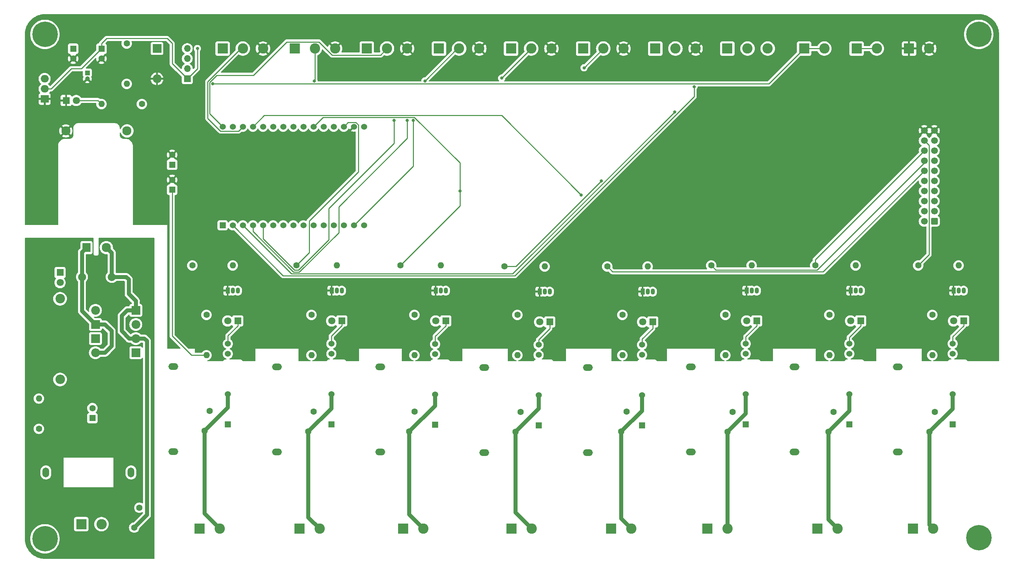
<source format=gbr>
%TF.GenerationSoftware,KiCad,Pcbnew,7.0.9-7.0.9~ubuntu23.04.1*%
%TF.CreationDate,2023-11-23T11:23:06-03:00*%
%TF.ProjectId,projeto_luz_prefeitura_02,70726f6a-6574-46f5-9f6c-757a5f707265,rev?*%
%TF.SameCoordinates,Original*%
%TF.FileFunction,Copper,L2,Bot*%
%TF.FilePolarity,Positive*%
%FSLAX46Y46*%
G04 Gerber Fmt 4.6, Leading zero omitted, Abs format (unit mm)*
G04 Created by KiCad (PCBNEW 7.0.9-7.0.9~ubuntu23.04.1) date 2023-11-23 11:23:06*
%MOMM*%
%LPD*%
G01*
G04 APERTURE LIST*
G04 Aperture macros list*
%AMRoundRect*
0 Rectangle with rounded corners*
0 $1 Rounding radius*
0 $2 $3 $4 $5 $6 $7 $8 $9 X,Y pos of 4 corners*
0 Add a 4 corners polygon primitive as box body*
4,1,4,$2,$3,$4,$5,$6,$7,$8,$9,$2,$3,0*
0 Add four circle primitives for the rounded corners*
1,1,$1+$1,$2,$3*
1,1,$1+$1,$4,$5*
1,1,$1+$1,$6,$7*
1,1,$1+$1,$8,$9*
0 Add four rect primitives between the rounded corners*
20,1,$1+$1,$2,$3,$4,$5,0*
20,1,$1+$1,$4,$5,$6,$7,0*
20,1,$1+$1,$6,$7,$8,$9,0*
20,1,$1+$1,$8,$9,$2,$3,0*%
G04 Aperture macros list end*
%TA.AperFunction,ComponentPad*%
%ADD10R,1.800000X1.800000*%
%TD*%
%TA.AperFunction,ComponentPad*%
%ADD11C,1.800000*%
%TD*%
%TA.AperFunction,ComponentPad*%
%ADD12R,2.600000X2.600000*%
%TD*%
%TA.AperFunction,ComponentPad*%
%ADD13C,2.600000*%
%TD*%
%TA.AperFunction,ComponentPad*%
%ADD14R,1.200000X1.200000*%
%TD*%
%TA.AperFunction,ComponentPad*%
%ADD15C,1.200000*%
%TD*%
%TA.AperFunction,ComponentPad*%
%ADD16R,1.600000X1.600000*%
%TD*%
%TA.AperFunction,ComponentPad*%
%ADD17C,1.600000*%
%TD*%
%TA.AperFunction,ComponentPad*%
%ADD18O,1.600000X1.600000*%
%TD*%
%TA.AperFunction,ComponentPad*%
%ADD19R,2.000000X1.905000*%
%TD*%
%TA.AperFunction,ComponentPad*%
%ADD20O,2.000000X1.905000*%
%TD*%
%TA.AperFunction,ComponentPad*%
%ADD21R,1.524000X1.524000*%
%TD*%
%TA.AperFunction,ComponentPad*%
%ADD22C,1.524000*%
%TD*%
%TA.AperFunction,ComponentPad*%
%ADD23R,1.050000X1.500000*%
%TD*%
%TA.AperFunction,ComponentPad*%
%ADD24O,1.050000X1.500000*%
%TD*%
%TA.AperFunction,ComponentPad*%
%ADD25C,6.400000*%
%TD*%
%TA.AperFunction,ComponentPad*%
%ADD26C,2.400000*%
%TD*%
%TA.AperFunction,ComponentPad*%
%ADD27O,2.400000X2.400000*%
%TD*%
%TA.AperFunction,ComponentPad*%
%ADD28O,2.500000X1.700000*%
%TD*%
%TA.AperFunction,ComponentPad*%
%ADD29R,2.200000X2.200000*%
%TD*%
%TA.AperFunction,ComponentPad*%
%ADD30O,2.200000X2.200000*%
%TD*%
%TA.AperFunction,ComponentPad*%
%ADD31O,1.700000X2.500000*%
%TD*%
%TA.AperFunction,ComponentPad*%
%ADD32C,2.000000*%
%TD*%
%TA.AperFunction,ComponentPad*%
%ADD33RoundRect,0.250000X0.600000X0.600000X-0.600000X0.600000X-0.600000X-0.600000X0.600000X-0.600000X0*%
%TD*%
%TA.AperFunction,ComponentPad*%
%ADD34C,1.700000*%
%TD*%
%TA.AperFunction,ComponentPad*%
%ADD35R,1.700000X1.700000*%
%TD*%
%TA.AperFunction,ComponentPad*%
%ADD36O,1.700000X1.700000*%
%TD*%
%TA.AperFunction,ComponentPad*%
%ADD37R,2.000000X2.300000*%
%TD*%
%TA.AperFunction,ComponentPad*%
%ADD38C,2.300000*%
%TD*%
%TA.AperFunction,ViaPad*%
%ADD39C,0.800000*%
%TD*%
%TA.AperFunction,Conductor*%
%ADD40C,0.250000*%
%TD*%
%TA.AperFunction,Conductor*%
%ADD41C,1.000000*%
%TD*%
G04 APERTURE END LIST*
D10*
%TO.P,DR6,1,K*%
%TO.N,Net-(DR6-K)*%
X205486000Y-104140000D03*
D11*
%TO.P,DR6,2,A*%
%TO.N,Net-(DR6-A)*%
X202946000Y-104140000D03*
%TD*%
D12*
%TO.P,JSENSOR6,1,Pin_1*%
%TO.N,/volt_selector*%
X161830700Y-35560000D03*
D13*
%TO.P,JSENSOR6,2,Pin_2*%
%TO.N,bidirectional_pin04*%
X166910700Y-35560000D03*
%TO.P,JSENSOR6,3,Pin_3*%
%TO.N,GND*%
X171990700Y-35560000D03*
%TD*%
D14*
%TO.P,C3,1*%
%TO.N,+5V*%
X37084000Y-41680000D03*
D15*
%TO.P,C3,2*%
%TO.N,GND*%
X37084000Y-43180000D03*
%TD*%
D16*
%TO.P,C4,1*%
%TO.N,+5V*%
X33528000Y-35600000D03*
D17*
%TO.P,C4,2*%
%TO.N,GND*%
X33528000Y-38100000D03*
%TD*%
D10*
%TO.P,DR5,1,K*%
%TO.N,Net-(DR5-K)*%
X179324000Y-104394000D03*
D11*
%TO.P,DR5,2,A*%
%TO.N,Net-(DR5-A)*%
X176784000Y-104394000D03*
%TD*%
D17*
%TO.P,RB5,1*%
%TO.N,rele_05*%
X167894000Y-90424000D03*
D18*
%TO.P,RB5,2*%
%TO.N,Net-(QR5-B)*%
X178054000Y-90424000D03*
%TD*%
D12*
%TO.P,JSENSOR5,1,Pin_1*%
%TO.N,/volt_selector*%
X143688600Y-35560000D03*
D13*
%TO.P,JSENSOR5,2,Pin_2*%
%TO.N,bidirectional_pin02*%
X148768600Y-35560000D03*
%TO.P,JSENSOR5,3,Pin_3*%
%TO.N,GND*%
X153848600Y-35560000D03*
%TD*%
D17*
%TO.P,RB2,1*%
%TO.N,rele_02*%
X89662000Y-90170000D03*
D18*
%TO.P,RB2,2*%
%TO.N,Net-(QR2-B)*%
X99822000Y-90170000D03*
%TD*%
D12*
%TO.P,J_GND1,1,Pin_1*%
%TO.N,GND*%
X243830000Y-35560000D03*
D13*
%TO.P,J_GND1,2,Pin_2*%
X248910000Y-35560000D03*
%TD*%
D19*
%TO.P,U4,1,GND*%
%TO.N,GND*%
X26345000Y-48260000D03*
D20*
%TO.P,U4,2,VO*%
%TO.N,+3V3*%
X26345000Y-45720000D03*
%TO.P,U4,3,VI*%
%TO.N,+5V*%
X26345000Y-43180000D03*
%TD*%
D10*
%TO.P,DR2,1,K*%
%TO.N,Net-(DR2-K)*%
X101092000Y-104140000D03*
D11*
%TO.P,DR2,2,A*%
%TO.N,Net-(DR2-A)*%
X98552000Y-104140000D03*
%TD*%
D17*
%TO.P,RVMAINS1,1*%
%TO.N,Net-(CLEDMAINS1-Pad1)*%
X50180000Y-151170000D03*
%TO.P,RVMAINS1,2*%
%TO.N,Net-(DHW2-A)*%
X48880000Y-156170000D03*
%TD*%
D21*
%TO.P,UR4,1*%
%TO.N,Net-(FHV4-Pad2)*%
X150622000Y-130472000D03*
D22*
%TO.P,UR4,2*%
%TO.N,Net-(JHV4-Pin_2)*%
X150622000Y-122852000D03*
%TO.P,UR4,3*%
%TO.N,+5V*%
X150622000Y-112692000D03*
%TO.P,UR4,4*%
%TO.N,Net-(DR4-K)*%
X150622000Y-110152000D03*
%TD*%
D12*
%TO.P,JHV6,1,Pin_1*%
%TO.N,Net-(JHV6-Pin_1)*%
X193040000Y-156464000D03*
D13*
%TO.P,JHV6,2,Pin_2*%
%TO.N,Net-(JHV6-Pin_2)*%
X198120000Y-156464000D03*
%TD*%
D23*
%TO.P,QR8,1,E*%
%TO.N,GND*%
X255016000Y-96520000D03*
D24*
%TO.P,QR8,2,B*%
%TO.N,Net-(QR8-B)*%
X256286000Y-96520000D03*
%TO.P,QR8,3,C*%
%TO.N,Net-(DR8-K)*%
X257556000Y-96520000D03*
%TD*%
D10*
%TO.P,DR3,1,K*%
%TO.N,Net-(DR3-K)*%
X127254000Y-104140000D03*
D11*
%TO.P,DR3,2,A*%
%TO.N,Net-(DR3-A)*%
X124714000Y-104140000D03*
%TD*%
D25*
%TO.P,H4,1*%
%TO.N,N/C*%
X261366000Y-158750000D03*
%TD*%
D17*
%TO.P,RB1,1*%
%TO.N,rele_01*%
X63500000Y-90170000D03*
D18*
%TO.P,RB1,2*%
%TO.N,Net-(QR1-B)*%
X73660000Y-90170000D03*
%TD*%
D17*
%TO.P,RR3,1*%
%TO.N,Net-(DR3-A)*%
X119380000Y-102616000D03*
D18*
%TO.P,RR3,2*%
%TO.N,+5V*%
X119380000Y-112776000D03*
%TD*%
D10*
%TO.P,DR8,1,K*%
%TO.N,Net-(DR8-K)*%
X257556000Y-104140000D03*
D11*
%TO.P,DR8,2,A*%
%TO.N,Net-(DR8-A)*%
X255016000Y-104140000D03*
%TD*%
D17*
%TO.P,RV7,1*%
%TO.N,Net-(JHV7-Pin_2)*%
X223520000Y-132080000D03*
%TO.P,RV7,2*%
%TO.N,Net-(FHV7-Pad2)*%
X224820000Y-127080000D03*
%TD*%
D26*
%TO.P,RLEDMAINS1,1*%
%TO.N,Net-(DMAINS1-A)*%
X30226000Y-98552000D03*
D27*
%TO.P,RLEDMAINS1,2*%
%TO.N,Net-(DHW1-K)*%
X30226000Y-118872000D03*
%TD*%
D25*
%TO.P,H2,1*%
%TO.N,N/C*%
X261366000Y-32004000D03*
%TD*%
D17*
%TO.P,R2,1*%
%TO.N,+5V*%
X46990000Y-34290000D03*
D18*
%TO.P,R2,2*%
%TO.N,Net-(D2-K)*%
X46990000Y-44450000D03*
%TD*%
D17*
%TO.P,RR5,1*%
%TO.N,Net-(DR5-A)*%
X171704000Y-102616000D03*
D18*
%TO.P,RR5,2*%
%TO.N,+5V*%
X171704000Y-112776000D03*
%TD*%
D28*
%TO.P,FHV7,1*%
%TO.N,Net-(JHV7-Pin_1)*%
X215009600Y-137140400D03*
%TO.P,FHV7,2*%
%TO.N,Net-(FHV7-Pad2)*%
X215009600Y-115710400D03*
%TD*%
D10*
%TO.P,DR1,1,K*%
%TO.N,Net-(DR1-K)*%
X74930000Y-104140000D03*
D11*
%TO.P,DR1,2,A*%
%TO.N,Net-(DR1-A)*%
X72390000Y-104140000D03*
%TD*%
D21*
%TO.P,UR7,1*%
%TO.N,Net-(FHV7-Pad2)*%
X228784000Y-130200400D03*
D22*
%TO.P,UR7,2*%
%TO.N,Net-(JHV7-Pin_2)*%
X228784000Y-122580400D03*
%TO.P,UR7,3*%
%TO.N,+5V*%
X228784000Y-112420400D03*
%TO.P,UR7,4*%
%TO.N,Net-(DR7-K)*%
X228784000Y-109880400D03*
%TD*%
D28*
%TO.P,FHV3,1*%
%TO.N,Net-(JHV3-Pin_1)*%
X110817000Y-137115000D03*
%TO.P,FHV3,2*%
%TO.N,Net-(FHV3-Pad2)*%
X110817000Y-115685000D03*
%TD*%
D12*
%TO.P,J_POS_5V1,1,Pin_1*%
%TO.N,+5V*%
X217441900Y-35560000D03*
D13*
%TO.P,J_POS_5V1,2,Pin_2*%
X222521900Y-35560000D03*
%TD*%
D21*
%TO.P,UR2,1*%
%TO.N,Net-(FHV2-Pad2)*%
X98477600Y-130200400D03*
D22*
%TO.P,UR2,2*%
%TO.N,Net-(JHV2-Pin_2)*%
X98477600Y-122580400D03*
%TO.P,UR2,3*%
%TO.N,+5V*%
X98477600Y-112420400D03*
%TO.P,UR2,4*%
%TO.N,Net-(DR2-K)*%
X98477600Y-109880400D03*
%TD*%
D17*
%TO.P,RV3,1*%
%TO.N,Net-(JHV3-Pin_2)*%
X118080000Y-132000000D03*
%TO.P,RV3,2*%
%TO.N,Net-(FHV3-Pad2)*%
X119380000Y-127000000D03*
%TD*%
D12*
%TO.P,JSENSOR7,1,Pin_1*%
%TO.N,/volt_selector*%
X179972900Y-35560000D03*
D13*
%TO.P,JSENSOR7,2,Pin_2*%
%TO.N,bidirectional_pin06*%
X185052900Y-35560000D03*
%TO.P,JSENSOR7,3,Pin_3*%
%TO.N,GND*%
X190132900Y-35560000D03*
%TD*%
D17*
%TO.P,RB3,1*%
%TO.N,rele_03*%
X115824000Y-90170000D03*
D18*
%TO.P,RB3,2*%
%TO.N,Net-(QR3-B)*%
X125984000Y-90170000D03*
%TD*%
D28*
%TO.P,FHV8,1*%
%TO.N,Net-(JHV8-Pin_1)*%
X241044600Y-137140400D03*
%TO.P,FHV8,2*%
%TO.N,Net-(FHV8-Pad2)*%
X241044600Y-115710400D03*
%TD*%
%TO.P,FHV5,1*%
%TO.N,Net-(JHV5-Pin_1)*%
X162992200Y-137285000D03*
%TO.P,FHV5,2*%
%TO.N,Net-(FHV5-Pad2)*%
X162992200Y-115855000D03*
%TD*%
D23*
%TO.P,QR3,1,E*%
%TO.N,GND*%
X124714000Y-96520000D03*
D24*
%TO.P,QR3,2,B*%
%TO.N,Net-(QR3-B)*%
X125984000Y-96520000D03*
%TO.P,QR3,3,C*%
%TO.N,Net-(DR3-K)*%
X127254000Y-96520000D03*
%TD*%
D17*
%TO.P,RV6,1*%
%TO.N,Net-(JHV6-Pin_2)*%
X198120000Y-132080000D03*
%TO.P,RV6,2*%
%TO.N,Net-(FHV6-Pad2)*%
X199420000Y-127080000D03*
%TD*%
D12*
%TO.P,JHV1,1,Pin_1*%
%TO.N,Net-(JHV1-Pin_1)*%
X65278000Y-156464000D03*
D13*
%TO.P,JHV1,2,Pin_2*%
%TO.N,Net-(JHV1-Pin_2)*%
X70358000Y-156464000D03*
%TD*%
D23*
%TO.P,QR5,1,E*%
%TO.N,GND*%
X176784000Y-96774000D03*
D24*
%TO.P,QR5,2,B*%
%TO.N,Net-(QR5-B)*%
X178054000Y-96774000D03*
%TO.P,QR5,3,C*%
%TO.N,Net-(DR5-K)*%
X179324000Y-96774000D03*
%TD*%
D21*
%TO.P,UR6,1*%
%TO.N,Net-(FHV6-Pad2)*%
X202749000Y-130200400D03*
D22*
%TO.P,UR6,2*%
%TO.N,Net-(JHV6-Pin_2)*%
X202749000Y-122580400D03*
%TO.P,UR6,3*%
%TO.N,+5V*%
X202749000Y-112420400D03*
%TO.P,UR6,4*%
%TO.N,Net-(DR6-K)*%
X202749000Y-109880400D03*
%TD*%
D23*
%TO.P,QR6,1,E*%
%TO.N,GND*%
X202946000Y-96520000D03*
D24*
%TO.P,QR6,2,B*%
%TO.N,Net-(QR6-B)*%
X204216000Y-96520000D03*
%TO.P,QR6,3,C*%
%TO.N,Net-(DR6-K)*%
X205486000Y-96520000D03*
%TD*%
D17*
%TO.P,R1,1*%
%TO.N,+5V*%
X50800000Y-49530000D03*
D18*
%TO.P,R1,2*%
%TO.N,Net-(D1-A)*%
X40640000Y-49530000D03*
%TD*%
D12*
%TO.P,JHV7,1,Pin_1*%
%TO.N,Net-(JHV7-Pin_1)*%
X220726000Y-156464000D03*
D13*
%TO.P,JHV7,2,Pin_2*%
%TO.N,Net-(JHV7-Pin_2)*%
X225806000Y-156464000D03*
%TD*%
D12*
%TO.P,JSENSOR8,1,Pin_1*%
%TO.N,bidirectional_pin09*%
X198115000Y-35560000D03*
D13*
%TO.P,JSENSOR8,2,Pin_2*%
%TO.N,bidirectional_pin08*%
X203195000Y-35560000D03*
%TO.P,JSENSOR8,3,Pin_3*%
%TO.N,bidirectional_pin10*%
X208275000Y-35560000D03*
%TD*%
D17*
%TO.P,RV8,1*%
%TO.N,Net-(JHV8-Pin_2)*%
X248999000Y-132080000D03*
%TO.P,RV8,2*%
%TO.N,Net-(FHV8-Pad2)*%
X250299000Y-127080000D03*
%TD*%
D29*
%TO.P,D2,1,K*%
%TO.N,Net-(D2-K)*%
X54610000Y-35560000D03*
D30*
%TO.P,D2,2,A*%
%TO.N,GND*%
X54610000Y-43180000D03*
%TD*%
D16*
%TO.P,C5,1*%
%TO.N,+3V3*%
X40640000Y-35600000D03*
D17*
%TO.P,C5,2*%
%TO.N,GND*%
X40640000Y-38100000D03*
%TD*%
%TO.P,RB8,1*%
%TO.N,rele_08*%
X246126000Y-90170000D03*
D18*
%TO.P,RB8,2*%
%TO.N,Net-(QR8-B)*%
X256286000Y-90170000D03*
%TD*%
D21*
%TO.P,U1,1,EN*%
%TO.N,bidirectional_pin11*%
X71120000Y-80050000D03*
D22*
%TO.P,U1,2,GPIO36/ADC1_0/RTC_IO0/SENSORVP*%
%TO.N,bidirectional_pin09*%
X73660000Y-80050000D03*
%TO.P,U1,3,GPIO39/ADC1_3/RTC_IO3/SENSORVN*%
%TO.N,bidirectional_pin10*%
X76200000Y-80050000D03*
%TO.P,U1,4,GPIO34/ADC1_6/RTC_IO4*%
%TO.N,bidirectional_pin06*%
X78740000Y-80050000D03*
%TO.P,U1,5,GPIO35/ADC1_7/RTC_IO5*%
%TO.N,bidirectional_pin07*%
X81280000Y-80050000D03*
%TO.P,U1,6,GPIO32/ADC1_4/RTC_IO9/TOUCH9*%
%TO.N,rele_07*%
X83820000Y-80050000D03*
%TO.P,U1,7,GPIO33/ADC1_5/RTC_IO8/TOUCH8*%
%TO.N,rele_08*%
X86360000Y-80050000D03*
%TO.P,U1,8,GPIO25/ADC2_8/RTC_IO6/DAC_1*%
%TO.N,rele_04*%
X88900000Y-80050000D03*
%TO.P,U1,9,GPIO26/ADC2_9/RTC_IO7/DAC_2*%
%TO.N,rele_05*%
X91440000Y-80050000D03*
%TO.P,U1,10,GPIO27/ADC2_7/RTC_IO17/TOUCH7*%
%TO.N,rele_06*%
X93980000Y-80050000D03*
%TO.P,U1,11,GPIO14/ADC2_6/RTC_IO16/TOUCH6/HSPI_CLK*%
%TO.N,rele_01*%
X96520000Y-80050000D03*
%TO.P,U1,12,GPIO12/ADC2_5/RTC_IO15/TOUCH5/HSPI_MISO*%
%TO.N,button_Relay05*%
X99060000Y-80050000D03*
%TO.P,U1,13,GPIO13/ADC2_4/RTC_IO14/TOUCH4/HSPI_MOSI*%
%TO.N,button_Relay06*%
X101600000Y-80050000D03*
%TO.P,U1,14,GND*%
%TO.N,bidirectional_pin08*%
X104140000Y-80050000D03*
%TO.P,U1,15,VIN*%
%TO.N,+5V*%
X106680000Y-80050000D03*
%TO.P,U1,16,3V3*%
%TO.N,unconnected-(U1-Pad16)*%
X106680000Y-55234000D03*
%TO.P,U1,17,GND*%
%TO.N,GND*%
X104140000Y-55234000D03*
%TO.P,U1,18,GPIO15/ADC2_3/RTC_IO13/TOUCH3/HSPI_CS0*%
%TO.N,rele_02*%
X101600000Y-55234000D03*
%TO.P,U1,19,GPIO2/ADC2_2/RTC_IO12/TOUCH2*%
%TO.N,button_Relay01*%
X99060000Y-55234000D03*
%TO.P,U1,20,GPIO4/ADC2_0/RTC_IO10/TOUCH0*%
%TO.N,button_Relay03*%
X96520000Y-55234000D03*
%TO.P,U1,21,GPIO16/UART2_RXD*%
%TO.N,rele_03*%
X93980000Y-55234000D03*
%TO.P,U1,22,GPIO17/UART2_TXD*%
%TO.N,bidirectional_pin02*%
X91440000Y-55234000D03*
%TO.P,U1,23,GPIO5/VSPI_CS0*%
%TO.N,button_Relay04*%
X88900000Y-55234000D03*
%TO.P,U1,24,GPIO18/VSPI_CLK*%
%TO.N,bidirectional_pin03*%
X86360000Y-55234000D03*
%TO.P,U1,25,GPIO19/VSPI_MISO*%
%TO.N,bidirectional_pin04*%
X83820000Y-55234000D03*
%TO.P,U1,26,GPIO21/SDA*%
%TO.N,button_Relay08*%
X81280000Y-55234000D03*
%TO.P,U1,27,GPIO3/UART0_RXD*%
%TO.N,button_Relay02*%
X78740000Y-55234000D03*
%TO.P,U1,28,GPIO1/UART0_TXD*%
%TO.N,bidirectional_pin01*%
X76200000Y-55234000D03*
%TO.P,U1,29,GPIO22/SCL*%
%TO.N,button_Relay07*%
X73660000Y-55234000D03*
%TO.P,U1,30,GPIO23/VSPI_MOSI*%
%TO.N,bidirectional_pin05*%
X71120000Y-55234000D03*
%TD*%
D12*
%TO.P,JSENSOR1,1,Pin_1*%
%TO.N,/volt_selector*%
X71120000Y-35560000D03*
D13*
%TO.P,JSENSOR1,2,Pin_2*%
%TO.N,bidirectional_pin01*%
X76200000Y-35560000D03*
%TO.P,JSENSOR1,3,Pin_3*%
%TO.N,GND*%
X81280000Y-35560000D03*
%TD*%
D12*
%TO.P,JHV2,1,Pin_1*%
%TO.N,Net-(JHV2-Pin_1)*%
X90424000Y-156464000D03*
D13*
%TO.P,JHV2,2,Pin_2*%
%TO.N,Net-(JHV2-Pin_2)*%
X95504000Y-156464000D03*
%TD*%
D29*
%TO.P,DHW4,1,K*%
%TO.N,Net-(DHW2-A)*%
X49279900Y-101466600D03*
D30*
%TO.P,DHW4,2,A*%
%TO.N,Net-(DHW3-A)*%
X39119900Y-101466600D03*
%TD*%
D10*
%TO.P,D1,1,K*%
%TO.N,GND*%
X31750000Y-48634600D03*
D11*
%TO.P,D1,2,A*%
%TO.N,Net-(D1-A)*%
X34290000Y-48634600D03*
%TD*%
D25*
%TO.P,H1,1*%
%TO.N,N/C*%
X26416000Y-32004000D03*
%TD*%
D28*
%TO.P,FHV2,1*%
%TO.N,Net-(JHV2-Pin_1)*%
X84834600Y-137140400D03*
%TO.P,FHV2,2*%
%TO.N,Net-(FHV2-Pad2)*%
X84834600Y-115710400D03*
%TD*%
D10*
%TO.P,DR7,1,K*%
%TO.N,Net-(DR7-K)*%
X231648000Y-104140000D03*
D11*
%TO.P,DR7,2,A*%
%TO.N,Net-(DR7-A)*%
X229108000Y-104140000D03*
%TD*%
D17*
%TO.P,RR6,1*%
%TO.N,Net-(DR6-A)*%
X197612000Y-102616000D03*
D18*
%TO.P,RR6,2*%
%TO.N,+5V*%
X197612000Y-112776000D03*
%TD*%
D25*
%TO.P,H3,1*%
%TO.N,N/C*%
X26416000Y-159004000D03*
%TD*%
D31*
%TO.P,FMAINS1,1*%
%TO.N,Net-(JMAINS1-Pin_1)*%
X26643900Y-142280600D03*
%TO.P,FMAINS1,2*%
%TO.N,Net-(CLEDMAINS1-Pad1)*%
X48073900Y-142280600D03*
%TD*%
D16*
%TO.P,C2,1*%
%TO.N,+5V*%
X58420000Y-71120000D03*
D17*
%TO.P,C2,2*%
%TO.N,GND*%
X58420000Y-68620000D03*
%TD*%
%TO.P,RR2,1*%
%TO.N,Net-(DR2-A)*%
X93472000Y-102616000D03*
D18*
%TO.P,RR2,2*%
%TO.N,+5V*%
X93472000Y-112776000D03*
%TD*%
D17*
%TO.P,RV5,1*%
%TO.N,Net-(JHV5-Pin_2)*%
X171420000Y-132000000D03*
%TO.P,RV5,2*%
%TO.N,Net-(FHV5-Pad2)*%
X172720000Y-127000000D03*
%TD*%
%TO.P,RB7,1*%
%TO.N,rele_07*%
X220218000Y-90170000D03*
D18*
%TO.P,RB7,2*%
%TO.N,Net-(QR7-B)*%
X230378000Y-90170000D03*
%TD*%
D10*
%TO.P,DR4,1,K*%
%TO.N,Net-(DR4-K)*%
X153416000Y-104394000D03*
D11*
%TO.P,DR4,2,A*%
%TO.N,Net-(DR4-A)*%
X150876000Y-104394000D03*
%TD*%
D12*
%TO.P,JSENSOR4,1,Pin_1*%
%TO.N,/volt_selector*%
X125546400Y-35560000D03*
D13*
%TO.P,JSENSOR4,2,Pin_2*%
%TO.N,bidirectional_pin07*%
X130626400Y-35560000D03*
%TO.P,JSENSOR4,3,Pin_3*%
%TO.N,GND*%
X135706400Y-35560000D03*
%TD*%
D12*
%TO.P,JHV3,1,Pin_1*%
%TO.N,Net-(JHV3-Pin_1)*%
X116581000Y-156464000D03*
D13*
%TO.P,JHV3,2,Pin_2*%
%TO.N,Net-(JHV3-Pin_2)*%
X121661000Y-156464000D03*
%TD*%
D17*
%TO.P,RV1,1*%
%TO.N,Net-(JHV1-Pin_2)*%
X66548000Y-131826000D03*
%TO.P,RV1,2*%
%TO.N,Net-(FHV1-Pad1)*%
X67848000Y-126826000D03*
%TD*%
%TO.P,RV4,1*%
%TO.N,Net-(JHV4-Pin_2)*%
X144780000Y-132080000D03*
%TO.P,RV4,2*%
%TO.N,Net-(FHV4-Pad2)*%
X146080000Y-127080000D03*
%TD*%
D28*
%TO.P,FHV4,1*%
%TO.N,Net-(JHV4-Pin_1)*%
X136957200Y-137285000D03*
%TO.P,FHV4,2*%
%TO.N,Net-(FHV4-Pad2)*%
X136957200Y-115855000D03*
%TD*%
D17*
%TO.P,RB4,1*%
%TO.N,rele_04*%
X141986000Y-90424000D03*
D18*
%TO.P,RB4,2*%
%TO.N,Net-(QR4-B)*%
X152146000Y-90424000D03*
%TD*%
D17*
%TO.P,RR4,1*%
%TO.N,Net-(DR4-A)*%
X145288000Y-102616000D03*
D18*
%TO.P,RR4,2*%
%TO.N,+5V*%
X145288000Y-112776000D03*
%TD*%
D12*
%TO.P,JHV8,1,Pin_1*%
%TO.N,Net-(JHV8-Pin_1)*%
X244851000Y-156464000D03*
D13*
%TO.P,JHV8,2,Pin_2*%
%TO.N,Net-(JHV8-Pin_2)*%
X249931000Y-156464000D03*
%TD*%
D29*
%TO.P,DHW2,1,K*%
%TO.N,Net-(DHW1-K)*%
X39119900Y-108578600D03*
D30*
%TO.P,DHW2,2,A*%
%TO.N,Net-(DHW2-A)*%
X49279900Y-108578600D03*
%TD*%
D12*
%TO.P,JHV4,1,Pin_1*%
%TO.N,Net-(JHV4-Pin_1)*%
X143764000Y-156464000D03*
D13*
%TO.P,JHV4,2,Pin_2*%
%TO.N,Net-(JHV4-Pin_2)*%
X148844000Y-156464000D03*
%TD*%
D28*
%TO.P,FHV6,1*%
%TO.N,Net-(JHV6-Pin_1)*%
X188974600Y-137140400D03*
%TO.P,FHV6,2*%
%TO.N,Net-(FHV6-Pad2)*%
X188974600Y-115710400D03*
%TD*%
D23*
%TO.P,QR2,1,E*%
%TO.N,GND*%
X98552000Y-96520000D03*
D24*
%TO.P,QR2,2,B*%
%TO.N,Net-(QR2-B)*%
X99822000Y-96520000D03*
%TO.P,QR2,3,C*%
%TO.N,Net-(DR2-K)*%
X101092000Y-96520000D03*
%TD*%
D21*
%TO.P,UR8,1*%
%TO.N,Net-(FHV8-Pad2)*%
X254819000Y-130200400D03*
D22*
%TO.P,UR8,2*%
%TO.N,Net-(JHV8-Pin_2)*%
X254819000Y-122580400D03*
%TO.P,UR8,3*%
%TO.N,+5V*%
X254819000Y-112420400D03*
%TO.P,UR8,4*%
%TO.N,Net-(DR8-K)*%
X254819000Y-109880400D03*
%TD*%
D21*
%TO.P,UR1,1*%
%TO.N,Net-(FHV1-Pad1)*%
X72452800Y-130200400D03*
D22*
%TO.P,UR1,2*%
%TO.N,Net-(JHV1-Pin_2)*%
X72452800Y-122580400D03*
%TO.P,UR1,3*%
%TO.N,+5V*%
X72452800Y-112420400D03*
%TO.P,UR1,4*%
%TO.N,Net-(DR1-K)*%
X72452800Y-109880400D03*
%TD*%
D23*
%TO.P,QR7,1,E*%
%TO.N,GND*%
X229108000Y-96520000D03*
D24*
%TO.P,QR7,2,B*%
%TO.N,Net-(QR7-B)*%
X230378000Y-96520000D03*
%TO.P,QR7,3,C*%
%TO.N,Net-(DR7-K)*%
X231648000Y-96520000D03*
%TD*%
D17*
%TO.P,RR8,1*%
%TO.N,Net-(DR8-A)*%
X249682000Y-102616000D03*
D18*
%TO.P,RR8,2*%
%TO.N,+5V*%
X249682000Y-112776000D03*
%TD*%
D12*
%TO.P,J_POS_3V1,1,Pin_1*%
%TO.N,+3V3*%
X230649000Y-35560000D03*
D13*
%TO.P,J_POS_3V1,2,Pin_2*%
X235729000Y-35560000D03*
%TD*%
D21*
%TO.P,UR5,1*%
%TO.N,Net-(FHV5-Pad2)*%
X176657000Y-130472000D03*
D22*
%TO.P,UR5,2*%
%TO.N,Net-(JHV5-Pin_2)*%
X176657000Y-122852000D03*
%TO.P,UR5,3*%
%TO.N,+5V*%
X176657000Y-112692000D03*
%TO.P,UR5,4*%
%TO.N,Net-(DR5-K)*%
X176657000Y-110152000D03*
%TD*%
D29*
%TO.P,DHW1,1,K*%
%TO.N,Net-(DHW1-K)*%
X49279900Y-112134600D03*
D30*
%TO.P,DHW1,2,A*%
%TO.N,Net-(DHW1-A)*%
X39119900Y-112134600D03*
%TD*%
D32*
%TO.P,CMAINS1,1*%
%TO.N,Net-(DHW1-A)*%
X35732000Y-93065600D03*
%TO.P,CMAINS1,2*%
%TO.N,Net-(DHW2-A)*%
X43232000Y-93065600D03*
%TD*%
D12*
%TO.P,JSENSOR2,1,Pin_1*%
%TO.N,/volt_selector*%
X89262100Y-35560000D03*
D13*
%TO.P,JSENSOR2,2,Pin_2*%
%TO.N,bidirectional_pin03*%
X94342100Y-35560000D03*
%TO.P,JSENSOR2,3,Pin_3*%
%TO.N,GND*%
X99422100Y-35560000D03*
%TD*%
D21*
%TO.P,UR3,1*%
%TO.N,Net-(FHV3-Pad2)*%
X124587000Y-130302000D03*
D22*
%TO.P,UR3,2*%
%TO.N,Net-(JHV3-Pin_2)*%
X124587000Y-122682000D03*
%TO.P,UR3,3*%
%TO.N,+5V*%
X124587000Y-112522000D03*
%TO.P,UR3,4*%
%TO.N,Net-(DR3-K)*%
X124587000Y-109982000D03*
%TD*%
D23*
%TO.P,QR1,1,E*%
%TO.N,GND*%
X72390000Y-96520000D03*
D24*
%TO.P,QR1,2,B*%
%TO.N,Net-(QR1-B)*%
X73660000Y-96520000D03*
%TO.P,QR1,3,C*%
%TO.N,Net-(DR1-K)*%
X74930000Y-96520000D03*
%TD*%
D23*
%TO.P,QR4,1,E*%
%TO.N,GND*%
X150876000Y-96774000D03*
D24*
%TO.P,QR4,2,B*%
%TO.N,Net-(QR4-B)*%
X152146000Y-96774000D03*
%TO.P,QR4,3,C*%
%TO.N,Net-(DR4-K)*%
X153416000Y-96774000D03*
%TD*%
D28*
%TO.P,FHV1,1*%
%TO.N,Net-(FHV1-Pad1)*%
X58715800Y-115640400D03*
%TO.P,FHV1,2*%
%TO.N,Net-(JHV1-Pin_1)*%
X58715800Y-137070400D03*
%TD*%
D17*
%TO.P,RR7,1*%
%TO.N,Net-(DR7-A)*%
X223774000Y-102616000D03*
D18*
%TO.P,RR7,2*%
%TO.N,+5V*%
X223774000Y-112776000D03*
%TD*%
D33*
%TO.P,JKB1,1,Pin_1*%
%TO.N,+3V3*%
X250190000Y-79056000D03*
D34*
%TO.P,JKB1,2,Pin_2*%
X247650000Y-79056000D03*
%TO.P,JKB1,3,Pin_3*%
%TO.N,button_Relay01*%
X250190000Y-76516000D03*
%TO.P,JKB1,4,Pin_4*%
%TO.N,rele_01*%
X247650000Y-76516000D03*
%TO.P,JKB1,5,Pin_5*%
%TO.N,button_Relay02*%
X250190000Y-73976000D03*
%TO.P,JKB1,6,Pin_6*%
%TO.N,rele_02*%
X247650000Y-73976000D03*
%TO.P,JKB1,7,Pin_7*%
%TO.N,button_Relay03*%
X250190000Y-71436000D03*
%TO.P,JKB1,8,Pin_8*%
%TO.N,rele_03*%
X247650000Y-71436000D03*
%TO.P,JKB1,9,Pin_9*%
%TO.N,button_Relay04*%
X250190000Y-68896000D03*
%TO.P,JKB1,10,Pin_10*%
%TO.N,rele_04*%
X247650000Y-68896000D03*
%TO.P,JKB1,11,Pin_11*%
%TO.N,button_Relay05*%
X250190000Y-66356000D03*
%TO.P,JKB1,12,Pin_12*%
%TO.N,rele_05*%
X247650000Y-66356000D03*
%TO.P,JKB1,13,Pin_13*%
%TO.N,button_Relay06*%
X250190000Y-63816000D03*
%TO.P,JKB1,14,Pin_14*%
%TO.N,rele_06*%
X247650000Y-63816000D03*
%TO.P,JKB1,15,Pin_15*%
%TO.N,button_Relay07*%
X250190000Y-61276000D03*
%TO.P,JKB1,16,Pin_16*%
%TO.N,rele_07*%
X247650000Y-61276000D03*
%TO.P,JKB1,17,Pin_17*%
%TO.N,button_Relay08*%
X250190000Y-58736000D03*
%TO.P,JKB1,18,Pin_18*%
%TO.N,rele_08*%
X247650000Y-58736000D03*
%TO.P,JKB1,19,Pin_19*%
%TO.N,GND*%
X250190000Y-56196000D03*
%TO.P,JKB1,20,Pin_20*%
X247650000Y-56196000D03*
%TD*%
D35*
%TO.P,JVSELECTOR1,1,Pin_1*%
%TO.N,+3V3*%
X62230000Y-43170000D03*
D36*
%TO.P,JVSELECTOR1,2,Pin_2*%
%TO.N,/volt_selector*%
X62230000Y-40630000D03*
%TO.P,JVSELECTOR1,3,Pin_3*%
X62230000Y-38090000D03*
%TO.P,JVSELECTOR1,4,Pin_4*%
%TO.N,+5V*%
X62230000Y-35550000D03*
%TD*%
D16*
%TO.P,CLEDMAINS1,1*%
%TO.N,Net-(CLEDMAINS1-Pad1)*%
X38362900Y-128601400D03*
D17*
%TO.P,CLEDMAINS1,2*%
%TO.N,Net-(DHW1-A)*%
X38362900Y-126101400D03*
%TD*%
%TO.P,RB6,1*%
%TO.N,rele_06*%
X194056000Y-90170000D03*
D18*
%TO.P,RB6,2*%
%TO.N,Net-(QR6-B)*%
X204216000Y-90170000D03*
%TD*%
D17*
%TO.P,RV2,1*%
%TO.N,Net-(JHV2-Pin_2)*%
X92680000Y-132000000D03*
%TO.P,RV2,2*%
%TO.N,Net-(FHV2-Pad2)*%
X93980000Y-127000000D03*
%TD*%
%TO.P,RBLEEDER1,1*%
%TO.N,Net-(CLEDMAINS1-Pad1)*%
X24892000Y-131293700D03*
D18*
%TO.P,RBLEEDER1,2*%
%TO.N,Net-(DHW1-A)*%
X24892000Y-123673700D03*
%TD*%
D16*
%TO.P,C1,1*%
%TO.N,+5V*%
X58420000Y-64810000D03*
D17*
%TO.P,C1,2*%
%TO.N,GND*%
X58420000Y-62310000D03*
%TD*%
D29*
%TO.P,DHW3,1,K*%
%TO.N,Net-(DHW1-A)*%
X39119900Y-105022600D03*
D30*
%TO.P,DHW3,2,A*%
%TO.N,Net-(DHW3-A)*%
X49279900Y-105022600D03*
%TD*%
D37*
%TO.P,PS1,1,AC/L*%
%TO.N,Net-(DHW1-A)*%
X36870000Y-85682500D03*
D38*
%TO.P,PS1,2,AC/N*%
%TO.N,Net-(DHW2-A)*%
X41870000Y-85682500D03*
%TO.P,PS1,3,-Vout*%
%TO.N,GND*%
X31670000Y-56282500D03*
%TO.P,PS1,4,+Vout*%
%TO.N,+5V*%
X47070000Y-56282500D03*
%TD*%
D10*
%TO.P,DMAINS1,1,K*%
%TO.N,Net-(DHW3-A)*%
X30226000Y-91948000D03*
D11*
%TO.P,DMAINS1,2,A*%
%TO.N,Net-(DMAINS1-A)*%
X30226000Y-94488000D03*
%TD*%
D12*
%TO.P,JSENSOR3,1,Pin_1*%
%TO.N,/volt_selector*%
X107404300Y-35560000D03*
D13*
%TO.P,JSENSOR3,2,Pin_2*%
%TO.N,bidirectional_pin05*%
X112484300Y-35560000D03*
%TO.P,JSENSOR3,3,Pin_3*%
%TO.N,GND*%
X117564300Y-35560000D03*
%TD*%
D17*
%TO.P,RR1,1*%
%TO.N,Net-(DR1-A)*%
X67056000Y-102616000D03*
D18*
%TO.P,RR1,2*%
%TO.N,+5V*%
X67056000Y-112776000D03*
%TD*%
D12*
%TO.P,JHV5,1,Pin_1*%
%TO.N,Net-(JHV5-Pin_1)*%
X168905000Y-156464000D03*
D13*
%TO.P,JHV5,2,Pin_2*%
%TO.N,Net-(JHV5-Pin_2)*%
X173985000Y-156464000D03*
%TD*%
D12*
%TO.P,JMAINS1,1,Pin_1*%
%TO.N,Net-(JMAINS1-Pin_1)*%
X35560000Y-155314600D03*
D13*
%TO.P,JMAINS1,2,Pin_2*%
%TO.N,Net-(DHW2-A)*%
X40640000Y-155314600D03*
%TD*%
D39*
%TO.N,+5V*%
X68580000Y-44450000D03*
%TO.N,+3V3*%
X64770000Y-35560000D03*
%TO.N,bidirectional_pin02*%
X141337800Y-42990800D03*
%TO.N,bidirectional_pin03*%
X94156500Y-43719800D03*
%TO.N,bidirectional_pin04*%
X162052900Y-40417800D03*
%TO.N,bidirectional_pin06*%
X117583100Y-53622200D03*
%TO.N,bidirectional_pin07*%
X114254600Y-53622200D03*
X122019900Y-43717800D03*
%TO.N,bidirectional_pin08*%
X119048500Y-53622200D03*
%TO.N,bidirectional_pin09*%
X189744900Y-45179500D03*
%TO.N,bidirectional_pin10*%
X184835500Y-51502300D03*
%TO.N,button_Relay02*%
X161369600Y-72431400D03*
%TO.N,rele_03*%
X130849600Y-71436000D03*
%TO.N,rele_04*%
X166404700Y-68896000D03*
%TD*%
D40*
%TO.N,+5V*%
X222521900Y-35560000D02*
X217442000Y-35560000D01*
X222522000Y-35560000D02*
X222521900Y-35560000D01*
X217442000Y-35560000D02*
X217441900Y-35560100D01*
X217441900Y-35560100D02*
X208552000Y-44450000D01*
X58420000Y-107950000D02*
X58420000Y-71120000D01*
X217441900Y-35560100D02*
X217441900Y-35560000D01*
X67056000Y-112776000D02*
X63246000Y-112776000D01*
X208552000Y-44450000D02*
X68580000Y-44450000D01*
X63246000Y-112776000D02*
X58420000Y-107950000D01*
%TO.N,GND*%
X97064000Y-62310000D02*
X104140000Y-55234000D01*
X72390000Y-62310000D02*
X97064000Y-62310000D01*
%TO.N,+3V3*%
X26345000Y-45720000D02*
X27940000Y-45720000D01*
X40640000Y-34290000D02*
X41910000Y-33020000D01*
X230649000Y-35560000D02*
X235729000Y-35560000D01*
X27940000Y-45720000D02*
X33020000Y-40640000D01*
X40600000Y-35600000D02*
X40640000Y-35600000D01*
X41910000Y-33020000D02*
X57150000Y-33020000D01*
X35560000Y-40640000D02*
X40600000Y-35600000D01*
X40640000Y-35600000D02*
X40640000Y-34290000D01*
X64770000Y-35560000D02*
X64770000Y-40630000D01*
X64770000Y-40630000D02*
X62230000Y-43170000D01*
X58420000Y-39360000D02*
X62230000Y-43170000D01*
X57150000Y-33020000D02*
X58420000Y-34290000D01*
X33020000Y-40640000D02*
X35560000Y-40640000D01*
X58420000Y-34290000D02*
X58420000Y-39360000D01*
D41*
%TO.N,Net-(DHW1-A)*%
X35732000Y-93065600D02*
X35732000Y-101635000D01*
X35732000Y-101635000D02*
X35732300Y-101635000D01*
X41535400Y-112135000D02*
X39120300Y-112135000D01*
X43180000Y-106680000D02*
X43180000Y-110490000D01*
X39119900Y-105023000D02*
X41522200Y-105023000D01*
X43180000Y-110490000D02*
X41535400Y-112135000D01*
X35732000Y-93065600D02*
X35732000Y-86820500D01*
X35732300Y-101635000D02*
X39119900Y-105022600D01*
X41522200Y-105023000D02*
X43180000Y-106680000D01*
X35732000Y-86820500D02*
X36870000Y-85682500D01*
%TO.N,Net-(DHW2-A)*%
X52070000Y-152980000D02*
X52070000Y-109220000D01*
X43232000Y-93065600D02*
X43232000Y-87044500D01*
X45720000Y-106680000D02*
X45720000Y-102870000D01*
X45720000Y-102870000D02*
X47123400Y-101467000D01*
X49279900Y-101466600D02*
X49279900Y-99132500D01*
X51427800Y-108579000D02*
X49280300Y-108579000D01*
X46837600Y-93065600D02*
X43232000Y-93065600D01*
X43232000Y-87044500D02*
X41870000Y-85682500D01*
X49280300Y-108579000D02*
X47618600Y-108579000D01*
X52070000Y-109220000D02*
X51427800Y-108579000D01*
X48880000Y-156170000D02*
X52070000Y-152980000D01*
X49279900Y-101467000D02*
X49279900Y-101466600D01*
X49279900Y-99132500D02*
X47498000Y-97350600D01*
X47498000Y-97350600D02*
X47498000Y-93726000D01*
X47618600Y-108579000D02*
X45720000Y-106680000D01*
X47498000Y-93726000D02*
X46837600Y-93065600D01*
X47123400Y-101467000D02*
X49279900Y-101467000D01*
D40*
%TO.N,bidirectional_pin01*%
X67381900Y-43873600D02*
X67381900Y-53102800D01*
X75102300Y-56331700D02*
X76200000Y-55234000D01*
X67381900Y-53102800D02*
X70610800Y-56331700D01*
X76200000Y-35560000D02*
X75695500Y-35560000D01*
X70610800Y-56331700D02*
X75102300Y-56331700D01*
X75695500Y-35560000D02*
X67381900Y-43873600D01*
%TO.N,bidirectional_pin02*%
X148768600Y-35560000D02*
X141337800Y-42990800D01*
%TO.N,bidirectional_pin03*%
X94342100Y-43534200D02*
X94156500Y-43719800D01*
X94342100Y-35560000D02*
X94342100Y-43534200D01*
%TO.N,bidirectional_pin04*%
X166910700Y-35560000D02*
X162052900Y-40417800D01*
%TO.N,bidirectional_pin05*%
X87234800Y-33886400D02*
X78849900Y-42271300D01*
X112484300Y-35560000D02*
X110857400Y-37186900D01*
X78849900Y-42271300D02*
X69678100Y-42271300D01*
X69678100Y-42271300D02*
X67843500Y-44105900D01*
X67843500Y-44105900D02*
X67843500Y-51957500D01*
X95369400Y-33886400D02*
X87234800Y-33886400D01*
X110857400Y-37186900D02*
X98669900Y-37186900D01*
X67843500Y-51957500D02*
X71120000Y-55234000D01*
X98669900Y-37186900D02*
X95369400Y-33886400D01*
%TO.N,bidirectional_pin06*%
X100330000Y-75400800D02*
X117583100Y-58147700D01*
X117583100Y-58147700D02*
X117583100Y-53622200D01*
X78740000Y-80050000D02*
X78740000Y-81591000D01*
X88952500Y-91803500D02*
X90418600Y-91803500D01*
X100330000Y-81892100D02*
X100330000Y-75400800D01*
X90418600Y-91803500D02*
X100330000Y-81892100D01*
X78740000Y-81591000D02*
X88952500Y-91803500D01*
%TO.N,bidirectional_pin07*%
X97790000Y-75871500D02*
X114254600Y-59406900D01*
X130626400Y-35560000D02*
X130177700Y-35560000D01*
X81280000Y-80050000D02*
X81280000Y-83435700D01*
X89169400Y-91325100D02*
X90178300Y-91325100D01*
X81280000Y-83435700D02*
X89169400Y-91325100D01*
X130177700Y-35560000D02*
X122019900Y-43717800D01*
X97790000Y-83713400D02*
X97790000Y-75871500D01*
X114254600Y-59406900D02*
X114254600Y-53622200D01*
X90178300Y-91325100D02*
X97790000Y-83713400D01*
%TO.N,bidirectional_pin08*%
X119048500Y-65141500D02*
X119048500Y-53622200D01*
X104140000Y-80050000D02*
X119048500Y-65141500D01*
%TO.N,bidirectional_pin09*%
X144669500Y-92738300D02*
X189744900Y-47662900D01*
X189744900Y-47662900D02*
X189744900Y-45179500D01*
X86348300Y-92738300D02*
X144669500Y-92738300D01*
X73660000Y-80050000D02*
X86348300Y-92738300D01*
%TO.N,bidirectional_pin10*%
X144082400Y-92255400D02*
X184835500Y-51502300D01*
X88405400Y-92255400D02*
X144082400Y-92255400D01*
X76200000Y-80050000D02*
X88405400Y-92255400D01*
%TO.N,button_Relay02*%
X141320000Y-52381800D02*
X81592200Y-52381800D01*
X161369600Y-72431400D02*
X141320000Y-52381800D01*
X81592200Y-52381800D02*
X78740000Y-55234000D01*
%TO.N,rele_02*%
X92891100Y-78959900D02*
X92891100Y-86940900D01*
X92891100Y-86940900D02*
X89662000Y-90170000D01*
X105241300Y-54775900D02*
X105241300Y-66609700D01*
X101600000Y-55234000D02*
X102689500Y-54144500D01*
X102689500Y-54144500D02*
X104609900Y-54144500D01*
X104609900Y-54144500D02*
X105241300Y-54775900D01*
X105241300Y-66609700D02*
X92891100Y-78959900D01*
%TO.N,rele_03*%
X130849600Y-75144400D02*
X130849600Y-71436000D01*
X119364600Y-52857300D02*
X130849600Y-64342300D01*
X115824000Y-90170000D02*
X130849600Y-75144400D01*
X96356700Y-52857300D02*
X119364600Y-52857300D01*
X130849600Y-64342300D02*
X130849600Y-71436000D01*
X93980000Y-55234000D02*
X96356700Y-52857300D01*
%TO.N,rele_04*%
X141986000Y-90424000D02*
X144876700Y-90424000D01*
X144876700Y-90424000D02*
X166404700Y-68896000D01*
%TO.N,rele_05*%
X222244900Y-91761100D02*
X247650000Y-66356000D01*
X169231100Y-91761100D02*
X222244900Y-91761100D01*
X167894000Y-90424000D02*
X169231100Y-91761100D01*
%TO.N,rele_06*%
X247650000Y-64353600D02*
X220706700Y-91296900D01*
X247650000Y-63816000D02*
X247650000Y-64353600D01*
X195182900Y-91296900D02*
X194056000Y-90170000D01*
X220706700Y-91296900D02*
X195182900Y-91296900D01*
%TO.N,rele_07*%
X220218000Y-90170000D02*
X220218000Y-88708000D01*
X220218000Y-88708000D02*
X247650000Y-61276000D01*
%TO.N,rele_08*%
X248866700Y-87429300D02*
X246126000Y-90170000D01*
X248866700Y-59952700D02*
X248866700Y-87429300D01*
X247650000Y-58736000D02*
X248866700Y-59952700D01*
D41*
%TO.N,Net-(JHV2-Pin_2)*%
X92680000Y-132000000D02*
X98477600Y-126202000D01*
X98477600Y-126202000D02*
X98477600Y-122580400D01*
X98477600Y-122580400D02*
X98477600Y-122580000D01*
X92680000Y-153640000D02*
X95504000Y-156464000D01*
X92680000Y-132000000D02*
X92680000Y-153640000D01*
%TO.N,Net-(JHV3-Pin_2)*%
X118080000Y-132000000D02*
X124587000Y-125493000D01*
X118080000Y-152883000D02*
X121661000Y-156464000D01*
X118080000Y-132000000D02*
X118080000Y-152883000D01*
X124587000Y-125493000D02*
X124587000Y-122682000D01*
%TO.N,Net-(JHV4-Pin_2)*%
X150622000Y-126238000D02*
X150622000Y-122852000D01*
X144780000Y-132080000D02*
X150622000Y-126238000D01*
X144780000Y-152400000D02*
X148844000Y-156464000D01*
X144780000Y-132080000D02*
X144780000Y-152400000D01*
%TO.N,Net-(JHV5-Pin_2)*%
X171420000Y-132000000D02*
X176657000Y-126763000D01*
X176657000Y-126763000D02*
X176657000Y-122852000D01*
X171420000Y-153899000D02*
X173985000Y-156464000D01*
X171420000Y-132000000D02*
X171420000Y-153899000D01*
%TO.N,Net-(JHV6-Pin_2)*%
X202749000Y-127451000D02*
X202749000Y-122580400D01*
X198120000Y-132080000D02*
X198120000Y-156464000D01*
X202749000Y-122580400D02*
X202749000Y-122580000D01*
X198120000Y-132080000D02*
X202749000Y-127451000D01*
%TO.N,Net-(JHV7-Pin_2)*%
X228784000Y-122580400D02*
X228784000Y-122580000D01*
X223520000Y-132080000D02*
X223520000Y-154178000D01*
X228784000Y-126816000D02*
X228784000Y-122580400D01*
X223520000Y-132080000D02*
X228784000Y-126816000D01*
X223520000Y-154178000D02*
X225806000Y-156464000D01*
%TO.N,Net-(JHV8-Pin_2)*%
X248999000Y-155532000D02*
X249931000Y-156464000D01*
X248999000Y-132080000D02*
X248999000Y-155532000D01*
X248999000Y-132080000D02*
X254819000Y-126260000D01*
X254819000Y-122580400D02*
X254819000Y-122580000D01*
X254819000Y-126260000D02*
X254819000Y-122580400D01*
%TO.N,Net-(JHV1-Pin_2)*%
X66548000Y-152654000D02*
X70358000Y-156464000D01*
X72452800Y-125921000D02*
X72452800Y-122580400D01*
X72452800Y-122580400D02*
X72452800Y-122580000D01*
X66548000Y-131826000D02*
X72452800Y-125921000D01*
X66548000Y-131826000D02*
X66548000Y-152654000D01*
D40*
%TO.N,Net-(D1-A)*%
X34290000Y-48634600D02*
X39744600Y-48634600D01*
X39744600Y-48634600D02*
X40640000Y-49530000D01*
%TO.N,Net-(DR1-K)*%
X74930000Y-105365000D02*
X74930000Y-104140000D01*
X72452800Y-109880000D02*
X72452800Y-107842000D01*
X72452800Y-107842000D02*
X74930000Y-105365000D01*
%TO.N,Net-(DR2-K)*%
X98477600Y-107897000D02*
X101092000Y-105283000D01*
X98477600Y-109880000D02*
X98477600Y-107897000D01*
X101092000Y-105283000D02*
X101092000Y-104140000D01*
%TO.N,Net-(DR3-K)*%
X124587000Y-108032000D02*
X127254000Y-105365000D01*
X124587000Y-109982000D02*
X124587000Y-108032000D01*
X127254000Y-105365000D02*
X127254000Y-104140000D01*
%TO.N,Net-(DR4-K)*%
X153416000Y-106045000D02*
X153416000Y-104394000D01*
X150622000Y-110152000D02*
X150622000Y-108839000D01*
X150622000Y-108839000D02*
X153416000Y-106045000D01*
%TO.N,Net-(DR5-K)*%
X176657000Y-110152000D02*
X176657000Y-108712000D01*
X179324000Y-106045000D02*
X179324000Y-104394000D01*
X176657000Y-108712000D02*
X179324000Y-106045000D01*
%TO.N,Net-(DR6-K)*%
X202749000Y-109880000D02*
X202749000Y-108102000D01*
X205486000Y-105365000D02*
X205486000Y-104140000D01*
X202749000Y-108102000D02*
X205486000Y-105365000D01*
%TO.N,Net-(DR7-K)*%
X228784000Y-108229000D02*
X231648000Y-105365000D01*
X231648000Y-105365000D02*
X231648000Y-104140000D01*
X228784000Y-109880000D02*
X228784000Y-108229000D01*
%TO.N,Net-(DR8-K)*%
X254819000Y-108102000D02*
X257556000Y-105365000D01*
X254819000Y-109880000D02*
X254819000Y-108102000D01*
X257556000Y-105365000D02*
X257556000Y-104140000D01*
%TD*%
%TA.AperFunction,NonConductor*%
G36*
X38590539Y-83204685D02*
G01*
X38636294Y-83257489D01*
X38647500Y-83309000D01*
X38647500Y-87263800D01*
X38672997Y-87375510D01*
X38722714Y-87478747D01*
X38722715Y-87478748D01*
X38722716Y-87478750D01*
X38794161Y-87568339D01*
X38883750Y-87639784D01*
X38883751Y-87639784D01*
X38883752Y-87639785D01*
X38986989Y-87689502D01*
X39098699Y-87714999D01*
X39098704Y-87714999D01*
X39098706Y-87715000D01*
X39098708Y-87715000D01*
X39467292Y-87715000D01*
X39467294Y-87715000D01*
X39467296Y-87714999D01*
X39467300Y-87714999D01*
X39579010Y-87689502D01*
X39682250Y-87639784D01*
X39771839Y-87568339D01*
X39843284Y-87478750D01*
X39893002Y-87375510D01*
X39902638Y-87333292D01*
X39918499Y-87263800D01*
X39918500Y-87263792D01*
X39918500Y-85682500D01*
X40206372Y-85682500D01*
X40226854Y-85942749D01*
X40287796Y-86196589D01*
X40287797Y-86196591D01*
X40387696Y-86437771D01*
X40524095Y-86660353D01*
X40524098Y-86660358D01*
X40550269Y-86691000D01*
X40693637Y-86858863D01*
X40790630Y-86941702D01*
X40892141Y-87028401D01*
X40892146Y-87028404D01*
X41114728Y-87164803D01*
X41189466Y-87195760D01*
X41355911Y-87264704D01*
X41609751Y-87325646D01*
X41870000Y-87346128D01*
X42033085Y-87333292D01*
X42101462Y-87347656D01*
X42130495Y-87369229D01*
X42187181Y-87425915D01*
X42220666Y-87487238D01*
X42223500Y-87513596D01*
X42223500Y-91885966D01*
X42203815Y-91953005D01*
X42180032Y-91980256D01*
X42162037Y-91995625D01*
X42162031Y-91995631D01*
X42007821Y-92176186D01*
X42007820Y-92176189D01*
X41883759Y-92378637D01*
X41883757Y-92378640D01*
X41792895Y-92598002D01*
X41792895Y-92598004D01*
X41737465Y-92828885D01*
X41718835Y-93065600D01*
X41737465Y-93302314D01*
X41792895Y-93533195D01*
X41792895Y-93533197D01*
X41883757Y-93752559D01*
X41883759Y-93752562D01*
X42007820Y-93955010D01*
X42007821Y-93955013D01*
X42007824Y-93955016D01*
X42162031Y-94135569D01*
X42248531Y-94209447D01*
X42342586Y-94289778D01*
X42342589Y-94289779D01*
X42545037Y-94413840D01*
X42545040Y-94413842D01*
X42764403Y-94504704D01*
X42764404Y-94504704D01*
X42764406Y-94504705D01*
X42995289Y-94560135D01*
X43232000Y-94578765D01*
X43468711Y-94560135D01*
X43699594Y-94504705D01*
X43699596Y-94504704D01*
X43699597Y-94504704D01*
X43918959Y-94413842D01*
X43918960Y-94413841D01*
X43918963Y-94413840D01*
X44121416Y-94289776D01*
X44301969Y-94135569D01*
X44311859Y-94123988D01*
X44317344Y-94117568D01*
X44375852Y-94079375D01*
X44411634Y-94074100D01*
X46365500Y-94074100D01*
X46432539Y-94093785D01*
X46478294Y-94146589D01*
X46489500Y-94198100D01*
X46489500Y-97298001D01*
X46489201Y-97304081D01*
X46484620Y-97350599D01*
X46504090Y-97548298D01*
X46515791Y-97586868D01*
X46561760Y-97738408D01*
X46655401Y-97913598D01*
X46655405Y-97913605D01*
X46781430Y-98067167D01*
X46817566Y-98096822D01*
X46822067Y-98100901D01*
X47655965Y-98934799D01*
X48235081Y-99513915D01*
X48268566Y-99575238D01*
X48271400Y-99601596D01*
X48271400Y-99734100D01*
X48251715Y-99801139D01*
X48198911Y-99846894D01*
X48147400Y-99858100D01*
X48131245Y-99858100D01*
X48070697Y-99864611D01*
X48070695Y-99864611D01*
X47933695Y-99915711D01*
X47816639Y-100003339D01*
X47729011Y-100120395D01*
X47677911Y-100257395D01*
X47677911Y-100257397D01*
X47671400Y-100317945D01*
X47671400Y-100334500D01*
X47651715Y-100401539D01*
X47598911Y-100447294D01*
X47547400Y-100458500D01*
X47176070Y-100458500D01*
X47169980Y-100458200D01*
X47123544Y-100453620D01*
X47123543Y-100453620D01*
X47075552Y-100458339D01*
X47075294Y-100458358D01*
X47024140Y-100463396D01*
X46925827Y-100473065D01*
X46925766Y-100473078D01*
X46925711Y-100473088D01*
X46828448Y-100502592D01*
X46735714Y-100530708D01*
X46735607Y-100530753D01*
X46646058Y-100578616D01*
X46560504Y-100624331D01*
X46560430Y-100624382D01*
X46560404Y-100624399D01*
X46560398Y-100624403D01*
X46560396Y-100624405D01*
X46483932Y-100687157D01*
X46445221Y-100718917D01*
X46445111Y-100719016D01*
X46406830Y-100750434D01*
X46377233Y-100786497D01*
X46373139Y-100791013D01*
X45044118Y-102119655D01*
X45039615Y-102123736D01*
X45003428Y-102153435D01*
X44940288Y-102230372D01*
X44877473Y-102306890D01*
X44877425Y-102306965D01*
X44877408Y-102306989D01*
X44830211Y-102395288D01*
X44783810Y-102482069D01*
X44783790Y-102482119D01*
X44783762Y-102482183D01*
X44756748Y-102571241D01*
X44726114Y-102672176D01*
X44726102Y-102672244D01*
X44726092Y-102672289D01*
X44716398Y-102770721D01*
X44706620Y-102869855D01*
X44711202Y-102916451D01*
X44711500Y-102922523D01*
X44711500Y-106627343D01*
X44711201Y-106633429D01*
X44706620Y-106679898D01*
X44711459Y-106729079D01*
X44711464Y-106729183D01*
X44716285Y-106778133D01*
X44726072Y-106877611D01*
X44726081Y-106877653D01*
X44726088Y-106877692D01*
X44754121Y-106970100D01*
X44783721Y-107067714D01*
X44783758Y-107067802D01*
X44783759Y-107067804D01*
X44831510Y-107157140D01*
X44871725Y-107232396D01*
X44877350Y-107242922D01*
X44877405Y-107243005D01*
X44942046Y-107321769D01*
X44972608Y-107359017D01*
X44972742Y-107359172D01*
X45003429Y-107396566D01*
X45039521Y-107426186D01*
X45044032Y-107430274D01*
X46868264Y-109254890D01*
X46872336Y-109259384D01*
X46902032Y-109295568D01*
X46979829Y-109359414D01*
X47055508Y-109421536D01*
X47055509Y-109421536D01*
X47055511Y-109421538D01*
X47055594Y-109421593D01*
X47055596Y-109421595D01*
X47141596Y-109467563D01*
X47230698Y-109515201D01*
X47230704Y-109515202D01*
X47230796Y-109515241D01*
X47320188Y-109542357D01*
X47420795Y-109572888D01*
X47420802Y-109572888D01*
X47420887Y-109572906D01*
X47420895Y-109572906D01*
X47420899Y-109572908D01*
X47515782Y-109582253D01*
X47618493Y-109592380D01*
X47665072Y-109587797D01*
X47671138Y-109587500D01*
X47969100Y-109587500D01*
X48036139Y-109607185D01*
X48063390Y-109630968D01*
X48139002Y-109719498D01*
X48331524Y-109883928D01*
X48331526Y-109883929D01*
X48331527Y-109883930D01*
X48331529Y-109883931D01*
X48547397Y-110016216D01*
X48781306Y-110113104D01*
X48781307Y-110113104D01*
X48781309Y-110113105D01*
X49027497Y-110172209D01*
X49279900Y-110192074D01*
X49532303Y-110172209D01*
X49778491Y-110113105D01*
X50012402Y-110016216D01*
X50228276Y-109883928D01*
X50420798Y-109719498D01*
X50496410Y-109630968D01*
X50554917Y-109592775D01*
X50590700Y-109587500D01*
X50937500Y-109587500D01*
X51004539Y-109607185D01*
X51050294Y-109659989D01*
X51061500Y-109711500D01*
X51061500Y-110725084D01*
X51041815Y-110792123D01*
X50989011Y-110837878D01*
X50919853Y-110847822D01*
X50856297Y-110818797D01*
X50836987Y-110794834D01*
X50836104Y-110795496D01*
X50783394Y-110725084D01*
X50743161Y-110671339D01*
X50626104Y-110583711D01*
X50489103Y-110532611D01*
X50428554Y-110526100D01*
X50428538Y-110526100D01*
X48131262Y-110526100D01*
X48131245Y-110526100D01*
X48070697Y-110532611D01*
X48070695Y-110532611D01*
X47933695Y-110583711D01*
X47816639Y-110671339D01*
X47729011Y-110788395D01*
X47677911Y-110925395D01*
X47677911Y-110925397D01*
X47671400Y-110985945D01*
X47671400Y-113283254D01*
X47677911Y-113343802D01*
X47677911Y-113343804D01*
X47713766Y-113439931D01*
X47729011Y-113480804D01*
X47816639Y-113597861D01*
X47933696Y-113685489D01*
X48070699Y-113736589D01*
X48097950Y-113739518D01*
X48131245Y-113743099D01*
X48131262Y-113743100D01*
X50428538Y-113743100D01*
X50428554Y-113743099D01*
X50455592Y-113740191D01*
X50489101Y-113736589D01*
X50626104Y-113685489D01*
X50743161Y-113597861D01*
X50830789Y-113480804D01*
X50830789Y-113480803D01*
X50836104Y-113473704D01*
X50838134Y-113475224D01*
X50878061Y-113435289D01*
X50946332Y-113420430D01*
X51011799Y-113444840D01*
X51053677Y-113500769D01*
X51061500Y-113544115D01*
X51061500Y-149951647D01*
X51041815Y-150018686D01*
X50989011Y-150064441D01*
X50919853Y-150074385D01*
X50866377Y-150053223D01*
X50836749Y-150032477D01*
X50807174Y-150018686D01*
X50629249Y-149935718D01*
X50629238Y-149935714D01*
X50408089Y-149876457D01*
X50408081Y-149876456D01*
X50180002Y-149856502D01*
X50179998Y-149856502D01*
X49951918Y-149876456D01*
X49951910Y-149876457D01*
X49730761Y-149935714D01*
X49730750Y-149935718D01*
X49523254Y-150032475D01*
X49523252Y-150032476D01*
X49477602Y-150064441D01*
X49335700Y-150163802D01*
X49335698Y-150163803D01*
X49335695Y-150163806D01*
X49173806Y-150325695D01*
X49042476Y-150513252D01*
X49042475Y-150513254D01*
X48945718Y-150720750D01*
X48945714Y-150720761D01*
X48886457Y-150941910D01*
X48886456Y-150941918D01*
X48866502Y-151169998D01*
X48866502Y-151170001D01*
X48886456Y-151398081D01*
X48886457Y-151398089D01*
X48945714Y-151619238D01*
X48945718Y-151619249D01*
X49042475Y-151826745D01*
X49042477Y-151826749D01*
X49173802Y-152014300D01*
X49335700Y-152176198D01*
X49523251Y-152307523D01*
X49648091Y-152365736D01*
X49730750Y-152404281D01*
X49730752Y-152404281D01*
X49730757Y-152404284D01*
X49951913Y-152463543D01*
X50114832Y-152477796D01*
X50179998Y-152483498D01*
X50180000Y-152483498D01*
X50180002Y-152483498D01*
X50237021Y-152478509D01*
X50408087Y-152463543D01*
X50629243Y-152404284D01*
X50836749Y-152307523D01*
X50866376Y-152286777D01*
X50932581Y-152264450D01*
X51000349Y-152281459D01*
X51048162Y-152332407D01*
X51061500Y-152388352D01*
X51061500Y-152510903D01*
X51041815Y-152577942D01*
X51025181Y-152598584D01*
X48788368Y-154835396D01*
X48727045Y-154868881D01*
X48711497Y-154871243D01*
X48651916Y-154876456D01*
X48651910Y-154876457D01*
X48430761Y-154935714D01*
X48430750Y-154935718D01*
X48223254Y-155032475D01*
X48223252Y-155032476D01*
X48152856Y-155081767D01*
X48035700Y-155163802D01*
X48035698Y-155163803D01*
X48035695Y-155163806D01*
X47873806Y-155325695D01*
X47742476Y-155513252D01*
X47742475Y-155513254D01*
X47645718Y-155720750D01*
X47645714Y-155720761D01*
X47586457Y-155941910D01*
X47586456Y-155941918D01*
X47566502Y-156169998D01*
X47566502Y-156170001D01*
X47586456Y-156398081D01*
X47586457Y-156398089D01*
X47645714Y-156619238D01*
X47645718Y-156619249D01*
X47739893Y-156821207D01*
X47742477Y-156826749D01*
X47873802Y-157014300D01*
X48035700Y-157176198D01*
X48223251Y-157307523D01*
X48348091Y-157365736D01*
X48430750Y-157404281D01*
X48430752Y-157404281D01*
X48430757Y-157404284D01*
X48651913Y-157463543D01*
X48814832Y-157477796D01*
X48879998Y-157483498D01*
X48880000Y-157483498D01*
X48880002Y-157483498D01*
X48937021Y-157478509D01*
X49108087Y-157463543D01*
X49329243Y-157404284D01*
X49536749Y-157307523D01*
X49724300Y-157176198D01*
X49886198Y-157014300D01*
X50017523Y-156826749D01*
X50114284Y-156619243D01*
X50173543Y-156398087D01*
X50178755Y-156338503D01*
X50204207Y-156273436D01*
X50214594Y-156261638D01*
X52745944Y-153730288D01*
X52750413Y-153726238D01*
X52786568Y-153696568D01*
X52912595Y-153543004D01*
X53006241Y-153367804D01*
X53063908Y-153177701D01*
X53078500Y-153029547D01*
X53083380Y-152980000D01*
X53078799Y-152933483D01*
X53078500Y-152927403D01*
X53078500Y-109272095D01*
X53078793Y-109266071D01*
X53079674Y-109257040D01*
X53083380Y-109219052D01*
X53073557Y-109120273D01*
X53063908Y-109022299D01*
X53063906Y-109022295D01*
X53063815Y-109021832D01*
X53063723Y-109021373D01*
X53063723Y-109021370D01*
X53034914Y-108926718D01*
X53006241Y-108832196D01*
X53006237Y-108832189D01*
X53005879Y-108831324D01*
X53005878Y-108831323D01*
X53005878Y-108831321D01*
X52959338Y-108744447D01*
X52912595Y-108656996D01*
X52912593Y-108656993D01*
X52912074Y-108656217D01*
X52912069Y-108656211D01*
X52912068Y-108656209D01*
X52849363Y-108579948D01*
X52786568Y-108503432D01*
X52750039Y-108473452D01*
X52745580Y-108469415D01*
X52177833Y-107902729D01*
X52173704Y-107898178D01*
X52144368Y-107862432D01*
X52107016Y-107831777D01*
X52105597Y-107830554D01*
X52067622Y-107799447D01*
X51990800Y-107736401D01*
X51990028Y-107735886D01*
X51903186Y-107689572D01*
X51815604Y-107642759D01*
X51815601Y-107642758D01*
X51815590Y-107642752D01*
X51815443Y-107642691D01*
X51814743Y-107642401D01*
X51720063Y-107613777D01*
X51625501Y-107585092D01*
X51625499Y-107585091D01*
X51625470Y-107585083D01*
X51624580Y-107584907D01*
X51525689Y-107575261D01*
X51476774Y-107570443D01*
X51474891Y-107570305D01*
X51426859Y-107565619D01*
X51426851Y-107565620D01*
X51422159Y-107566086D01*
X51380824Y-107570196D01*
X51374703Y-107570500D01*
X50591383Y-107570500D01*
X50524344Y-107550815D01*
X50497095Y-107527033D01*
X50420798Y-107437702D01*
X50228276Y-107273272D01*
X50228274Y-107273270D01*
X50228272Y-107273269D01*
X50228270Y-107273268D01*
X50012402Y-107140983D01*
X49778493Y-107044095D01*
X49532306Y-106984991D01*
X49279900Y-106965126D01*
X49027493Y-106984991D01*
X48781306Y-107044095D01*
X48547397Y-107140983D01*
X48331529Y-107273268D01*
X48331527Y-107273269D01*
X48139002Y-107437702D01*
X48138996Y-107437708D01*
X48117691Y-107462653D01*
X48059183Y-107500846D01*
X47989315Y-107501344D01*
X47935710Y-107469793D01*
X47895887Y-107429962D01*
X47527557Y-107061553D01*
X46764809Y-106298643D01*
X46731331Y-106237316D01*
X46728500Y-106210971D01*
X46728500Y-105022600D01*
X47666426Y-105022600D01*
X47686291Y-105275006D01*
X47745395Y-105521193D01*
X47842283Y-105755102D01*
X47974568Y-105970970D01*
X47974569Y-105970972D01*
X47974570Y-105970974D01*
X47974572Y-105970976D01*
X48139002Y-106163498D01*
X48331524Y-106327928D01*
X48331526Y-106327929D01*
X48331527Y-106327930D01*
X48331529Y-106327931D01*
X48547397Y-106460216D01*
X48781306Y-106557104D01*
X48781307Y-106557104D01*
X48781309Y-106557105D01*
X49027497Y-106616209D01*
X49279900Y-106636074D01*
X49532303Y-106616209D01*
X49778491Y-106557105D01*
X50012402Y-106460216D01*
X50228276Y-106327928D01*
X50420798Y-106163498D01*
X50585228Y-105970976D01*
X50717516Y-105755102D01*
X50814405Y-105521191D01*
X50873509Y-105275003D01*
X50893374Y-105022600D01*
X50873509Y-104770197D01*
X50814405Y-104524009D01*
X50741079Y-104346984D01*
X50717516Y-104290097D01*
X50585231Y-104074229D01*
X50585230Y-104074227D01*
X50585229Y-104074226D01*
X50585228Y-104074224D01*
X50420798Y-103881702D01*
X50228276Y-103717272D01*
X50228274Y-103717270D01*
X50228272Y-103717269D01*
X50228270Y-103717268D01*
X50012402Y-103584983D01*
X49778493Y-103488095D01*
X49532306Y-103428991D01*
X49279900Y-103409126D01*
X49027493Y-103428991D01*
X48781306Y-103488095D01*
X48547397Y-103584983D01*
X48331529Y-103717268D01*
X48331527Y-103717269D01*
X48139002Y-103881702D01*
X47974569Y-104074227D01*
X47974568Y-104074229D01*
X47842283Y-104290097D01*
X47745395Y-104524006D01*
X47686291Y-104770193D01*
X47666426Y-105022600D01*
X46728500Y-105022600D01*
X46728500Y-103339191D01*
X46748185Y-103272152D01*
X46764831Y-103251497D01*
X47461925Y-102554601D01*
X47523253Y-102521126D01*
X47592944Y-102526120D01*
X47648872Y-102568000D01*
X47672883Y-102629040D01*
X47677911Y-102675802D01*
X47677911Y-102675804D01*
X47713766Y-102771931D01*
X47729011Y-102812804D01*
X47816639Y-102929861D01*
X47933696Y-103017489D01*
X48070699Y-103068589D01*
X48097950Y-103071518D01*
X48131245Y-103075099D01*
X48131262Y-103075100D01*
X50428538Y-103075100D01*
X50428554Y-103075099D01*
X50455592Y-103072191D01*
X50489101Y-103068589D01*
X50626104Y-103017489D01*
X50743161Y-102929861D01*
X50830789Y-102812804D01*
X50881889Y-102675801D01*
X50885491Y-102642292D01*
X50888399Y-102615254D01*
X50888400Y-102615237D01*
X50888400Y-100317962D01*
X50888399Y-100317945D01*
X50882222Y-100260499D01*
X50881889Y-100257399D01*
X50868810Y-100222334D01*
X50846034Y-100161269D01*
X50830789Y-100120396D01*
X50743161Y-100003339D01*
X50626104Y-99915711D01*
X50489103Y-99864611D01*
X50428554Y-99858100D01*
X50428538Y-99858100D01*
X50412400Y-99858100D01*
X50345361Y-99838415D01*
X50299606Y-99785611D01*
X50288400Y-99734100D01*
X50288400Y-99185095D01*
X50288699Y-99179014D01*
X50289680Y-99169046D01*
X50293280Y-99132500D01*
X50273808Y-98934799D01*
X50216141Y-98744696D01*
X50197849Y-98710474D01*
X50122495Y-98569496D01*
X50122494Y-98569494D01*
X49996468Y-98415932D01*
X49960332Y-98386276D01*
X49955830Y-98382196D01*
X48542819Y-96969185D01*
X48509334Y-96907862D01*
X48506500Y-96881504D01*
X48506500Y-93778597D01*
X48506799Y-93772517D01*
X48508764Y-93752559D01*
X48511380Y-93726000D01*
X48491909Y-93528300D01*
X48450909Y-93393144D01*
X48434687Y-93339667D01*
X48434320Y-93338344D01*
X48340598Y-93163001D01*
X48340594Y-93162994D01*
X48214568Y-93009432D01*
X48178432Y-92979776D01*
X48173930Y-92975696D01*
X47587901Y-92389667D01*
X47583822Y-92385166D01*
X47578466Y-92378640D01*
X47574202Y-92373444D01*
X47554167Y-92349030D01*
X47400605Y-92223005D01*
X47400598Y-92223001D01*
X47225405Y-92129359D01*
X47035303Y-92071691D01*
X46903500Y-92058710D01*
X46837600Y-92052220D01*
X46837599Y-92052220D01*
X46791082Y-92056801D01*
X46785002Y-92057100D01*
X44411633Y-92057100D01*
X44344594Y-92037415D01*
X44317343Y-92013632D01*
X44301969Y-91995631D01*
X44283964Y-91980253D01*
X44245774Y-91921746D01*
X44240500Y-91885966D01*
X44240500Y-87097097D01*
X44240799Y-87091017D01*
X44242068Y-87078128D01*
X44245380Y-87044500D01*
X44225909Y-86846799D01*
X44208062Y-86787969D01*
X44178648Y-86691000D01*
X44168240Y-86656693D01*
X44074598Y-86481501D01*
X44074594Y-86481494D01*
X43948568Y-86327932D01*
X43912432Y-86298276D01*
X43907930Y-86294196D01*
X43556729Y-85942995D01*
X43523244Y-85881672D01*
X43520792Y-85845585D01*
X43533628Y-85682500D01*
X43513146Y-85422251D01*
X43452204Y-85168411D01*
X43352303Y-84927229D01*
X43352303Y-84927228D01*
X43215904Y-84704646D01*
X43215901Y-84704641D01*
X43154885Y-84633201D01*
X43046363Y-84506137D01*
X42937839Y-84413449D01*
X42847858Y-84336598D01*
X42847853Y-84336595D01*
X42625271Y-84200196D01*
X42384091Y-84100297D01*
X42384089Y-84100296D01*
X42210445Y-84058607D01*
X42130250Y-84039354D01*
X41870000Y-84018872D01*
X41609749Y-84039354D01*
X41449357Y-84077861D01*
X41355911Y-84100296D01*
X41355909Y-84100296D01*
X41355908Y-84100297D01*
X41114728Y-84200196D01*
X40892146Y-84336595D01*
X40892141Y-84336598D01*
X40693637Y-84506137D01*
X40524098Y-84704641D01*
X40524095Y-84704646D01*
X40387696Y-84927228D01*
X40287797Y-85168408D01*
X40287796Y-85168411D01*
X40226854Y-85422251D01*
X40206372Y-85682500D01*
X39918500Y-85682500D01*
X39918500Y-83309000D01*
X39938185Y-83241961D01*
X39990989Y-83196206D01*
X40042500Y-83185000D01*
X53851000Y-83185000D01*
X53918039Y-83204685D01*
X53963794Y-83257489D01*
X53975000Y-83309000D01*
X53975000Y-163923398D01*
X53955315Y-163990437D01*
X53902511Y-164036192D01*
X53851000Y-164047398D01*
X26452102Y-164047398D01*
X26234803Y-164038410D01*
X26029389Y-164029441D01*
X26024423Y-164029024D01*
X25806433Y-164001852D01*
X25642313Y-163980246D01*
X25601288Y-163974845D01*
X25596660Y-163974056D01*
X25381719Y-163928988D01*
X25179401Y-163884134D01*
X25175129Y-163883026D01*
X24964610Y-163820352D01*
X24766765Y-163757972D01*
X24762875Y-163756601D01*
X24681515Y-163724855D01*
X24558182Y-163676730D01*
X24366342Y-163597267D01*
X24362854Y-163595695D01*
X24239184Y-163535236D01*
X24165377Y-163499154D01*
X23981036Y-163403192D01*
X23977927Y-163401458D01*
X23789008Y-163288888D01*
X23613587Y-163177132D01*
X23610872Y-163175300D01*
X23431802Y-163047446D01*
X23266677Y-162920742D01*
X23264367Y-162918880D01*
X23096335Y-162776563D01*
X23009774Y-162697245D01*
X22941797Y-162634955D01*
X22785044Y-162478202D01*
X22710205Y-162396530D01*
X22643429Y-162323657D01*
X22501111Y-162155622D01*
X22499268Y-162153336D01*
X22388026Y-162008362D01*
X22372553Y-161988197D01*
X22244698Y-161809126D01*
X22242866Y-161806411D01*
X22131111Y-161630991D01*
X22018540Y-161442071D01*
X22016806Y-161438962D01*
X21920845Y-161254622D01*
X21824290Y-161057116D01*
X21822739Y-161053675D01*
X21743274Y-160861830D01*
X21663381Y-160657080D01*
X21662036Y-160653262D01*
X21599646Y-160455387D01*
X21588750Y-160418788D01*
X21536967Y-160244850D01*
X21535864Y-160240597D01*
X21516127Y-160151569D01*
X21491019Y-160038315D01*
X21445937Y-159823312D01*
X21445160Y-159818754D01*
X21418156Y-159613639D01*
X21390971Y-159395550D01*
X21390559Y-159390632D01*
X21381598Y-159185422D01*
X21374095Y-159004000D01*
X22702411Y-159004000D01*
X22722754Y-159392177D01*
X22783561Y-159776093D01*
X22783561Y-159776095D01*
X22884169Y-160151569D01*
X23023469Y-160514456D01*
X23199940Y-160860799D01*
X23411637Y-161186785D01*
X23411641Y-161186790D01*
X23411643Y-161186793D01*
X23656266Y-161488876D01*
X23931124Y-161763734D01*
X24233207Y-162008357D01*
X24233211Y-162008359D01*
X24233214Y-162008362D01*
X24460017Y-162155649D01*
X24559205Y-162220062D01*
X24905547Y-162396532D01*
X25268438Y-162535833D01*
X25643901Y-162636438D01*
X26027824Y-162697246D01*
X26394530Y-162716463D01*
X26415999Y-162717589D01*
X26416000Y-162717589D01*
X26416001Y-162717589D01*
X26436344Y-162716522D01*
X26804176Y-162697246D01*
X27188099Y-162636438D01*
X27563562Y-162535833D01*
X27926453Y-162396532D01*
X28272795Y-162220062D01*
X28598793Y-162008357D01*
X28900876Y-161763734D01*
X29175734Y-161488876D01*
X29420357Y-161186793D01*
X29632062Y-160860795D01*
X29808532Y-160514453D01*
X29947833Y-160151562D01*
X30048438Y-159776099D01*
X30109246Y-159392176D01*
X30129589Y-159004000D01*
X30109246Y-158615824D01*
X30048438Y-158231901D01*
X29947833Y-157856438D01*
X29808532Y-157493547D01*
X29632062Y-157147206D01*
X29632059Y-157147201D01*
X29420362Y-156821214D01*
X29420359Y-156821211D01*
X29420357Y-156821207D01*
X29292449Y-156663254D01*
X33751500Y-156663254D01*
X33758011Y-156723802D01*
X33758011Y-156723804D01*
X33796408Y-156826747D01*
X33809111Y-156860804D01*
X33896739Y-156977861D01*
X34013796Y-157065489D01*
X34150799Y-157116589D01*
X34178050Y-157119518D01*
X34211345Y-157123099D01*
X34211362Y-157123100D01*
X36908638Y-157123100D01*
X36908654Y-157123099D01*
X36935692Y-157120191D01*
X36969201Y-157116589D01*
X37106204Y-157065489D01*
X37223261Y-156977861D01*
X37310889Y-156860804D01*
X37361989Y-156723801D01*
X37365591Y-156690292D01*
X37368499Y-156663254D01*
X37368500Y-156663237D01*
X37368500Y-155314604D01*
X38826429Y-155314604D01*
X38846683Y-155584889D01*
X38846684Y-155584894D01*
X38846684Y-155584898D01*
X38846685Y-155584899D01*
X38855689Y-155624351D01*
X38906997Y-155849145D01*
X38906999Y-155849154D01*
X38907001Y-155849159D01*
X39006029Y-156101479D01*
X39141557Y-156336221D01*
X39310558Y-156548142D01*
X39509257Y-156732507D01*
X39733215Y-156885199D01*
X39977428Y-157002806D01*
X40236442Y-157082701D01*
X40236443Y-157082701D01*
X40236446Y-157082702D01*
X40504464Y-157123099D01*
X40504469Y-157123099D01*
X40504472Y-157123100D01*
X40504473Y-157123100D01*
X40775527Y-157123100D01*
X40775528Y-157123100D01*
X40818726Y-157116589D01*
X41043553Y-157082702D01*
X41043554Y-157082701D01*
X41043558Y-157082701D01*
X41302572Y-157002806D01*
X41546786Y-156885199D01*
X41770743Y-156732507D01*
X41969442Y-156548142D01*
X42138443Y-156336221D01*
X42273971Y-156101479D01*
X42372999Y-155849159D01*
X42433315Y-155584899D01*
X42438684Y-155513252D01*
X42453571Y-155314604D01*
X42453571Y-155314595D01*
X42433316Y-155044310D01*
X42433315Y-155044305D01*
X42433315Y-155044301D01*
X42372999Y-154780041D01*
X42273971Y-154527721D01*
X42138443Y-154292979D01*
X41969442Y-154081058D01*
X41770743Y-153896693D01*
X41546786Y-153744001D01*
X41546780Y-153743998D01*
X41546779Y-153743997D01*
X41546778Y-153743996D01*
X41302574Y-153626395D01*
X41302576Y-153626395D01*
X41043559Y-153546499D01*
X41043553Y-153546497D01*
X40775535Y-153506100D01*
X40775528Y-153506100D01*
X40504472Y-153506100D01*
X40504464Y-153506100D01*
X40236446Y-153546497D01*
X40236440Y-153546499D01*
X39977427Y-153626394D01*
X39733219Y-153743998D01*
X39509256Y-153896693D01*
X39310560Y-154081056D01*
X39310558Y-154081058D01*
X39141557Y-154292979D01*
X39006029Y-154527720D01*
X38907003Y-154780035D01*
X38906997Y-154780054D01*
X38846684Y-155044305D01*
X38846683Y-155044310D01*
X38826429Y-155314595D01*
X38826429Y-155314604D01*
X37368500Y-155314604D01*
X37368500Y-153965962D01*
X37368499Y-153965945D01*
X37365157Y-153934870D01*
X37361989Y-153905399D01*
X37310889Y-153768396D01*
X37223261Y-153651339D01*
X37106204Y-153563711D01*
X36969203Y-153512611D01*
X36908654Y-153506100D01*
X36908638Y-153506100D01*
X34211362Y-153506100D01*
X34211345Y-153506100D01*
X34150797Y-153512611D01*
X34150795Y-153512611D01*
X34013795Y-153563711D01*
X33896739Y-153651339D01*
X33809111Y-153768395D01*
X33758011Y-153905395D01*
X33758011Y-153905397D01*
X33751500Y-153965945D01*
X33751500Y-156663254D01*
X29292449Y-156663254D01*
X29175734Y-156519124D01*
X28900876Y-156244266D01*
X28598793Y-155999643D01*
X28598790Y-155999641D01*
X28598785Y-155999637D01*
X28272799Y-155787940D01*
X27926456Y-155611469D01*
X27563569Y-155472169D01*
X27563562Y-155472167D01*
X27188099Y-155371562D01*
X27188095Y-155371561D01*
X27188094Y-155371561D01*
X26804177Y-155310754D01*
X26416001Y-155290411D01*
X26415999Y-155290411D01*
X26027822Y-155310754D01*
X25643906Y-155371561D01*
X25643904Y-155371561D01*
X25268430Y-155472169D01*
X24905543Y-155611469D01*
X24559201Y-155787940D01*
X24233214Y-155999637D01*
X23931128Y-156244262D01*
X23931120Y-156244269D01*
X23656269Y-156519120D01*
X23656262Y-156519128D01*
X23411637Y-156821214D01*
X23199940Y-157147201D01*
X23023469Y-157493543D01*
X22884169Y-157856430D01*
X22783561Y-158231904D01*
X22783561Y-158231906D01*
X22722754Y-158615822D01*
X22702411Y-159003999D01*
X22702411Y-159004000D01*
X21374095Y-159004000D01*
X21372602Y-158967898D01*
X21372602Y-158967398D01*
X21372602Y-142738319D01*
X25285400Y-142738319D01*
X25300097Y-142911013D01*
X25358369Y-143134806D01*
X25358370Y-143134810D01*
X25453616Y-143345519D01*
X25453623Y-143345531D01*
X25583109Y-143537113D01*
X25583114Y-143537118D01*
X25583117Y-143537123D01*
X25743128Y-143704076D01*
X25929053Y-143841585D01*
X26135543Y-143945695D01*
X26356657Y-144013411D01*
X26586035Y-144042784D01*
X26817078Y-144032969D01*
X27043138Y-143984249D01*
X27257713Y-143898026D01*
X27454630Y-143776779D01*
X27628224Y-143623998D01*
X27773500Y-143444076D01*
X27886280Y-143242191D01*
X27963319Y-143024150D01*
X27982718Y-142911013D01*
X28002399Y-142796234D01*
X28002400Y-142796223D01*
X28002400Y-141822881D01*
X27987702Y-141650186D01*
X27929430Y-141426393D01*
X27929429Y-141426389D01*
X27834183Y-141215680D01*
X27834176Y-141215668D01*
X27704690Y-141024086D01*
X27704686Y-141024081D01*
X27704683Y-141024077D01*
X27544672Y-140857124D01*
X27358747Y-140719615D01*
X27358746Y-140719614D01*
X27358744Y-140719613D01*
X27152258Y-140615505D01*
X27024788Y-140576467D01*
X26931143Y-140547789D01*
X26931141Y-140547788D01*
X26931142Y-140547788D01*
X26701759Y-140518415D01*
X26470727Y-140528230D01*
X26470721Y-140528230D01*
X26244659Y-140576951D01*
X26030090Y-140663172D01*
X25833170Y-140784420D01*
X25659579Y-140937199D01*
X25659572Y-140937205D01*
X25514304Y-141117117D01*
X25514299Y-141117123D01*
X25401521Y-141319005D01*
X25324482Y-141537046D01*
X25324479Y-141537056D01*
X25285400Y-141764965D01*
X25285400Y-142738319D01*
X21372602Y-142738319D01*
X21372602Y-138532000D01*
X31143900Y-138532000D01*
X31143900Y-146032000D01*
X43643900Y-146032000D01*
X43643900Y-142738319D01*
X46715400Y-142738319D01*
X46730097Y-142911013D01*
X46788369Y-143134806D01*
X46788370Y-143134810D01*
X46883616Y-143345519D01*
X46883623Y-143345531D01*
X47013109Y-143537113D01*
X47013114Y-143537118D01*
X47013117Y-143537123D01*
X47173128Y-143704076D01*
X47359053Y-143841585D01*
X47565543Y-143945695D01*
X47786657Y-144013411D01*
X48016035Y-144042784D01*
X48247078Y-144032969D01*
X48473138Y-143984249D01*
X48687713Y-143898026D01*
X48884630Y-143776779D01*
X49058224Y-143623998D01*
X49203500Y-143444076D01*
X49316280Y-143242191D01*
X49393319Y-143024150D01*
X49412718Y-142911013D01*
X49432399Y-142796234D01*
X49432400Y-142796223D01*
X49432400Y-141822881D01*
X49417702Y-141650186D01*
X49359430Y-141426393D01*
X49359429Y-141426389D01*
X49264183Y-141215680D01*
X49264176Y-141215668D01*
X49134690Y-141024086D01*
X49134686Y-141024081D01*
X49134683Y-141024077D01*
X48974672Y-140857124D01*
X48788747Y-140719615D01*
X48788746Y-140719614D01*
X48788744Y-140719613D01*
X48582258Y-140615505D01*
X48454788Y-140576467D01*
X48361143Y-140547789D01*
X48361141Y-140547788D01*
X48361142Y-140547788D01*
X48131759Y-140518415D01*
X47900727Y-140528230D01*
X47900721Y-140528230D01*
X47674659Y-140576951D01*
X47460090Y-140663172D01*
X47263170Y-140784420D01*
X47089579Y-140937199D01*
X47089572Y-140937205D01*
X46944304Y-141117117D01*
X46944299Y-141117123D01*
X46831521Y-141319005D01*
X46754482Y-141537046D01*
X46754479Y-141537056D01*
X46715400Y-141764965D01*
X46715400Y-142738319D01*
X43643900Y-142738319D01*
X43643900Y-138532000D01*
X31143900Y-138532000D01*
X21372602Y-138532000D01*
X21372602Y-131293701D01*
X23578502Y-131293701D01*
X23598456Y-131521781D01*
X23598457Y-131521789D01*
X23657714Y-131742938D01*
X23657718Y-131742949D01*
X23754475Y-131950445D01*
X23754477Y-131950449D01*
X23885802Y-132138000D01*
X24047700Y-132299898D01*
X24235251Y-132431223D01*
X24360091Y-132489436D01*
X24442750Y-132527981D01*
X24442752Y-132527981D01*
X24442757Y-132527984D01*
X24663913Y-132587243D01*
X24826832Y-132601496D01*
X24891998Y-132607198D01*
X24892000Y-132607198D01*
X24892002Y-132607198D01*
X24949021Y-132602209D01*
X25120087Y-132587243D01*
X25341243Y-132527984D01*
X25548749Y-132431223D01*
X25736300Y-132299898D01*
X25898198Y-132138000D01*
X26029523Y-131950449D01*
X26126284Y-131742943D01*
X26185543Y-131521787D01*
X26205498Y-131293700D01*
X26185543Y-131065613D01*
X26126284Y-130844457D01*
X26029523Y-130636951D01*
X25898198Y-130449400D01*
X25736300Y-130287502D01*
X25548749Y-130156177D01*
X25548745Y-130156175D01*
X25341249Y-130059418D01*
X25341238Y-130059414D01*
X25120089Y-130000157D01*
X25120081Y-130000156D01*
X24892002Y-129980202D01*
X24891998Y-129980202D01*
X24663918Y-130000156D01*
X24663910Y-130000157D01*
X24442761Y-130059414D01*
X24442750Y-130059418D01*
X24235254Y-130156175D01*
X24235252Y-130156176D01*
X24235251Y-130156177D01*
X24047700Y-130287502D01*
X24047698Y-130287503D01*
X24047695Y-130287506D01*
X23885806Y-130449395D01*
X23754476Y-130636952D01*
X23754475Y-130636954D01*
X23657718Y-130844450D01*
X23657714Y-130844461D01*
X23598457Y-131065610D01*
X23598456Y-131065618D01*
X23578502Y-131293698D01*
X23578502Y-131293701D01*
X21372602Y-131293701D01*
X21372602Y-126101401D01*
X37049402Y-126101401D01*
X37069356Y-126329481D01*
X37069357Y-126329489D01*
X37128614Y-126550638D01*
X37128618Y-126550649D01*
X37225375Y-126758145D01*
X37225377Y-126758149D01*
X37356702Y-126945700D01*
X37356706Y-126945704D01*
X37504239Y-127093237D01*
X37537724Y-127154560D01*
X37532740Y-127224252D01*
X37490868Y-127280185D01*
X37459893Y-127297099D01*
X37316695Y-127350511D01*
X37199639Y-127438139D01*
X37112011Y-127555195D01*
X37060911Y-127692195D01*
X37060911Y-127692197D01*
X37054400Y-127752745D01*
X37054400Y-129450054D01*
X37060911Y-129510602D01*
X37060911Y-129510604D01*
X37112011Y-129647604D01*
X37199639Y-129764661D01*
X37316696Y-129852289D01*
X37453699Y-129903389D01*
X37480950Y-129906318D01*
X37514245Y-129909899D01*
X37514262Y-129909900D01*
X39211538Y-129909900D01*
X39211554Y-129909899D01*
X39238592Y-129906991D01*
X39272101Y-129903389D01*
X39409104Y-129852289D01*
X39526161Y-129764661D01*
X39613789Y-129647604D01*
X39664889Y-129510601D01*
X39668491Y-129477092D01*
X39671399Y-129450054D01*
X39671400Y-129450037D01*
X39671400Y-127752762D01*
X39671399Y-127752745D01*
X39668057Y-127721670D01*
X39664889Y-127692199D01*
X39613789Y-127555196D01*
X39526161Y-127438139D01*
X39409104Y-127350511D01*
X39265906Y-127297099D01*
X39209973Y-127255227D01*
X39185557Y-127189762D01*
X39200410Y-127121490D01*
X39221554Y-127093243D01*
X39369098Y-126945700D01*
X39500423Y-126758149D01*
X39597184Y-126550643D01*
X39656443Y-126329487D01*
X39676398Y-126101400D01*
X39656443Y-125873313D01*
X39597184Y-125652157D01*
X39500423Y-125444651D01*
X39369098Y-125257100D01*
X39207200Y-125095202D01*
X39019649Y-124963877D01*
X39019645Y-124963875D01*
X38812149Y-124867118D01*
X38812138Y-124867114D01*
X38590989Y-124807857D01*
X38590981Y-124807856D01*
X38362902Y-124787902D01*
X38362898Y-124787902D01*
X38134818Y-124807856D01*
X38134810Y-124807857D01*
X37913661Y-124867114D01*
X37913650Y-124867118D01*
X37706154Y-124963875D01*
X37706152Y-124963876D01*
X37672845Y-124987198D01*
X37518600Y-125095202D01*
X37518598Y-125095203D01*
X37518595Y-125095206D01*
X37356706Y-125257095D01*
X37225376Y-125444652D01*
X37225375Y-125444654D01*
X37128618Y-125652150D01*
X37128614Y-125652161D01*
X37069357Y-125873310D01*
X37069356Y-125873318D01*
X37049402Y-126101398D01*
X37049402Y-126101401D01*
X21372602Y-126101401D01*
X21372602Y-123673701D01*
X23578502Y-123673701D01*
X23598456Y-123901781D01*
X23598457Y-123901789D01*
X23657714Y-124122938D01*
X23657718Y-124122949D01*
X23754475Y-124330445D01*
X23754477Y-124330449D01*
X23885802Y-124518000D01*
X24047700Y-124679898D01*
X24235251Y-124811223D01*
X24355110Y-124867114D01*
X24442750Y-124907981D01*
X24442752Y-124907981D01*
X24442757Y-124907984D01*
X24663913Y-124967243D01*
X24826832Y-124981496D01*
X24891998Y-124987198D01*
X24892000Y-124987198D01*
X24892002Y-124987198D01*
X24949021Y-124982209D01*
X25120087Y-124967243D01*
X25341243Y-124907984D01*
X25548749Y-124811223D01*
X25736300Y-124679898D01*
X25898198Y-124518000D01*
X26029523Y-124330449D01*
X26126284Y-124122943D01*
X26185543Y-123901787D01*
X26205498Y-123673700D01*
X26185543Y-123445613D01*
X26126284Y-123224457D01*
X26029523Y-123016951D01*
X25898198Y-122829400D01*
X25736300Y-122667502D01*
X25548749Y-122536177D01*
X25548745Y-122536175D01*
X25341249Y-122439418D01*
X25341238Y-122439414D01*
X25120089Y-122380157D01*
X25120081Y-122380156D01*
X24892002Y-122360202D01*
X24891998Y-122360202D01*
X24663918Y-122380156D01*
X24663910Y-122380157D01*
X24442761Y-122439414D01*
X24442750Y-122439418D01*
X24235254Y-122536175D01*
X24235252Y-122536176D01*
X24235251Y-122536177D01*
X24047700Y-122667502D01*
X24047698Y-122667503D01*
X24047695Y-122667506D01*
X23885806Y-122829395D01*
X23754476Y-123016952D01*
X23754475Y-123016954D01*
X23657718Y-123224450D01*
X23657714Y-123224461D01*
X23598457Y-123445610D01*
X23598456Y-123445618D01*
X23578502Y-123673698D01*
X23578502Y-123673701D01*
X21372602Y-123673701D01*
X21372602Y-118872004D01*
X28512709Y-118872004D01*
X28531843Y-119127343D01*
X28531844Y-119127348D01*
X28588822Y-119376987D01*
X28588824Y-119376996D01*
X28588826Y-119377001D01*
X28682378Y-119615369D01*
X28810413Y-119837131D01*
X28939367Y-119998835D01*
X28970072Y-120037338D01*
X29147271Y-120201753D01*
X29157781Y-120211505D01*
X29369355Y-120355754D01*
X29369360Y-120355756D01*
X29369361Y-120355757D01*
X29369362Y-120355758D01*
X29491890Y-120414764D01*
X29600061Y-120466856D01*
X29600062Y-120466856D01*
X29600065Y-120466858D01*
X29844757Y-120542335D01*
X29844758Y-120542335D01*
X29844761Y-120542336D01*
X30097958Y-120580499D01*
X30097963Y-120580499D01*
X30097966Y-120580500D01*
X30097967Y-120580500D01*
X30354033Y-120580500D01*
X30354034Y-120580500D01*
X30354041Y-120580499D01*
X30607238Y-120542336D01*
X30607239Y-120542335D01*
X30607243Y-120542335D01*
X30851935Y-120466858D01*
X31082646Y-120355754D01*
X31294219Y-120211505D01*
X31481931Y-120037334D01*
X31641587Y-119837131D01*
X31769622Y-119615369D01*
X31863174Y-119377001D01*
X31920155Y-119127353D01*
X31939291Y-118872000D01*
X31920155Y-118616647D01*
X31863174Y-118366999D01*
X31769622Y-118128631D01*
X31641587Y-117906869D01*
X31481931Y-117706666D01*
X31481930Y-117706665D01*
X31481927Y-117706661D01*
X31360989Y-117594448D01*
X31294219Y-117532495D01*
X31082646Y-117388246D01*
X31082645Y-117388245D01*
X31082638Y-117388241D01*
X30851940Y-117277144D01*
X30851921Y-117277137D01*
X30607248Y-117201666D01*
X30607238Y-117201663D01*
X30354041Y-117163500D01*
X30354034Y-117163500D01*
X30097966Y-117163500D01*
X30097958Y-117163500D01*
X29844761Y-117201663D01*
X29844755Y-117201665D01*
X29600061Y-117277143D01*
X29369362Y-117388241D01*
X29369361Y-117388242D01*
X29157780Y-117532495D01*
X28970072Y-117706661D01*
X28810413Y-117906869D01*
X28682378Y-118128630D01*
X28588828Y-118366993D01*
X28588822Y-118367012D01*
X28531844Y-118616651D01*
X28531843Y-118616656D01*
X28512709Y-118871995D01*
X28512709Y-118872004D01*
X21372602Y-118872004D01*
X21372602Y-109727254D01*
X37511400Y-109727254D01*
X37517911Y-109787802D01*
X37517911Y-109787804D01*
X37553766Y-109883931D01*
X37569011Y-109924804D01*
X37656639Y-110041861D01*
X37773696Y-110129489D01*
X37910699Y-110180589D01*
X37937950Y-110183518D01*
X37971245Y-110187099D01*
X37971262Y-110187100D01*
X40268538Y-110187100D01*
X40268554Y-110187099D01*
X40295592Y-110184191D01*
X40329101Y-110180589D01*
X40466104Y-110129489D01*
X40583161Y-110041861D01*
X40670789Y-109924804D01*
X40721889Y-109787801D01*
X40725491Y-109754292D01*
X40728399Y-109727254D01*
X40728400Y-109727237D01*
X40728400Y-107429962D01*
X40728399Y-107429945D01*
X40724810Y-107396566D01*
X40721889Y-107369399D01*
X40718074Y-107359172D01*
X40686034Y-107273269D01*
X40670789Y-107232396D01*
X40583161Y-107115339D01*
X40466104Y-107027711D01*
X40329103Y-106976611D01*
X40268554Y-106970100D01*
X40268538Y-106970100D01*
X37971262Y-106970100D01*
X37971245Y-106970100D01*
X37910697Y-106976611D01*
X37910695Y-106976611D01*
X37773695Y-107027711D01*
X37656639Y-107115339D01*
X37569011Y-107232395D01*
X37517911Y-107369395D01*
X37517911Y-107369397D01*
X37511400Y-107429945D01*
X37511400Y-109727254D01*
X21372602Y-109727254D01*
X21372602Y-98552004D01*
X28512709Y-98552004D01*
X28531843Y-98807343D01*
X28531844Y-98807348D01*
X28588822Y-99056987D01*
X28588824Y-99056996D01*
X28588826Y-99057001D01*
X28682378Y-99295369D01*
X28810413Y-99517131D01*
X28939367Y-99678835D01*
X28970072Y-99717338D01*
X29116418Y-99853126D01*
X29157781Y-99891505D01*
X29369355Y-100035754D01*
X29369360Y-100035756D01*
X29369361Y-100035757D01*
X29369362Y-100035758D01*
X29491890Y-100094764D01*
X29600061Y-100146856D01*
X29600062Y-100146856D01*
X29600065Y-100146858D01*
X29844757Y-100222335D01*
X29844758Y-100222335D01*
X29844761Y-100222336D01*
X30097958Y-100260499D01*
X30097963Y-100260499D01*
X30097966Y-100260500D01*
X30097967Y-100260500D01*
X30354033Y-100260500D01*
X30354034Y-100260500D01*
X30374608Y-100257399D01*
X30607238Y-100222336D01*
X30607239Y-100222335D01*
X30607243Y-100222335D01*
X30851935Y-100146858D01*
X31082646Y-100035754D01*
X31294219Y-99891505D01*
X31481931Y-99717334D01*
X31641587Y-99517131D01*
X31769622Y-99295369D01*
X31863174Y-99057001D01*
X31920155Y-98807353D01*
X31920156Y-98807343D01*
X31939291Y-98552004D01*
X31939291Y-98551995D01*
X31920156Y-98296656D01*
X31920155Y-98296651D01*
X31920155Y-98296647D01*
X31863174Y-98046999D01*
X31769622Y-97808631D01*
X31641587Y-97586869D01*
X31481931Y-97386666D01*
X31481930Y-97386665D01*
X31481927Y-97386661D01*
X31360989Y-97274448D01*
X31294219Y-97212495D01*
X31082646Y-97068246D01*
X31082645Y-97068245D01*
X31082638Y-97068241D01*
X30851940Y-96957144D01*
X30851921Y-96957137D01*
X30607248Y-96881666D01*
X30607238Y-96881663D01*
X30354041Y-96843500D01*
X30354034Y-96843500D01*
X30097966Y-96843500D01*
X30097958Y-96843500D01*
X29844761Y-96881663D01*
X29844755Y-96881665D01*
X29600061Y-96957143D01*
X29369362Y-97068241D01*
X29369361Y-97068242D01*
X29157780Y-97212495D01*
X28970072Y-97386661D01*
X28810414Y-97586868D01*
X28682378Y-97808630D01*
X28588828Y-98046993D01*
X28588822Y-98047012D01*
X28531844Y-98296651D01*
X28531843Y-98296656D01*
X28512709Y-98551995D01*
X28512709Y-98552004D01*
X21372602Y-98552004D01*
X21372602Y-94488005D01*
X28812673Y-94488005D01*
X28831948Y-94720622D01*
X28889251Y-94946907D01*
X28983015Y-95160668D01*
X29110686Y-95356084D01*
X29268776Y-95527814D01*
X29268780Y-95527818D01*
X29452983Y-95671190D01*
X29452985Y-95671191D01*
X29452988Y-95671193D01*
X29572331Y-95735777D01*
X29658273Y-95782287D01*
X29772914Y-95821643D01*
X29879045Y-95858079D01*
X29879047Y-95858079D01*
X29879049Y-95858080D01*
X30109288Y-95896500D01*
X30109289Y-95896500D01*
X30342711Y-95896500D01*
X30342712Y-95896500D01*
X30572951Y-95858080D01*
X30793727Y-95782287D01*
X30999017Y-95671190D01*
X31183220Y-95527818D01*
X31341314Y-95356083D01*
X31468984Y-95160669D01*
X31562749Y-94946907D01*
X31620051Y-94720626D01*
X31639327Y-94488000D01*
X31620051Y-94255374D01*
X31562749Y-94029093D01*
X31468984Y-93815331D01*
X31410621Y-93726000D01*
X31341313Y-93619915D01*
X31254143Y-93525224D01*
X31223220Y-93462570D01*
X31231080Y-93393144D01*
X31275227Y-93338988D01*
X31302032Y-93325061D01*
X31372204Y-93298889D01*
X31489261Y-93211261D01*
X31576889Y-93094204D01*
X31587558Y-93065600D01*
X34218835Y-93065600D01*
X34237465Y-93302314D01*
X34292895Y-93533195D01*
X34292895Y-93533197D01*
X34383757Y-93752559D01*
X34383759Y-93752562D01*
X34507820Y-93955010D01*
X34507821Y-93955013D01*
X34507824Y-93955016D01*
X34662031Y-94135569D01*
X34662034Y-94135572D01*
X34662040Y-94135578D01*
X34680029Y-94150941D01*
X34718224Y-94209447D01*
X34723500Y-94245233D01*
X34723500Y-101582403D01*
X34723201Y-101588483D01*
X34718620Y-101634999D01*
X34723500Y-101684547D01*
X34738091Y-101832699D01*
X34795760Y-102022808D01*
X34889401Y-102197998D01*
X34889405Y-102198005D01*
X35015430Y-102351567D01*
X35053239Y-102382595D01*
X35057740Y-102386674D01*
X36347461Y-103676395D01*
X37475081Y-104804015D01*
X37508566Y-104865338D01*
X37511400Y-104891696D01*
X37511400Y-106171254D01*
X37517911Y-106231802D01*
X37517911Y-106231804D01*
X37553766Y-106327931D01*
X37569011Y-106368804D01*
X37656639Y-106485861D01*
X37773696Y-106573489D01*
X37910699Y-106624589D01*
X37936316Y-106627343D01*
X37971245Y-106631099D01*
X37971262Y-106631100D01*
X40268538Y-106631100D01*
X40268554Y-106631099D01*
X40295592Y-106628191D01*
X40329101Y-106624589D01*
X40466104Y-106573489D01*
X40583161Y-106485861D01*
X40670789Y-106368804D01*
X40721889Y-106231801D01*
X40725491Y-106198292D01*
X40728399Y-106171254D01*
X40728400Y-106171237D01*
X40728400Y-106155500D01*
X40748085Y-106088461D01*
X40800889Y-106042706D01*
X40852400Y-106031500D01*
X41053264Y-106031500D01*
X41120303Y-106051185D01*
X41140921Y-106067796D01*
X42135160Y-107061554D01*
X42168660Y-107122868D01*
X42171500Y-107149255D01*
X42171500Y-110020983D01*
X42151815Y-110088022D01*
X42135192Y-110108654D01*
X41153914Y-111090171D01*
X41092595Y-111123663D01*
X41066222Y-111126500D01*
X40431383Y-111126500D01*
X40364344Y-111106815D01*
X40337095Y-111083033D01*
X40260798Y-110993702D01*
X40068276Y-110829272D01*
X40068274Y-110829270D01*
X40068272Y-110829269D01*
X40068270Y-110829268D01*
X39852402Y-110696983D01*
X39618493Y-110600095D01*
X39372306Y-110540991D01*
X39119900Y-110521126D01*
X38867493Y-110540991D01*
X38621306Y-110600095D01*
X38387397Y-110696983D01*
X38171529Y-110829268D01*
X38171527Y-110829269D01*
X37979002Y-110993702D01*
X37814569Y-111186227D01*
X37814568Y-111186229D01*
X37682283Y-111402097D01*
X37585395Y-111636006D01*
X37526291Y-111882193D01*
X37506426Y-112134600D01*
X37526291Y-112387006D01*
X37585395Y-112633193D01*
X37682283Y-112867102D01*
X37814568Y-113082970D01*
X37814569Y-113082972D01*
X37814570Y-113082974D01*
X37814572Y-113082976D01*
X37979002Y-113275498D01*
X38171524Y-113439928D01*
X38171526Y-113439929D01*
X38171527Y-113439930D01*
X38171529Y-113439931D01*
X38387397Y-113572216D01*
X38621306Y-113669104D01*
X38621307Y-113669104D01*
X38621309Y-113669105D01*
X38867497Y-113728209D01*
X39119900Y-113748074D01*
X39372303Y-113728209D01*
X39618491Y-113669105D01*
X39852402Y-113572216D01*
X40068276Y-113439928D01*
X40260798Y-113275498D01*
X40336410Y-113186968D01*
X40394917Y-113148775D01*
X40430700Y-113143500D01*
X41482871Y-113143500D01*
X41488938Y-113143797D01*
X41535523Y-113148380D01*
X41638817Y-113138194D01*
X41733101Y-113128908D01*
X41733107Y-113128906D01*
X41733108Y-113128906D01*
X41733212Y-113128885D01*
X41733222Y-113128885D01*
X41831804Y-113098966D01*
X41923204Y-113071241D01*
X41923215Y-113071234D01*
X41923288Y-113071204D01*
X41923300Y-113071198D01*
X41923317Y-113071194D01*
X42007516Y-113026175D01*
X42098404Y-112977595D01*
X42098418Y-112977582D01*
X42098494Y-112977533D01*
X42098496Y-112977530D01*
X42098506Y-112977526D01*
X42154324Y-112931705D01*
X42172931Y-112916432D01*
X42206641Y-112888766D01*
X42251968Y-112851568D01*
X42281677Y-112815365D01*
X42285737Y-112810887D01*
X42961860Y-112134600D01*
X43855982Y-111240259D01*
X43860466Y-111236194D01*
X43896568Y-111206568D01*
X43927109Y-111169351D01*
X43927262Y-111169176D01*
X43928231Y-111167994D01*
X43928234Y-111167992D01*
X43957500Y-111132322D01*
X44022595Y-111053004D01*
X44022600Y-111052993D01*
X44022657Y-111052909D01*
X44022658Y-111052906D01*
X44022663Y-111052901D01*
X44067753Y-110968517D01*
X44116241Y-110877804D01*
X44116247Y-110877783D01*
X44116269Y-110877732D01*
X44116280Y-110877704D01*
X44116288Y-110877690D01*
X44144781Y-110783718D01*
X44173908Y-110687701D01*
X44173909Y-110687683D01*
X44173926Y-110687598D01*
X44173932Y-110687580D01*
X44184150Y-110583711D01*
X44188500Y-110539547D01*
X44188500Y-110539542D01*
X44188622Y-110538304D01*
X44188638Y-110538081D01*
X44193380Y-110489877D01*
X44188798Y-110443415D01*
X44188500Y-110437343D01*
X44188500Y-106732470D01*
X44188797Y-106726405D01*
X44193380Y-106679756D01*
X44183500Y-106579694D01*
X44173908Y-106482299D01*
X44173904Y-106482287D01*
X44173862Y-106482074D01*
X44173861Y-106482060D01*
X44144572Y-106385591D01*
X44116241Y-106292196D01*
X44116189Y-106292071D01*
X44116149Y-106291975D01*
X44116148Y-106291971D01*
X44069951Y-106205593D01*
X44022595Y-106116996D01*
X44022591Y-106116991D01*
X44022460Y-106116795D01*
X44022459Y-106116793D01*
X43960997Y-106041939D01*
X43896568Y-105963431D01*
X43860331Y-105933693D01*
X43855831Y-105929615D01*
X43200903Y-105275003D01*
X42272425Y-104346972D01*
X42268337Y-104342462D01*
X42238767Y-104306430D01*
X42200377Y-104274924D01*
X42200193Y-104274759D01*
X42161973Y-104243407D01*
X42085201Y-104180402D01*
X42085003Y-104180270D01*
X41997126Y-104133326D01*
X41910004Y-104086759D01*
X41910000Y-104086757D01*
X41909993Y-104086754D01*
X41909842Y-104086692D01*
X41909774Y-104086663D01*
X41813507Y-104057487D01*
X41719894Y-104029090D01*
X41719788Y-104029069D01*
X41719662Y-104029044D01*
X41620312Y-104019283D01*
X41571747Y-104014500D01*
X41571743Y-104014500D01*
X41570392Y-104014367D01*
X41569912Y-104014331D01*
X41521953Y-104009619D01*
X41521952Y-104009619D01*
X41485233Y-104013245D01*
X41475563Y-104014200D01*
X41469474Y-104014500D01*
X40852400Y-104014500D01*
X40785361Y-103994815D01*
X40739606Y-103942011D01*
X40728400Y-103890500D01*
X40728400Y-103873962D01*
X40728399Y-103873945D01*
X40725057Y-103842870D01*
X40721889Y-103813399D01*
X40670789Y-103676396D01*
X40583161Y-103559339D01*
X40466104Y-103471711D01*
X40329103Y-103420611D01*
X40268554Y-103414100D01*
X40268538Y-103414100D01*
X38988996Y-103414100D01*
X38921957Y-103394415D01*
X38901315Y-103377781D01*
X38797173Y-103273639D01*
X38763688Y-103212316D01*
X38768672Y-103142624D01*
X38810544Y-103086691D01*
X38876008Y-103062274D01*
X38894572Y-103062339D01*
X39119900Y-103080074D01*
X39372303Y-103060209D01*
X39618491Y-103001105D01*
X39852402Y-102904216D01*
X40068276Y-102771928D01*
X40260798Y-102607498D01*
X40425228Y-102414976D01*
X40557516Y-102199102D01*
X40654405Y-101965191D01*
X40713509Y-101719003D01*
X40733374Y-101466600D01*
X40713509Y-101214197D01*
X40654405Y-100968009D01*
X40581091Y-100791013D01*
X40557516Y-100734097D01*
X40425231Y-100518229D01*
X40425230Y-100518227D01*
X40425229Y-100518226D01*
X40425228Y-100518224D01*
X40260798Y-100325702D01*
X40068276Y-100161272D01*
X40068274Y-100161270D01*
X40068272Y-100161269D01*
X40068270Y-100161268D01*
X39852402Y-100028983D01*
X39618493Y-99932095D01*
X39372306Y-99872991D01*
X39119900Y-99853126D01*
X38867493Y-99872991D01*
X38621306Y-99932095D01*
X38387397Y-100028983D01*
X38171529Y-100161268D01*
X38171527Y-100161269D01*
X37979002Y-100325702D01*
X37814569Y-100518227D01*
X37814568Y-100518229D01*
X37682283Y-100734097D01*
X37585395Y-100968006D01*
X37526291Y-101214193D01*
X37506426Y-101466600D01*
X37524159Y-101691916D01*
X37509795Y-101760293D01*
X37460743Y-101810050D01*
X37392578Y-101825389D01*
X37326941Y-101801440D01*
X37312860Y-101789326D01*
X36776819Y-101253285D01*
X36743334Y-101191962D01*
X36740500Y-101165604D01*
X36740500Y-94245233D01*
X36760185Y-94178194D01*
X36783971Y-94150941D01*
X36801959Y-94135578D01*
X36801960Y-94135576D01*
X36801969Y-94135569D01*
X36956176Y-93955016D01*
X37080240Y-93752563D01*
X37135184Y-93619917D01*
X37171104Y-93533197D01*
X37171104Y-93533196D01*
X37171105Y-93533194D01*
X37226535Y-93302311D01*
X37245165Y-93065600D01*
X37226535Y-92828889D01*
X37171105Y-92598006D01*
X37171104Y-92598003D01*
X37171104Y-92598002D01*
X37080242Y-92378640D01*
X37080240Y-92378637D01*
X36956179Y-92176189D01*
X36956178Y-92176186D01*
X36866930Y-92071691D01*
X36801969Y-91995631D01*
X36801962Y-91995625D01*
X36783968Y-91980256D01*
X36745775Y-91921748D01*
X36740500Y-91885966D01*
X36740500Y-87465000D01*
X36760185Y-87397961D01*
X36812989Y-87352206D01*
X36864500Y-87341000D01*
X37918638Y-87341000D01*
X37918654Y-87340999D01*
X37945692Y-87338091D01*
X37979201Y-87334489D01*
X38116204Y-87283389D01*
X38233261Y-87195761D01*
X38320889Y-87078704D01*
X38371989Y-86941701D01*
X38375591Y-86908192D01*
X38378499Y-86881154D01*
X38378500Y-86881137D01*
X38378500Y-84483862D01*
X38378499Y-84483845D01*
X38375157Y-84452770D01*
X38371989Y-84423299D01*
X38320889Y-84286296D01*
X38233261Y-84169239D01*
X38116204Y-84081611D01*
X37979203Y-84030511D01*
X37918654Y-84024000D01*
X37918638Y-84024000D01*
X35821362Y-84024000D01*
X35821345Y-84024000D01*
X35760797Y-84030511D01*
X35760795Y-84030511D01*
X35623795Y-84081611D01*
X35506739Y-84169239D01*
X35419111Y-84286295D01*
X35368011Y-84423295D01*
X35368011Y-84423297D01*
X35361500Y-84483845D01*
X35361500Y-85713403D01*
X35341815Y-85780442D01*
X35325181Y-85801084D01*
X35056077Y-86070187D01*
X35051567Y-86074275D01*
X35015432Y-86103931D01*
X34889405Y-86257494D01*
X34889401Y-86257501D01*
X34795759Y-86432694D01*
X34738091Y-86622796D01*
X34718620Y-86820500D01*
X34723201Y-86867017D01*
X34723500Y-86873097D01*
X34723500Y-91885966D01*
X34703815Y-91953005D01*
X34680032Y-91980256D01*
X34662037Y-91995625D01*
X34662031Y-91995631D01*
X34507821Y-92176186D01*
X34507820Y-92176189D01*
X34383759Y-92378637D01*
X34383757Y-92378640D01*
X34292895Y-92598002D01*
X34292895Y-92598004D01*
X34237465Y-92828885D01*
X34218835Y-93065600D01*
X31587558Y-93065600D01*
X31627989Y-92957201D01*
X31631591Y-92923692D01*
X31634499Y-92896654D01*
X31634500Y-92896637D01*
X31634500Y-90999362D01*
X31634499Y-90999345D01*
X31631157Y-90968270D01*
X31627989Y-90938799D01*
X31576889Y-90801796D01*
X31489261Y-90684739D01*
X31372204Y-90597111D01*
X31235203Y-90546011D01*
X31174654Y-90539500D01*
X31174638Y-90539500D01*
X29277362Y-90539500D01*
X29277345Y-90539500D01*
X29216797Y-90546011D01*
X29216795Y-90546011D01*
X29079795Y-90597111D01*
X28962739Y-90684739D01*
X28875111Y-90801795D01*
X28824011Y-90938795D01*
X28824011Y-90938797D01*
X28817500Y-90999345D01*
X28817500Y-92896654D01*
X28824011Y-92957202D01*
X28824011Y-92957204D01*
X28843492Y-93009432D01*
X28875111Y-93094204D01*
X28962739Y-93211261D01*
X29079796Y-93298889D01*
X29079795Y-93298889D01*
X29149961Y-93325060D01*
X29205895Y-93366931D01*
X29230311Y-93432396D01*
X29215459Y-93500669D01*
X29197857Y-93525224D01*
X29110683Y-93619919D01*
X28983015Y-93815331D01*
X28889251Y-94029092D01*
X28831948Y-94255377D01*
X28812673Y-94487994D01*
X28812673Y-94488005D01*
X21372602Y-94488005D01*
X21372602Y-83309000D01*
X21392287Y-83241961D01*
X21445091Y-83196206D01*
X21496602Y-83185000D01*
X38523500Y-83185000D01*
X38590539Y-83204685D01*
G37*
%TD.AperFunction*%
%TA.AperFunction,Conductor*%
%TO.N,GND*%
G36*
X249730507Y-56405844D02*
G01*
X249808239Y-56526798D01*
X249916900Y-56620952D01*
X250047685Y-56680680D01*
X250057466Y-56682086D01*
X249428625Y-57310925D01*
X249499801Y-57360763D01*
X249543426Y-57415340D01*
X249550620Y-57484838D01*
X249519097Y-57547193D01*
X249487697Y-57571392D01*
X249444427Y-57594809D01*
X249444422Y-57594812D01*
X249266761Y-57733092D01*
X249266756Y-57733097D01*
X249114284Y-57898723D01*
X249114276Y-57898734D01*
X249023808Y-58037206D01*
X248970662Y-58082562D01*
X248901431Y-58091986D01*
X248838095Y-58062484D01*
X248816192Y-58037206D01*
X248725723Y-57898734D01*
X248725715Y-57898723D01*
X248573243Y-57733097D01*
X248573238Y-57733092D01*
X248438736Y-57628404D01*
X248395577Y-57594811D01*
X248352303Y-57571393D01*
X248302713Y-57522173D01*
X248287605Y-57453957D01*
X248311775Y-57388401D01*
X248340198Y-57360763D01*
X248411373Y-57310925D01*
X247782533Y-56682086D01*
X247792315Y-56680680D01*
X247923100Y-56620952D01*
X248031761Y-56526798D01*
X248109493Y-56405844D01*
X248133076Y-56325524D01*
X248764925Y-56957373D01*
X248818425Y-56880968D01*
X248873002Y-56837344D01*
X248942501Y-56830151D01*
X249004855Y-56861673D01*
X249021576Y-56880969D01*
X249075073Y-56957372D01*
X249706922Y-56325523D01*
X249730507Y-56405844D01*
G37*
%TD.AperFunction*%
%TA.AperFunction,Conductor*%
G36*
X261619627Y-26897394D02*
G01*
X261824834Y-26906354D01*
X261829756Y-26906768D01*
X262047857Y-26933954D01*
X262252956Y-26960957D01*
X262257516Y-26961734D01*
X262472517Y-27006815D01*
X262674805Y-27051662D01*
X262679049Y-27052762D01*
X262889611Y-27115449D01*
X263087451Y-27177828D01*
X263091325Y-27179193D01*
X263285356Y-27254904D01*
X263295992Y-27259055D01*
X263296179Y-27259132D01*
X263487862Y-27338530D01*
X263491344Y-27340099D01*
X263686460Y-27435486D01*
X263688834Y-27436647D01*
X263697756Y-27441291D01*
X263873185Y-27532614D01*
X263876273Y-27534336D01*
X264065211Y-27646918D01*
X264240630Y-27758673D01*
X264243304Y-27760477D01*
X264326555Y-27819917D01*
X264422400Y-27888350D01*
X264504462Y-27951318D01*
X264587539Y-28015065D01*
X264589825Y-28016908D01*
X264757860Y-28159226D01*
X264901023Y-28290411D01*
X264912405Y-28300841D01*
X265069158Y-28457594D01*
X265210766Y-28612132D01*
X265353083Y-28780164D01*
X265354945Y-28782474D01*
X265481649Y-28947599D01*
X265609512Y-29126681D01*
X265611344Y-29129396D01*
X265723090Y-29304803D01*
X265835660Y-29493722D01*
X265837394Y-29496831D01*
X265933352Y-29681165D01*
X266029888Y-29878631D01*
X266031468Y-29882136D01*
X266110940Y-30073996D01*
X266190799Y-30278658D01*
X266192171Y-30282552D01*
X266254555Y-30480406D01*
X266317231Y-30690932D01*
X266318339Y-30695205D01*
X266363188Y-30897504D01*
X266408259Y-31112457D01*
X266409048Y-31117089D01*
X266436054Y-31322216D01*
X266463228Y-31540220D01*
X266463645Y-31545186D01*
X266472614Y-31750599D01*
X266481602Y-31967898D01*
X266481602Y-114176000D01*
X266461917Y-114243039D01*
X266409113Y-114288794D01*
X266357602Y-114300000D01*
X258640417Y-114300000D01*
X258573378Y-114280315D01*
X258537315Y-114244891D01*
X258460169Y-114129433D01*
X258353969Y-114023233D01*
X258353962Y-114023227D01*
X258229078Y-113939783D01*
X258229079Y-113939783D01*
X258090311Y-113882304D01*
X258090303Y-113882302D01*
X257943002Y-113853002D01*
X257942998Y-113853002D01*
X257867997Y-113853002D01*
X255312361Y-113853002D01*
X255245322Y-113833317D01*
X255199567Y-113780513D01*
X255189623Y-113711355D01*
X255218648Y-113647799D01*
X255259954Y-113616620D01*
X255456677Y-113524888D01*
X255638781Y-113397377D01*
X255795977Y-113240181D01*
X255923488Y-113058077D01*
X256017440Y-112856596D01*
X256074978Y-112641863D01*
X256094353Y-112420400D01*
X256074978Y-112198937D01*
X256017440Y-111984204D01*
X255923488Y-111782724D01*
X255923486Y-111782721D01*
X255923485Y-111782719D01*
X255795978Y-111600620D01*
X255729740Y-111534382D01*
X255638781Y-111443423D01*
X255456677Y-111315912D01*
X255443179Y-111309618D01*
X255342739Y-111262782D01*
X255290299Y-111216610D01*
X255271147Y-111149417D01*
X255291363Y-111082535D01*
X255342739Y-111038018D01*
X255456677Y-110984888D01*
X255638781Y-110857377D01*
X255795977Y-110700181D01*
X255923488Y-110518077D01*
X256017440Y-110316596D01*
X256074978Y-110101863D01*
X256090468Y-109924804D01*
X256094353Y-109880402D01*
X256094353Y-109880397D01*
X256079953Y-109715804D01*
X256074978Y-109658937D01*
X256017440Y-109444204D01*
X255923488Y-109242724D01*
X255923486Y-109242721D01*
X255923485Y-109242719D01*
X255795978Y-109060620D01*
X255740379Y-109005021D01*
X255638781Y-108903423D01*
X255593625Y-108871804D01*
X255505376Y-108810011D01*
X255461751Y-108755434D01*
X255452500Y-108708437D01*
X255452500Y-108415765D01*
X255472185Y-108348726D01*
X255488814Y-108328089D01*
X257944815Y-105872087D01*
X257957180Y-105862183D01*
X257957006Y-105861973D01*
X257963012Y-105857003D01*
X257963018Y-105857000D01*
X258010999Y-105805904D01*
X258032135Y-105784769D01*
X258036458Y-105779195D01*
X258040257Y-105774747D01*
X258072585Y-105740322D01*
X258082420Y-105722432D01*
X258093098Y-105706174D01*
X258105614Y-105690040D01*
X258124377Y-105646678D01*
X258126935Y-105641458D01*
X258137333Y-105622544D01*
X258142715Y-105612757D01*
X258192264Y-105563496D01*
X258251374Y-105548500D01*
X258504638Y-105548500D01*
X258504654Y-105548499D01*
X258531692Y-105545591D01*
X258565201Y-105541989D01*
X258702204Y-105490889D01*
X258819261Y-105403261D01*
X258906889Y-105286204D01*
X258957989Y-105149201D01*
X258961591Y-105115692D01*
X258964499Y-105088654D01*
X258964500Y-105088637D01*
X258964500Y-103191362D01*
X258964499Y-103191345D01*
X258958962Y-103139852D01*
X258957989Y-103130799D01*
X258952259Y-103115437D01*
X258925283Y-103043111D01*
X258906889Y-102993796D01*
X258819261Y-102876739D01*
X258702204Y-102789111D01*
X258565203Y-102738011D01*
X258504654Y-102731500D01*
X258504638Y-102731500D01*
X256607362Y-102731500D01*
X256607345Y-102731500D01*
X256546797Y-102738011D01*
X256546795Y-102738011D01*
X256409795Y-102789111D01*
X256292739Y-102876739D01*
X256205111Y-102993794D01*
X256180602Y-103059504D01*
X256138729Y-103115437D01*
X256073264Y-103139852D01*
X256004992Y-103124999D01*
X255977275Y-103103342D01*
X255976990Y-103103653D01*
X255973225Y-103100187D01*
X255973220Y-103100182D01*
X255789017Y-102956810D01*
X255789015Y-102956809D01*
X255789014Y-102956808D01*
X255789011Y-102956806D01*
X255583733Y-102845716D01*
X255583730Y-102845715D01*
X255583727Y-102845713D01*
X255583721Y-102845711D01*
X255583719Y-102845710D01*
X255362954Y-102769920D01*
X255171730Y-102738011D01*
X255132712Y-102731500D01*
X254899288Y-102731500D01*
X254860270Y-102738011D01*
X254669045Y-102769920D01*
X254448280Y-102845710D01*
X254448266Y-102845716D01*
X254242988Y-102956806D01*
X254242985Y-102956808D01*
X254058781Y-103100181D01*
X254058776Y-103100185D01*
X253900686Y-103271915D01*
X253773015Y-103467331D01*
X253679251Y-103681092D01*
X253621948Y-103907377D01*
X253602673Y-104139994D01*
X253602673Y-104140005D01*
X253621948Y-104372622D01*
X253679251Y-104598907D01*
X253773015Y-104812668D01*
X253900686Y-105008084D01*
X254056308Y-105177133D01*
X254058780Y-105179818D01*
X254242983Y-105323190D01*
X254242985Y-105323191D01*
X254242988Y-105323193D01*
X254278918Y-105342637D01*
X254448273Y-105434287D01*
X254562914Y-105473643D01*
X254669045Y-105510079D01*
X254669047Y-105510079D01*
X254669049Y-105510080D01*
X254899288Y-105548500D01*
X254899289Y-105548500D01*
X255132711Y-105548500D01*
X255132712Y-105548500D01*
X255362951Y-105510080D01*
X255583727Y-105434287D01*
X255789017Y-105323190D01*
X255973220Y-105179818D01*
X255973231Y-105179805D01*
X255976990Y-105176347D01*
X255977714Y-105177133D01*
X256033067Y-105143861D01*
X256102905Y-105145954D01*
X256160525Y-105185472D01*
X256180602Y-105220495D01*
X256205111Y-105286205D01*
X256247356Y-105342637D01*
X256292738Y-105403260D01*
X256292740Y-105403262D01*
X256333553Y-105433814D01*
X256366350Y-105458366D01*
X256366384Y-105458391D01*
X256408256Y-105514324D01*
X256413240Y-105584016D01*
X256379755Y-105645339D01*
X254430179Y-107594914D01*
X254417820Y-107604818D01*
X254417993Y-107605027D01*
X254411983Y-107609999D01*
X254411982Y-107609999D01*
X254411982Y-107610000D01*
X254368147Y-107656679D01*
X254364016Y-107661078D01*
X254342872Y-107682222D01*
X254342857Y-107682239D01*
X254338531Y-107687814D01*
X254334747Y-107692244D01*
X254302419Y-107726671D01*
X254302412Y-107726681D01*
X254292579Y-107744567D01*
X254281903Y-107760820D01*
X254269386Y-107776957D01*
X254269385Y-107776959D01*
X254250625Y-107820310D01*
X254248055Y-107825556D01*
X254225303Y-107866941D01*
X254225303Y-107866942D01*
X254220225Y-107886720D01*
X254213925Y-107905122D01*
X254205818Y-107923857D01*
X254198431Y-107970495D01*
X254197246Y-107976216D01*
X254185500Y-108021965D01*
X254185500Y-108042384D01*
X254183973Y-108061783D01*
X254182752Y-108069495D01*
X254180780Y-108081943D01*
X254183319Y-108108803D01*
X254185225Y-108128966D01*
X254185500Y-108134804D01*
X254185500Y-108708437D01*
X254165815Y-108775476D01*
X254132624Y-108810012D01*
X253999214Y-108903426D01*
X253842023Y-109060617D01*
X253714514Y-109242719D01*
X253714512Y-109242723D01*
X253620561Y-109444200D01*
X253563022Y-109658935D01*
X253563021Y-109658942D01*
X253543647Y-109880397D01*
X253543647Y-109880402D01*
X253563021Y-110101857D01*
X253563022Y-110101865D01*
X253620558Y-110316591D01*
X253620559Y-110316593D01*
X253620560Y-110316596D01*
X253667536Y-110417336D01*
X253714511Y-110518076D01*
X253740014Y-110554497D01*
X253842023Y-110700181D01*
X253999219Y-110857377D01*
X254162610Y-110971785D01*
X254181323Y-110984888D01*
X254295261Y-111038018D01*
X254347700Y-111084190D01*
X254366852Y-111151384D01*
X254346636Y-111218265D01*
X254295261Y-111262782D01*
X254181323Y-111315912D01*
X254181319Y-111315914D01*
X253999217Y-111443423D01*
X253842023Y-111600617D01*
X253714514Y-111782719D01*
X253714512Y-111782723D01*
X253620561Y-111984200D01*
X253563022Y-112198935D01*
X253563021Y-112198942D01*
X253543647Y-112420397D01*
X253543647Y-112420402D01*
X253563021Y-112641857D01*
X253563022Y-112641865D01*
X253620558Y-112856591D01*
X253620559Y-112856593D01*
X253620560Y-112856596D01*
X253648462Y-112916432D01*
X253714511Y-113058076D01*
X253740014Y-113094497D01*
X253842023Y-113240181D01*
X253999219Y-113397377D01*
X254181323Y-113524888D01*
X254378033Y-113616615D01*
X254430473Y-113662787D01*
X254449625Y-113729980D01*
X254429409Y-113796862D01*
X254376244Y-113842196D01*
X254325632Y-113852997D01*
X254236797Y-113852998D01*
X254236795Y-113852999D01*
X254089490Y-113882300D01*
X254089480Y-113882303D01*
X253950722Y-113939778D01*
X253950720Y-113939779D01*
X253825832Y-114023227D01*
X253825828Y-114023230D01*
X253719626Y-114129432D01*
X253642480Y-114244891D01*
X253588868Y-114289696D01*
X253539378Y-114300000D01*
X249991883Y-114300000D01*
X249924844Y-114280315D01*
X249879089Y-114227511D01*
X249869145Y-114158353D01*
X249898170Y-114094797D01*
X249956948Y-114057023D01*
X249959766Y-114056231D01*
X250131243Y-114010284D01*
X250338749Y-113913523D01*
X250526300Y-113782198D01*
X250688198Y-113620300D01*
X250819523Y-113432749D01*
X250916284Y-113225243D01*
X250975543Y-113004087D01*
X250995498Y-112776000D01*
X250975543Y-112547913D01*
X250916284Y-112326757D01*
X250904057Y-112300537D01*
X250819524Y-112119254D01*
X250819523Y-112119252D01*
X250819523Y-112119251D01*
X250688198Y-111931700D01*
X250526300Y-111769802D01*
X250338749Y-111638477D01*
X250338745Y-111638475D01*
X250131249Y-111541718D01*
X250131238Y-111541714D01*
X249910089Y-111482457D01*
X249910081Y-111482456D01*
X249682002Y-111462502D01*
X249681998Y-111462502D01*
X249453918Y-111482456D01*
X249453910Y-111482457D01*
X249232761Y-111541714D01*
X249232750Y-111541718D01*
X249025254Y-111638475D01*
X249025252Y-111638476D01*
X249025251Y-111638477D01*
X248837700Y-111769802D01*
X248837698Y-111769803D01*
X248837695Y-111769806D01*
X248675806Y-111931695D01*
X248544476Y-112119252D01*
X248544475Y-112119254D01*
X248447718Y-112326750D01*
X248447714Y-112326761D01*
X248388457Y-112547910D01*
X248388456Y-112547918D01*
X248368502Y-112775998D01*
X248368502Y-112776001D01*
X248388456Y-113004081D01*
X248388457Y-113004089D01*
X248447714Y-113225238D01*
X248447718Y-113225249D01*
X248527983Y-113397377D01*
X248544477Y-113432749D01*
X248675802Y-113620300D01*
X248837700Y-113782198D01*
X249025251Y-113913523D01*
X249140691Y-113967353D01*
X249232750Y-114010281D01*
X249232752Y-114010281D01*
X249232757Y-114010284D01*
X249404211Y-114056225D01*
X249463871Y-114092590D01*
X249494400Y-114155437D01*
X249486105Y-114224813D01*
X249441620Y-114278690D01*
X249375068Y-114299965D01*
X249372117Y-114300000D01*
X247139000Y-114300000D01*
X247071961Y-114280315D01*
X247026206Y-114227511D01*
X247015000Y-114176000D01*
X247015000Y-111125000D01*
X235585000Y-111125000D01*
X235585000Y-114176000D01*
X235565315Y-114243039D01*
X235512511Y-114288794D01*
X235461000Y-114300000D01*
X232601517Y-114300000D01*
X232534478Y-114280315D01*
X232498415Y-114244891D01*
X232421273Y-114129440D01*
X232421271Y-114129437D01*
X232315065Y-114023230D01*
X232315061Y-114023227D01*
X232315060Y-114023226D01*
X232190185Y-113939787D01*
X232190176Y-113939782D01*
X232051413Y-113882305D01*
X232051407Y-113882303D01*
X231904102Y-113853002D01*
X231904100Y-113853002D01*
X231829099Y-113853002D01*
X229277361Y-113853002D01*
X229210322Y-113833317D01*
X229164567Y-113780513D01*
X229154623Y-113711355D01*
X229183648Y-113647799D01*
X229224954Y-113616620D01*
X229421677Y-113524888D01*
X229603781Y-113397377D01*
X229760977Y-113240181D01*
X229888488Y-113058077D01*
X229982440Y-112856596D01*
X230039978Y-112641863D01*
X230059353Y-112420400D01*
X230039978Y-112198937D01*
X229982440Y-111984204D01*
X229888488Y-111782724D01*
X229888486Y-111782721D01*
X229888485Y-111782719D01*
X229760978Y-111600620D01*
X229694740Y-111534382D01*
X229603781Y-111443423D01*
X229421677Y-111315912D01*
X229408179Y-111309618D01*
X229307739Y-111262782D01*
X229255299Y-111216610D01*
X229236147Y-111149417D01*
X229256363Y-111082535D01*
X229307739Y-111038018D01*
X229421677Y-110984888D01*
X229603781Y-110857377D01*
X229760977Y-110700181D01*
X229888488Y-110518077D01*
X229982440Y-110316596D01*
X230039978Y-110101863D01*
X230055468Y-109924804D01*
X230059353Y-109880402D01*
X230059353Y-109880397D01*
X230044953Y-109715804D01*
X230039978Y-109658937D01*
X229982440Y-109444204D01*
X229888488Y-109242724D01*
X229888486Y-109242721D01*
X229888485Y-109242719D01*
X229760978Y-109060620D01*
X229705379Y-109005021D01*
X229603781Y-108903423D01*
X229558625Y-108871804D01*
X229470376Y-108810011D01*
X229426751Y-108755434D01*
X229417500Y-108708437D01*
X229417500Y-108542765D01*
X229437185Y-108475726D01*
X229453814Y-108455089D01*
X232036815Y-105872087D01*
X232049180Y-105862183D01*
X232049006Y-105861973D01*
X232055012Y-105857003D01*
X232055018Y-105857000D01*
X232102999Y-105805904D01*
X232124135Y-105784769D01*
X232128458Y-105779195D01*
X232132257Y-105774747D01*
X232164585Y-105740322D01*
X232174420Y-105722432D01*
X232185098Y-105706174D01*
X232197614Y-105690040D01*
X232216377Y-105646678D01*
X232218935Y-105641458D01*
X232229333Y-105622544D01*
X232234715Y-105612757D01*
X232284264Y-105563496D01*
X232343374Y-105548500D01*
X232596638Y-105548500D01*
X232596654Y-105548499D01*
X232623692Y-105545591D01*
X232657201Y-105541989D01*
X232794204Y-105490889D01*
X232911261Y-105403261D01*
X232998889Y-105286204D01*
X233049989Y-105149201D01*
X233053591Y-105115692D01*
X233056499Y-105088654D01*
X233056500Y-105088637D01*
X233056500Y-103191362D01*
X233056499Y-103191345D01*
X233050962Y-103139852D01*
X233049989Y-103130799D01*
X233044259Y-103115437D01*
X233017283Y-103043111D01*
X232998889Y-102993796D01*
X232911261Y-102876739D01*
X232794204Y-102789111D01*
X232657203Y-102738011D01*
X232596654Y-102731500D01*
X232596638Y-102731500D01*
X230699362Y-102731500D01*
X230699345Y-102731500D01*
X230638797Y-102738011D01*
X230638795Y-102738011D01*
X230501795Y-102789111D01*
X230384739Y-102876739D01*
X230297111Y-102993794D01*
X230272602Y-103059504D01*
X230230729Y-103115437D01*
X230165264Y-103139852D01*
X230096992Y-103124999D01*
X230069275Y-103103342D01*
X230068990Y-103103653D01*
X230065225Y-103100187D01*
X230065220Y-103100182D01*
X229881017Y-102956810D01*
X229881015Y-102956809D01*
X229881014Y-102956808D01*
X229881011Y-102956806D01*
X229675733Y-102845716D01*
X229675730Y-102845715D01*
X229675727Y-102845713D01*
X229675721Y-102845711D01*
X229675719Y-102845710D01*
X229454954Y-102769920D01*
X229263730Y-102738011D01*
X229224712Y-102731500D01*
X228991288Y-102731500D01*
X228952270Y-102738011D01*
X228761045Y-102769920D01*
X228540280Y-102845710D01*
X228540266Y-102845716D01*
X228334988Y-102956806D01*
X228334985Y-102956808D01*
X228150781Y-103100181D01*
X228150776Y-103100185D01*
X227992686Y-103271915D01*
X227865015Y-103467331D01*
X227771251Y-103681092D01*
X227713948Y-103907377D01*
X227694673Y-104139994D01*
X227694673Y-104140005D01*
X227713948Y-104372622D01*
X227771251Y-104598907D01*
X227865015Y-104812668D01*
X227992686Y-105008084D01*
X228148308Y-105177133D01*
X228150780Y-105179818D01*
X228334983Y-105323190D01*
X228334985Y-105323191D01*
X228334988Y-105323193D01*
X228370918Y-105342637D01*
X228540273Y-105434287D01*
X228654914Y-105473643D01*
X228761045Y-105510079D01*
X228761047Y-105510079D01*
X228761049Y-105510080D01*
X228991288Y-105548500D01*
X228991289Y-105548500D01*
X229224711Y-105548500D01*
X229224712Y-105548500D01*
X229454951Y-105510080D01*
X229675727Y-105434287D01*
X229881017Y-105323190D01*
X230065220Y-105179818D01*
X230065231Y-105179805D01*
X230068990Y-105176347D01*
X230069714Y-105177133D01*
X230125067Y-105143861D01*
X230194905Y-105145954D01*
X230252525Y-105185472D01*
X230272602Y-105220495D01*
X230297111Y-105286205D01*
X230339356Y-105342637D01*
X230384738Y-105403260D01*
X230384740Y-105403262D01*
X230425553Y-105433814D01*
X230458350Y-105458366D01*
X230458384Y-105458391D01*
X230500256Y-105514324D01*
X230505240Y-105584016D01*
X230471755Y-105645339D01*
X228395179Y-107721914D01*
X228382820Y-107731818D01*
X228382993Y-107732027D01*
X228376983Y-107736999D01*
X228329016Y-107788078D01*
X228307872Y-107809222D01*
X228307857Y-107809239D01*
X228303531Y-107814814D01*
X228299747Y-107819244D01*
X228267419Y-107853671D01*
X228267412Y-107853681D01*
X228257579Y-107871567D01*
X228246903Y-107887820D01*
X228234386Y-107903957D01*
X228234385Y-107903959D01*
X228215625Y-107947310D01*
X228213055Y-107952556D01*
X228190303Y-107993941D01*
X228190303Y-107993942D01*
X228185225Y-108013720D01*
X228178925Y-108032122D01*
X228170818Y-108050857D01*
X228163431Y-108097495D01*
X228162246Y-108103216D01*
X228150500Y-108148965D01*
X228150500Y-108169384D01*
X228148973Y-108188783D01*
X228145780Y-108208941D01*
X228145780Y-108208942D01*
X228150225Y-108255966D01*
X228150500Y-108261804D01*
X228150500Y-108708437D01*
X228130815Y-108775476D01*
X228097624Y-108810012D01*
X227964214Y-108903426D01*
X227807023Y-109060617D01*
X227679514Y-109242719D01*
X227679512Y-109242723D01*
X227585561Y-109444200D01*
X227528022Y-109658935D01*
X227528021Y-109658942D01*
X227508647Y-109880397D01*
X227508647Y-109880402D01*
X227528021Y-110101857D01*
X227528022Y-110101865D01*
X227585558Y-110316591D01*
X227585559Y-110316593D01*
X227585560Y-110316596D01*
X227632536Y-110417336D01*
X227679511Y-110518076D01*
X227705014Y-110554497D01*
X227807023Y-110700181D01*
X227964219Y-110857377D01*
X228127610Y-110971785D01*
X228146323Y-110984888D01*
X228260261Y-111038018D01*
X228312700Y-111084190D01*
X228331852Y-111151384D01*
X228311636Y-111218265D01*
X228260261Y-111262782D01*
X228146323Y-111315912D01*
X228146319Y-111315914D01*
X227964217Y-111443423D01*
X227807023Y-111600617D01*
X227679514Y-111782719D01*
X227679512Y-111782723D01*
X227585561Y-111984200D01*
X227528022Y-112198935D01*
X227528021Y-112198942D01*
X227508647Y-112420397D01*
X227508647Y-112420402D01*
X227528021Y-112641857D01*
X227528022Y-112641865D01*
X227585558Y-112856591D01*
X227585559Y-112856593D01*
X227585560Y-112856596D01*
X227613462Y-112916432D01*
X227679511Y-113058076D01*
X227705014Y-113094497D01*
X227807023Y-113240181D01*
X227964219Y-113397377D01*
X228146323Y-113524888D01*
X228343032Y-113616615D01*
X228343039Y-113616618D01*
X228395478Y-113662790D01*
X228414630Y-113729984D01*
X228394414Y-113796865D01*
X228341249Y-113842199D01*
X228290634Y-113853000D01*
X228197898Y-113853000D01*
X228050592Y-113882301D01*
X228050582Y-113882304D01*
X227911826Y-113939778D01*
X227911813Y-113939785D01*
X227786938Y-114023224D01*
X227680725Y-114129438D01*
X227661405Y-114158353D01*
X227603582Y-114244891D01*
X227549972Y-114289696D01*
X227500481Y-114300000D01*
X224083883Y-114300000D01*
X224016844Y-114280315D01*
X223971089Y-114227511D01*
X223961145Y-114158353D01*
X223990170Y-114094797D01*
X224048948Y-114057023D01*
X224051766Y-114056231D01*
X224223243Y-114010284D01*
X224430749Y-113913523D01*
X224618300Y-113782198D01*
X224780198Y-113620300D01*
X224911523Y-113432749D01*
X225008284Y-113225243D01*
X225067543Y-113004087D01*
X225087498Y-112776000D01*
X225067543Y-112547913D01*
X225008284Y-112326757D01*
X224996057Y-112300537D01*
X224911524Y-112119254D01*
X224911523Y-112119252D01*
X224911523Y-112119251D01*
X224780198Y-111931700D01*
X224618300Y-111769802D01*
X224430749Y-111638477D01*
X224430745Y-111638475D01*
X224223249Y-111541718D01*
X224223238Y-111541714D01*
X224002089Y-111482457D01*
X224002081Y-111482456D01*
X223774002Y-111462502D01*
X223773998Y-111462502D01*
X223545918Y-111482456D01*
X223545910Y-111482457D01*
X223324761Y-111541714D01*
X223324750Y-111541718D01*
X223117254Y-111638475D01*
X223117252Y-111638476D01*
X223117251Y-111638477D01*
X222929700Y-111769802D01*
X222929698Y-111769803D01*
X222929695Y-111769806D01*
X222767806Y-111931695D01*
X222636476Y-112119252D01*
X222636475Y-112119254D01*
X222539718Y-112326750D01*
X222539714Y-112326761D01*
X222480457Y-112547910D01*
X222480456Y-112547918D01*
X222460502Y-112775998D01*
X222460502Y-112776001D01*
X222480456Y-113004081D01*
X222480457Y-113004089D01*
X222539714Y-113225238D01*
X222539718Y-113225249D01*
X222619983Y-113397377D01*
X222636477Y-113432749D01*
X222767802Y-113620300D01*
X222929700Y-113782198D01*
X223117251Y-113913523D01*
X223232691Y-113967353D01*
X223324750Y-114010281D01*
X223324752Y-114010281D01*
X223324757Y-114010284D01*
X223496211Y-114056225D01*
X223555871Y-114092590D01*
X223586400Y-114155437D01*
X223578105Y-114224813D01*
X223533620Y-114278690D01*
X223467068Y-114299965D01*
X223464117Y-114300000D01*
X220469000Y-114300000D01*
X220401961Y-114280315D01*
X220356206Y-114227511D01*
X220345000Y-114176000D01*
X220345000Y-111125000D01*
X209550000Y-111125000D01*
X209550000Y-114176000D01*
X209530315Y-114243039D01*
X209477511Y-114288794D01*
X209426000Y-114300000D01*
X206570417Y-114300000D01*
X206503378Y-114280315D01*
X206467315Y-114244891D01*
X206390169Y-114129433D01*
X206283969Y-114023233D01*
X206283962Y-114023227D01*
X206159078Y-113939783D01*
X206159079Y-113939783D01*
X206020311Y-113882304D01*
X206020303Y-113882302D01*
X205873002Y-113853002D01*
X205872998Y-113853002D01*
X205797997Y-113853002D01*
X203242361Y-113853002D01*
X203175322Y-113833317D01*
X203129567Y-113780513D01*
X203119623Y-113711355D01*
X203148648Y-113647799D01*
X203189954Y-113616620D01*
X203386677Y-113524888D01*
X203568781Y-113397377D01*
X203725977Y-113240181D01*
X203853488Y-113058077D01*
X203947440Y-112856596D01*
X204004978Y-112641863D01*
X204024353Y-112420400D01*
X204004978Y-112198937D01*
X203947440Y-111984204D01*
X203853488Y-111782724D01*
X203853486Y-111782721D01*
X203853485Y-111782719D01*
X203725978Y-111600620D01*
X203659740Y-111534382D01*
X203568781Y-111443423D01*
X203386677Y-111315912D01*
X203373179Y-111309618D01*
X203272739Y-111262782D01*
X203220299Y-111216610D01*
X203201147Y-111149417D01*
X203221363Y-111082535D01*
X203272739Y-111038018D01*
X203386677Y-110984888D01*
X203568781Y-110857377D01*
X203725977Y-110700181D01*
X203853488Y-110518077D01*
X203947440Y-110316596D01*
X204004978Y-110101863D01*
X204020468Y-109924804D01*
X204024353Y-109880402D01*
X204024353Y-109880397D01*
X204009953Y-109715804D01*
X204004978Y-109658937D01*
X203947440Y-109444204D01*
X203853488Y-109242724D01*
X203853486Y-109242721D01*
X203853485Y-109242719D01*
X203725978Y-109060620D01*
X203670379Y-109005021D01*
X203568781Y-108903423D01*
X203523625Y-108871804D01*
X203435376Y-108810011D01*
X203391751Y-108755434D01*
X203382500Y-108708437D01*
X203382500Y-108415765D01*
X203402185Y-108348726D01*
X203418814Y-108328089D01*
X205874815Y-105872087D01*
X205887180Y-105862183D01*
X205887006Y-105861973D01*
X205893012Y-105857003D01*
X205893018Y-105857000D01*
X205940999Y-105805904D01*
X205962135Y-105784769D01*
X205966458Y-105779195D01*
X205970257Y-105774747D01*
X206002585Y-105740322D01*
X206012420Y-105722432D01*
X206023098Y-105706174D01*
X206035614Y-105690040D01*
X206054377Y-105646678D01*
X206056935Y-105641458D01*
X206067333Y-105622544D01*
X206072715Y-105612757D01*
X206122264Y-105563496D01*
X206181374Y-105548500D01*
X206434638Y-105548500D01*
X206434654Y-105548499D01*
X206461692Y-105545591D01*
X206495201Y-105541989D01*
X206632204Y-105490889D01*
X206749261Y-105403261D01*
X206836889Y-105286204D01*
X206887989Y-105149201D01*
X206891591Y-105115692D01*
X206894499Y-105088654D01*
X206894500Y-105088637D01*
X206894500Y-103191362D01*
X206894499Y-103191345D01*
X206888962Y-103139852D01*
X206887989Y-103130799D01*
X206882259Y-103115437D01*
X206855283Y-103043111D01*
X206836889Y-102993796D01*
X206749261Y-102876739D01*
X206632204Y-102789111D01*
X206495203Y-102738011D01*
X206434654Y-102731500D01*
X206434638Y-102731500D01*
X204537362Y-102731500D01*
X204537345Y-102731500D01*
X204476797Y-102738011D01*
X204476795Y-102738011D01*
X204339795Y-102789111D01*
X204222739Y-102876739D01*
X204135111Y-102993794D01*
X204110602Y-103059504D01*
X204068729Y-103115437D01*
X204003264Y-103139852D01*
X203934992Y-103124999D01*
X203907275Y-103103342D01*
X203906990Y-103103653D01*
X203903225Y-103100187D01*
X203903220Y-103100182D01*
X203719017Y-102956810D01*
X203719015Y-102956809D01*
X203719014Y-102956808D01*
X203719011Y-102956806D01*
X203513733Y-102845716D01*
X203513730Y-102845715D01*
X203513727Y-102845713D01*
X203513721Y-102845711D01*
X203513719Y-102845710D01*
X203292954Y-102769920D01*
X203101730Y-102738011D01*
X203062712Y-102731500D01*
X202829288Y-102731500D01*
X202790270Y-102738011D01*
X202599045Y-102769920D01*
X202378280Y-102845710D01*
X202378266Y-102845716D01*
X202172988Y-102956806D01*
X202172985Y-102956808D01*
X201988781Y-103100181D01*
X201988776Y-103100185D01*
X201830686Y-103271915D01*
X201703015Y-103467331D01*
X201609251Y-103681092D01*
X201551948Y-103907377D01*
X201532673Y-104139994D01*
X201532673Y-104140005D01*
X201551948Y-104372622D01*
X201609251Y-104598907D01*
X201703015Y-104812668D01*
X201830686Y-105008084D01*
X201986308Y-105177133D01*
X201988780Y-105179818D01*
X202172983Y-105323190D01*
X202172985Y-105323191D01*
X202172988Y-105323193D01*
X202208918Y-105342637D01*
X202378273Y-105434287D01*
X202492914Y-105473643D01*
X202599045Y-105510079D01*
X202599047Y-105510079D01*
X202599049Y-105510080D01*
X202829288Y-105548500D01*
X202829289Y-105548500D01*
X203062711Y-105548500D01*
X203062712Y-105548500D01*
X203292951Y-105510080D01*
X203513727Y-105434287D01*
X203719017Y-105323190D01*
X203903220Y-105179818D01*
X203903231Y-105179805D01*
X203906990Y-105176347D01*
X203907714Y-105177133D01*
X203963067Y-105143861D01*
X204032905Y-105145954D01*
X204090525Y-105185472D01*
X204110602Y-105220495D01*
X204135111Y-105286205D01*
X204177356Y-105342637D01*
X204222738Y-105403260D01*
X204222740Y-105403262D01*
X204263553Y-105433814D01*
X204296350Y-105458366D01*
X204296384Y-105458391D01*
X204338256Y-105514324D01*
X204343240Y-105584016D01*
X204309755Y-105645339D01*
X202360179Y-107594914D01*
X202347820Y-107604818D01*
X202347993Y-107605027D01*
X202341983Y-107609999D01*
X202341982Y-107609999D01*
X202341982Y-107610000D01*
X202298147Y-107656679D01*
X202294016Y-107661078D01*
X202272872Y-107682222D01*
X202272857Y-107682239D01*
X202268531Y-107687814D01*
X202264747Y-107692244D01*
X202232419Y-107726671D01*
X202232412Y-107726681D01*
X202222579Y-107744567D01*
X202211903Y-107760820D01*
X202199386Y-107776957D01*
X202199385Y-107776959D01*
X202180625Y-107820310D01*
X202178055Y-107825556D01*
X202155303Y-107866941D01*
X202155303Y-107866942D01*
X202150225Y-107886720D01*
X202143925Y-107905122D01*
X202135818Y-107923857D01*
X202128431Y-107970495D01*
X202127246Y-107976216D01*
X202115500Y-108021965D01*
X202115500Y-108042384D01*
X202113973Y-108061783D01*
X202112752Y-108069495D01*
X202110780Y-108081943D01*
X202113319Y-108108803D01*
X202115225Y-108128966D01*
X202115500Y-108134804D01*
X202115500Y-108708437D01*
X202095815Y-108775476D01*
X202062624Y-108810012D01*
X201929214Y-108903426D01*
X201772023Y-109060617D01*
X201644514Y-109242719D01*
X201644512Y-109242723D01*
X201550561Y-109444200D01*
X201493022Y-109658935D01*
X201493021Y-109658942D01*
X201473647Y-109880397D01*
X201473647Y-109880402D01*
X201493021Y-110101857D01*
X201493022Y-110101865D01*
X201550558Y-110316591D01*
X201550559Y-110316593D01*
X201550560Y-110316596D01*
X201597536Y-110417336D01*
X201644511Y-110518076D01*
X201670014Y-110554497D01*
X201772023Y-110700181D01*
X201929219Y-110857377D01*
X202092610Y-110971785D01*
X202111323Y-110984888D01*
X202225261Y-111038018D01*
X202277700Y-111084190D01*
X202296852Y-111151384D01*
X202276636Y-111218265D01*
X202225261Y-111262782D01*
X202111323Y-111315912D01*
X202111319Y-111315914D01*
X201929217Y-111443423D01*
X201772023Y-111600617D01*
X201644514Y-111782719D01*
X201644512Y-111782723D01*
X201550561Y-111984200D01*
X201493022Y-112198935D01*
X201493021Y-112198942D01*
X201473647Y-112420397D01*
X201473647Y-112420402D01*
X201493021Y-112641857D01*
X201493022Y-112641865D01*
X201550558Y-112856591D01*
X201550559Y-112856593D01*
X201550560Y-112856596D01*
X201578462Y-112916432D01*
X201644511Y-113058076D01*
X201670014Y-113094497D01*
X201772023Y-113240181D01*
X201929219Y-113397377D01*
X202111323Y-113524888D01*
X202308033Y-113616615D01*
X202360473Y-113662787D01*
X202379625Y-113729980D01*
X202359409Y-113796862D01*
X202306244Y-113842196D01*
X202255632Y-113852997D01*
X202166797Y-113852998D01*
X202166795Y-113852999D01*
X202019490Y-113882300D01*
X202019480Y-113882303D01*
X201880722Y-113939778D01*
X201880720Y-113939779D01*
X201755832Y-114023227D01*
X201755828Y-114023230D01*
X201649626Y-114129432D01*
X201572480Y-114244891D01*
X201518868Y-114289696D01*
X201469378Y-114300000D01*
X197921883Y-114300000D01*
X197854844Y-114280315D01*
X197809089Y-114227511D01*
X197799145Y-114158353D01*
X197828170Y-114094797D01*
X197886948Y-114057023D01*
X197889766Y-114056231D01*
X198061243Y-114010284D01*
X198268749Y-113913523D01*
X198456300Y-113782198D01*
X198618198Y-113620300D01*
X198749523Y-113432749D01*
X198846284Y-113225243D01*
X198905543Y-113004087D01*
X198925498Y-112776000D01*
X198905543Y-112547913D01*
X198846284Y-112326757D01*
X198834057Y-112300537D01*
X198749524Y-112119254D01*
X198749523Y-112119252D01*
X198749523Y-112119251D01*
X198618198Y-111931700D01*
X198456300Y-111769802D01*
X198268749Y-111638477D01*
X198268745Y-111638475D01*
X198061249Y-111541718D01*
X198061238Y-111541714D01*
X197840089Y-111482457D01*
X197840081Y-111482456D01*
X197612002Y-111462502D01*
X197611998Y-111462502D01*
X197383918Y-111482456D01*
X197383910Y-111482457D01*
X197162761Y-111541714D01*
X197162750Y-111541718D01*
X196955254Y-111638475D01*
X196955252Y-111638476D01*
X196955251Y-111638477D01*
X196767700Y-111769802D01*
X196767698Y-111769803D01*
X196767695Y-111769806D01*
X196605806Y-111931695D01*
X196474476Y-112119252D01*
X196474475Y-112119254D01*
X196377718Y-112326750D01*
X196377714Y-112326761D01*
X196318457Y-112547910D01*
X196318456Y-112547918D01*
X196298502Y-112775998D01*
X196298502Y-112776001D01*
X196318456Y-113004081D01*
X196318457Y-113004089D01*
X196377714Y-113225238D01*
X196377718Y-113225249D01*
X196457983Y-113397377D01*
X196474477Y-113432749D01*
X196605802Y-113620300D01*
X196767700Y-113782198D01*
X196955251Y-113913523D01*
X197070691Y-113967353D01*
X197162750Y-114010281D01*
X197162752Y-114010281D01*
X197162757Y-114010284D01*
X197334211Y-114056225D01*
X197393871Y-114092590D01*
X197424400Y-114155437D01*
X197416105Y-114224813D01*
X197371620Y-114278690D01*
X197305068Y-114299965D01*
X197302117Y-114300000D01*
X195069000Y-114300000D01*
X195001961Y-114280315D01*
X194956206Y-114227511D01*
X194945000Y-114176000D01*
X194945000Y-111125000D01*
X182880000Y-111125000D01*
X182880000Y-114176000D01*
X182860315Y-114243039D01*
X182807511Y-114288794D01*
X182756000Y-114300000D01*
X180474517Y-114300000D01*
X180407478Y-114280315D01*
X180371415Y-114244891D01*
X180294273Y-114129440D01*
X180294271Y-114129437D01*
X180188065Y-114023230D01*
X180188061Y-114023227D01*
X180188060Y-114023226D01*
X180063185Y-113939787D01*
X180063176Y-113939782D01*
X179924413Y-113882305D01*
X179924407Y-113882303D01*
X179777102Y-113853002D01*
X179777100Y-113853002D01*
X179702099Y-113853002D01*
X177592118Y-113853002D01*
X177525079Y-113833317D01*
X177479324Y-113780513D01*
X177469380Y-113711355D01*
X177498405Y-113647799D01*
X177504437Y-113641321D01*
X177547897Y-113597861D01*
X177633977Y-113511781D01*
X177761488Y-113329677D01*
X177855440Y-113128196D01*
X177912978Y-112913463D01*
X177932353Y-112692000D01*
X177912978Y-112470537D01*
X177855440Y-112255804D01*
X177761488Y-112054324D01*
X177761486Y-112054321D01*
X177761485Y-112054319D01*
X177633978Y-111872220D01*
X177633975Y-111872217D01*
X177476781Y-111715023D01*
X177294677Y-111587512D01*
X177180738Y-111534381D01*
X177128299Y-111488210D01*
X177109147Y-111421017D01*
X177129363Y-111354135D01*
X177180739Y-111309618D01*
X177294677Y-111256488D01*
X177476781Y-111128977D01*
X177633977Y-110971781D01*
X177761488Y-110789677D01*
X177855440Y-110588196D01*
X177912978Y-110373463D01*
X177932353Y-110152000D01*
X177912978Y-109930537D01*
X177855440Y-109715804D01*
X177761488Y-109514324D01*
X177761486Y-109514321D01*
X177761485Y-109514319D01*
X177633978Y-109332220D01*
X177558798Y-109257040D01*
X177476781Y-109175023D01*
X177370268Y-109100441D01*
X177326647Y-109045868D01*
X177319454Y-108976369D01*
X177350976Y-108914015D01*
X177353683Y-108911220D01*
X179712815Y-106552087D01*
X179725180Y-106542183D01*
X179725006Y-106541973D01*
X179731012Y-106537003D01*
X179731018Y-106537000D01*
X179778999Y-106485904D01*
X179800135Y-106464769D01*
X179804458Y-106459195D01*
X179808257Y-106454747D01*
X179840585Y-106420322D01*
X179850420Y-106402432D01*
X179861098Y-106386174D01*
X179873614Y-106370040D01*
X179892374Y-106326686D01*
X179894935Y-106321458D01*
X179917695Y-106280060D01*
X179922774Y-106260274D01*
X179929072Y-106241882D01*
X179937181Y-106223145D01*
X179944569Y-106176497D01*
X179945751Y-106170786D01*
X179957500Y-106125030D01*
X179957500Y-106104615D01*
X179959027Y-106085214D01*
X179962220Y-106065057D01*
X179957775Y-106018033D01*
X179957500Y-106012195D01*
X179957500Y-105926500D01*
X179977185Y-105859461D01*
X180029989Y-105813706D01*
X180081500Y-105802500D01*
X180272638Y-105802500D01*
X180272654Y-105802499D01*
X180299692Y-105799591D01*
X180333201Y-105795989D01*
X180470204Y-105744889D01*
X180587261Y-105657261D01*
X180674889Y-105540204D01*
X180725989Y-105403201D01*
X180729591Y-105369692D01*
X180732499Y-105342654D01*
X180732500Y-105342637D01*
X180732500Y-103445362D01*
X180732499Y-103445345D01*
X180726962Y-103393852D01*
X180725989Y-103384799D01*
X180720259Y-103369437D01*
X180693126Y-103296691D01*
X180674889Y-103247796D01*
X180587261Y-103130739D01*
X180470204Y-103043111D01*
X180333203Y-102992011D01*
X180272654Y-102985500D01*
X180272638Y-102985500D01*
X178375362Y-102985500D01*
X178375345Y-102985500D01*
X178314797Y-102992011D01*
X178314795Y-102992011D01*
X178177795Y-103043111D01*
X178060739Y-103130739D01*
X177973111Y-103247794D01*
X177948602Y-103313504D01*
X177906729Y-103369437D01*
X177841264Y-103393852D01*
X177772992Y-103378999D01*
X177745275Y-103357342D01*
X177744990Y-103357653D01*
X177741225Y-103354187D01*
X177741220Y-103354182D01*
X177557017Y-103210810D01*
X177557015Y-103210809D01*
X177557014Y-103210808D01*
X177557011Y-103210806D01*
X177351733Y-103099716D01*
X177351730Y-103099715D01*
X177351727Y-103099713D01*
X177351721Y-103099711D01*
X177351719Y-103099710D01*
X177130954Y-103023920D01*
X176939730Y-102992011D01*
X176900712Y-102985500D01*
X176667288Y-102985500D01*
X176628270Y-102992011D01*
X176437045Y-103023920D01*
X176216280Y-103099710D01*
X176216266Y-103099716D01*
X176010988Y-103210806D01*
X176010985Y-103210808D01*
X175826781Y-103354181D01*
X175826776Y-103354185D01*
X175668686Y-103525915D01*
X175541015Y-103721331D01*
X175447251Y-103935092D01*
X175389948Y-104161377D01*
X175370673Y-104393994D01*
X175370673Y-104394005D01*
X175389948Y-104626622D01*
X175447251Y-104852907D01*
X175541015Y-105066668D01*
X175668686Y-105262084D01*
X175824308Y-105431133D01*
X175826780Y-105433818D01*
X176010983Y-105577190D01*
X176010985Y-105577191D01*
X176010988Y-105577193D01*
X176068068Y-105608083D01*
X176216273Y-105688287D01*
X176290849Y-105713889D01*
X176437045Y-105764079D01*
X176437047Y-105764079D01*
X176437049Y-105764080D01*
X176667288Y-105802500D01*
X176667289Y-105802500D01*
X176900711Y-105802500D01*
X176900712Y-105802500D01*
X177130951Y-105764080D01*
X177351727Y-105688287D01*
X177557017Y-105577190D01*
X177741220Y-105433818D01*
X177741231Y-105433805D01*
X177744990Y-105430347D01*
X177745714Y-105431133D01*
X177801067Y-105397861D01*
X177870905Y-105399954D01*
X177928525Y-105439472D01*
X177948602Y-105474495D01*
X177954717Y-105490889D01*
X177973111Y-105540204D01*
X178060739Y-105657261D01*
X178177796Y-105744889D01*
X178314799Y-105795989D01*
X178344839Y-105799218D01*
X178375337Y-105802498D01*
X178375349Y-105802498D01*
X178375362Y-105802500D01*
X178375374Y-105802500D01*
X178377882Y-105802634D01*
X178378444Y-105802832D01*
X178378665Y-105802856D01*
X178378659Y-105802908D01*
X178443777Y-105825863D01*
X178486653Y-105881031D01*
X178492897Y-105950621D01*
X178460526Y-106012539D01*
X178458955Y-106014139D01*
X176268179Y-108204914D01*
X176255820Y-108214818D01*
X176255993Y-108215027D01*
X176249983Y-108219999D01*
X176202016Y-108271078D01*
X176180872Y-108292222D01*
X176180857Y-108292239D01*
X176176531Y-108297814D01*
X176172747Y-108302244D01*
X176140419Y-108336671D01*
X176140412Y-108336681D01*
X176130579Y-108354567D01*
X176119903Y-108370820D01*
X176107386Y-108386957D01*
X176107385Y-108386959D01*
X176088625Y-108430310D01*
X176086055Y-108435556D01*
X176063303Y-108476941D01*
X176063303Y-108476942D01*
X176058225Y-108496720D01*
X176051925Y-108515122D01*
X176043818Y-108533857D01*
X176036431Y-108580495D01*
X176035246Y-108586216D01*
X176023500Y-108631965D01*
X176023500Y-108652384D01*
X176021973Y-108671783D01*
X176018780Y-108691941D01*
X176018780Y-108691942D01*
X176023225Y-108738966D01*
X176023500Y-108744804D01*
X176023500Y-108980037D01*
X176003815Y-109047076D01*
X175970624Y-109081612D01*
X175837214Y-109175026D01*
X175680023Y-109332217D01*
X175552514Y-109514319D01*
X175552512Y-109514323D01*
X175458561Y-109715800D01*
X175401022Y-109930535D01*
X175401021Y-109930542D01*
X175381647Y-110151997D01*
X175381647Y-110152002D01*
X175401021Y-110373457D01*
X175401022Y-110373465D01*
X175458558Y-110588191D01*
X175458559Y-110588193D01*
X175458560Y-110588196D01*
X175473240Y-110619677D01*
X175552511Y-110789676D01*
X175552512Y-110789677D01*
X175680023Y-110971781D01*
X175837219Y-111128977D01*
X176014319Y-111252984D01*
X176019323Y-111256488D01*
X176133261Y-111309618D01*
X176185700Y-111355790D01*
X176204852Y-111422984D01*
X176184636Y-111489865D01*
X176133261Y-111534382D01*
X176019323Y-111587512D01*
X176019319Y-111587514D01*
X175837217Y-111715023D01*
X175680023Y-111872217D01*
X175552514Y-112054319D01*
X175552512Y-112054323D01*
X175458561Y-112255800D01*
X175401022Y-112470535D01*
X175401021Y-112470542D01*
X175381647Y-112691997D01*
X175381647Y-112692002D01*
X175401021Y-112913457D01*
X175401022Y-112913465D01*
X175458558Y-113128191D01*
X175458559Y-113128193D01*
X175458560Y-113128196D01*
X175505536Y-113228936D01*
X175552511Y-113329676D01*
X175552512Y-113329677D01*
X175680023Y-113511781D01*
X175837219Y-113668977D01*
X175875600Y-113695852D01*
X175919222Y-113750426D01*
X175926415Y-113819925D01*
X175894893Y-113882279D01*
X175851927Y-113911985D01*
X175784823Y-113939780D01*
X175784813Y-113939785D01*
X175659938Y-114023224D01*
X175553725Y-114129438D01*
X175534405Y-114158353D01*
X175476582Y-114244891D01*
X175422972Y-114289696D01*
X175373481Y-114300000D01*
X172013883Y-114300000D01*
X171946844Y-114280315D01*
X171901089Y-114227511D01*
X171891145Y-114158353D01*
X171920170Y-114094797D01*
X171978948Y-114057023D01*
X171981766Y-114056231D01*
X172153243Y-114010284D01*
X172360749Y-113913523D01*
X172548300Y-113782198D01*
X172710198Y-113620300D01*
X172841523Y-113432749D01*
X172938284Y-113225243D01*
X172997543Y-113004087D01*
X173017498Y-112776000D01*
X172997543Y-112547913D01*
X172938284Y-112326757D01*
X172926057Y-112300537D01*
X172841524Y-112119254D01*
X172841523Y-112119252D01*
X172841523Y-112119251D01*
X172710198Y-111931700D01*
X172548300Y-111769802D01*
X172360749Y-111638477D01*
X172360745Y-111638475D01*
X172153249Y-111541718D01*
X172153238Y-111541714D01*
X171932089Y-111482457D01*
X171932081Y-111482456D01*
X171704002Y-111462502D01*
X171703998Y-111462502D01*
X171475918Y-111482456D01*
X171475910Y-111482457D01*
X171254761Y-111541714D01*
X171254750Y-111541718D01*
X171047254Y-111638475D01*
X171047252Y-111638476D01*
X171047251Y-111638477D01*
X170859700Y-111769802D01*
X170859698Y-111769803D01*
X170859695Y-111769806D01*
X170697806Y-111931695D01*
X170566476Y-112119252D01*
X170566475Y-112119254D01*
X170469718Y-112326750D01*
X170469714Y-112326761D01*
X170410457Y-112547910D01*
X170410456Y-112547918D01*
X170390502Y-112775998D01*
X170390502Y-112776001D01*
X170410456Y-113004081D01*
X170410457Y-113004089D01*
X170469714Y-113225238D01*
X170469718Y-113225249D01*
X170549983Y-113397377D01*
X170566477Y-113432749D01*
X170697802Y-113620300D01*
X170859700Y-113782198D01*
X171047251Y-113913523D01*
X171162691Y-113967353D01*
X171254750Y-114010281D01*
X171254752Y-114010281D01*
X171254757Y-114010284D01*
X171426211Y-114056225D01*
X171485871Y-114092590D01*
X171516400Y-114155437D01*
X171508105Y-114224813D01*
X171463620Y-114278690D01*
X171397068Y-114299965D01*
X171394117Y-114300000D01*
X169034000Y-114300000D01*
X168966961Y-114280315D01*
X168921206Y-114227511D01*
X168910000Y-114176000D01*
X168910000Y-111125000D01*
X157480000Y-111125000D01*
X157480000Y-114176000D01*
X157460315Y-114243039D01*
X157407511Y-114288794D01*
X157356000Y-114300000D01*
X154439517Y-114300000D01*
X154372478Y-114280315D01*
X154336415Y-114244891D01*
X154259273Y-114129440D01*
X154259271Y-114129437D01*
X154153065Y-114023230D01*
X154153061Y-114023227D01*
X154153060Y-114023226D01*
X154028185Y-113939787D01*
X154028176Y-113939782D01*
X153889413Y-113882305D01*
X153889407Y-113882303D01*
X153742102Y-113853002D01*
X153742100Y-113853002D01*
X153667099Y-113853002D01*
X151557118Y-113853002D01*
X151490079Y-113833317D01*
X151444324Y-113780513D01*
X151434380Y-113711355D01*
X151463405Y-113647799D01*
X151469437Y-113641321D01*
X151512897Y-113597861D01*
X151598977Y-113511781D01*
X151726488Y-113329677D01*
X151820440Y-113128196D01*
X151877978Y-112913463D01*
X151897353Y-112692000D01*
X151877978Y-112470537D01*
X151820440Y-112255804D01*
X151726488Y-112054324D01*
X151726486Y-112054321D01*
X151726485Y-112054319D01*
X151598978Y-111872220D01*
X151598975Y-111872217D01*
X151441781Y-111715023D01*
X151259677Y-111587512D01*
X151145738Y-111534381D01*
X151093299Y-111488210D01*
X151074147Y-111421017D01*
X151094363Y-111354135D01*
X151145739Y-111309618D01*
X151259677Y-111256488D01*
X151441781Y-111128977D01*
X151598977Y-110971781D01*
X151726488Y-110789677D01*
X151820440Y-110588196D01*
X151877978Y-110373463D01*
X151897353Y-110152000D01*
X151877978Y-109930537D01*
X151820440Y-109715804D01*
X151726488Y-109514324D01*
X151726486Y-109514321D01*
X151726485Y-109514319D01*
X151598978Y-109332220D01*
X151523798Y-109257040D01*
X151441781Y-109175023D01*
X151409966Y-109152746D01*
X151366343Y-109098171D01*
X151359149Y-109028673D01*
X151390672Y-108966318D01*
X151393378Y-108963524D01*
X153804815Y-106552087D01*
X153817180Y-106542183D01*
X153817006Y-106541973D01*
X153823012Y-106537003D01*
X153823018Y-106537000D01*
X153870999Y-106485904D01*
X153892135Y-106464769D01*
X153896458Y-106459195D01*
X153900257Y-106454747D01*
X153904530Y-106450196D01*
X153932586Y-106420321D01*
X153942420Y-106402429D01*
X153953107Y-106386163D01*
X153965614Y-106370041D01*
X153984371Y-106326691D01*
X153986941Y-106321447D01*
X154009693Y-106280064D01*
X154009693Y-106280063D01*
X154009695Y-106280060D01*
X154014774Y-106260273D01*
X154021070Y-106241885D01*
X154029181Y-106223145D01*
X154036569Y-106176497D01*
X154037751Y-106170786D01*
X154049500Y-106125030D01*
X154049500Y-106104615D01*
X154051027Y-106085214D01*
X154054220Y-106065057D01*
X154049775Y-106018033D01*
X154049500Y-106012195D01*
X154049500Y-105926500D01*
X154069185Y-105859461D01*
X154121989Y-105813706D01*
X154173500Y-105802500D01*
X154364638Y-105802500D01*
X154364654Y-105802499D01*
X154391692Y-105799591D01*
X154425201Y-105795989D01*
X154562204Y-105744889D01*
X154679261Y-105657261D01*
X154766889Y-105540204D01*
X154817989Y-105403201D01*
X154821591Y-105369692D01*
X154824499Y-105342654D01*
X154824500Y-105342637D01*
X154824500Y-103445362D01*
X154824499Y-103445345D01*
X154818962Y-103393852D01*
X154817989Y-103384799D01*
X154812259Y-103369437D01*
X154785126Y-103296691D01*
X154766889Y-103247796D01*
X154679261Y-103130739D01*
X154562204Y-103043111D01*
X154425203Y-102992011D01*
X154364654Y-102985500D01*
X154364638Y-102985500D01*
X152467362Y-102985500D01*
X152467345Y-102985500D01*
X152406797Y-102992011D01*
X152406795Y-102992011D01*
X152269795Y-103043111D01*
X152152739Y-103130739D01*
X152065111Y-103247794D01*
X152040602Y-103313504D01*
X151998729Y-103369437D01*
X151933264Y-103393852D01*
X151864992Y-103378999D01*
X151837275Y-103357342D01*
X151836990Y-103357653D01*
X151833225Y-103354187D01*
X151833220Y-103354182D01*
X151649017Y-103210810D01*
X151649015Y-103210809D01*
X151649014Y-103210808D01*
X151649011Y-103210806D01*
X151443733Y-103099716D01*
X151443730Y-103099715D01*
X151443727Y-103099713D01*
X151443721Y-103099711D01*
X151443719Y-103099710D01*
X151222954Y-103023920D01*
X151031730Y-102992011D01*
X150992712Y-102985500D01*
X150759288Y-102985500D01*
X150720270Y-102992011D01*
X150529045Y-103023920D01*
X150308280Y-103099710D01*
X150308266Y-103099716D01*
X150102988Y-103210806D01*
X150102985Y-103210808D01*
X149918781Y-103354181D01*
X149918776Y-103354185D01*
X149760686Y-103525915D01*
X149633015Y-103721331D01*
X149539251Y-103935092D01*
X149481948Y-104161377D01*
X149462673Y-104393994D01*
X149462673Y-104394005D01*
X149481948Y-104626622D01*
X149539251Y-104852907D01*
X149633015Y-105066668D01*
X149760686Y-105262084D01*
X149916308Y-105431133D01*
X149918780Y-105433818D01*
X150102983Y-105577190D01*
X150102985Y-105577191D01*
X150102988Y-105577193D01*
X150160068Y-105608083D01*
X150308273Y-105688287D01*
X150382849Y-105713889D01*
X150529045Y-105764079D01*
X150529047Y-105764079D01*
X150529049Y-105764080D01*
X150759288Y-105802500D01*
X150759289Y-105802500D01*
X150992711Y-105802500D01*
X150992712Y-105802500D01*
X151222951Y-105764080D01*
X151443727Y-105688287D01*
X151649017Y-105577190D01*
X151833220Y-105433818D01*
X151833231Y-105433805D01*
X151836990Y-105430347D01*
X151837714Y-105431133D01*
X151893067Y-105397861D01*
X151962905Y-105399954D01*
X152020525Y-105439472D01*
X152040602Y-105474495D01*
X152046717Y-105490889D01*
X152065111Y-105540204D01*
X152152739Y-105657261D01*
X152269796Y-105744889D01*
X152406799Y-105795989D01*
X152436839Y-105799218D01*
X152467337Y-105802498D01*
X152467349Y-105802498D01*
X152467362Y-105802500D01*
X152467374Y-105802500D01*
X152469882Y-105802634D01*
X152470444Y-105802832D01*
X152470665Y-105802856D01*
X152470659Y-105802908D01*
X152535777Y-105825863D01*
X152578653Y-105881031D01*
X152584897Y-105950621D01*
X152552526Y-106012539D01*
X152550955Y-106014139D01*
X150233179Y-108331914D01*
X150220820Y-108341818D01*
X150220993Y-108342027D01*
X150214983Y-108346999D01*
X150167016Y-108398078D01*
X150145872Y-108419222D01*
X150145857Y-108419239D01*
X150141531Y-108424814D01*
X150137747Y-108429244D01*
X150105419Y-108463671D01*
X150105412Y-108463681D01*
X150095579Y-108481567D01*
X150084903Y-108497820D01*
X150072386Y-108513957D01*
X150072385Y-108513959D01*
X150053625Y-108557310D01*
X150051055Y-108562556D01*
X150028303Y-108603941D01*
X150028303Y-108603942D01*
X150023225Y-108623720D01*
X150016925Y-108642122D01*
X150008818Y-108660857D01*
X150001431Y-108707495D01*
X150000246Y-108713216D01*
X149988500Y-108758965D01*
X149988500Y-108779384D01*
X149986973Y-108798783D01*
X149983780Y-108818941D01*
X149983780Y-108818942D01*
X149988225Y-108865966D01*
X149988500Y-108871804D01*
X149988500Y-108980037D01*
X149968815Y-109047076D01*
X149935624Y-109081612D01*
X149802214Y-109175026D01*
X149645023Y-109332217D01*
X149517514Y-109514319D01*
X149517512Y-109514323D01*
X149423561Y-109715800D01*
X149366022Y-109930535D01*
X149366021Y-109930542D01*
X149346647Y-110151997D01*
X149346647Y-110152002D01*
X149366021Y-110373457D01*
X149366022Y-110373465D01*
X149423558Y-110588191D01*
X149423559Y-110588193D01*
X149423560Y-110588196D01*
X149438240Y-110619677D01*
X149517511Y-110789676D01*
X149517512Y-110789677D01*
X149645023Y-110971781D01*
X149802219Y-111128977D01*
X149979319Y-111252984D01*
X149984323Y-111256488D01*
X150098261Y-111309618D01*
X150150700Y-111355790D01*
X150169852Y-111422984D01*
X150149636Y-111489865D01*
X150098261Y-111534382D01*
X149984323Y-111587512D01*
X149984319Y-111587514D01*
X149802217Y-111715023D01*
X149645023Y-111872217D01*
X149517514Y-112054319D01*
X149517512Y-112054323D01*
X149423561Y-112255800D01*
X149366022Y-112470535D01*
X149366021Y-112470542D01*
X149346647Y-112691997D01*
X149346647Y-112692002D01*
X149366021Y-112913457D01*
X149366022Y-112913465D01*
X149423558Y-113128191D01*
X149423559Y-113128193D01*
X149423560Y-113128196D01*
X149470536Y-113228936D01*
X149517511Y-113329676D01*
X149517512Y-113329677D01*
X149645023Y-113511781D01*
X149802219Y-113668977D01*
X149840600Y-113695852D01*
X149884222Y-113750426D01*
X149891415Y-113819925D01*
X149859893Y-113882279D01*
X149816927Y-113911985D01*
X149749823Y-113939780D01*
X149749813Y-113939785D01*
X149624938Y-114023224D01*
X149518725Y-114129438D01*
X149499405Y-114158353D01*
X149441582Y-114244891D01*
X149387972Y-114289696D01*
X149338481Y-114300000D01*
X145597883Y-114300000D01*
X145530844Y-114280315D01*
X145485089Y-114227511D01*
X145475145Y-114158353D01*
X145504170Y-114094797D01*
X145562948Y-114057023D01*
X145565766Y-114056231D01*
X145737243Y-114010284D01*
X145944749Y-113913523D01*
X146132300Y-113782198D01*
X146294198Y-113620300D01*
X146425523Y-113432749D01*
X146522284Y-113225243D01*
X146581543Y-113004087D01*
X146601498Y-112776000D01*
X146581543Y-112547913D01*
X146522284Y-112326757D01*
X146510057Y-112300537D01*
X146425524Y-112119254D01*
X146425523Y-112119252D01*
X146425523Y-112119251D01*
X146294198Y-111931700D01*
X146132300Y-111769802D01*
X145944749Y-111638477D01*
X145944745Y-111638475D01*
X145737249Y-111541718D01*
X145737238Y-111541714D01*
X145516089Y-111482457D01*
X145516081Y-111482456D01*
X145288002Y-111462502D01*
X145287998Y-111462502D01*
X145059918Y-111482456D01*
X145059910Y-111482457D01*
X144838761Y-111541714D01*
X144838750Y-111541718D01*
X144631254Y-111638475D01*
X144631252Y-111638476D01*
X144631251Y-111638477D01*
X144443700Y-111769802D01*
X144443698Y-111769803D01*
X144443695Y-111769806D01*
X144281806Y-111931695D01*
X144150476Y-112119252D01*
X144150475Y-112119254D01*
X144053718Y-112326750D01*
X144053714Y-112326761D01*
X143994457Y-112547910D01*
X143994456Y-112547918D01*
X143974502Y-112775998D01*
X143974502Y-112776001D01*
X143994456Y-113004081D01*
X143994457Y-113004089D01*
X144053714Y-113225238D01*
X144053718Y-113225249D01*
X144133983Y-113397377D01*
X144150477Y-113432749D01*
X144281802Y-113620300D01*
X144443700Y-113782198D01*
X144631251Y-113913523D01*
X144746691Y-113967353D01*
X144838750Y-114010281D01*
X144838752Y-114010281D01*
X144838757Y-114010284D01*
X145010211Y-114056225D01*
X145069871Y-114092590D01*
X145100400Y-114155437D01*
X145092105Y-114224813D01*
X145047620Y-114278690D01*
X144981068Y-114299965D01*
X144978117Y-114300000D01*
X142999000Y-114300000D01*
X142931961Y-114280315D01*
X142886206Y-114227511D01*
X142875000Y-114176000D01*
X142875000Y-111125000D01*
X131445000Y-111125000D01*
X131445000Y-114176000D01*
X131425315Y-114243039D01*
X131372511Y-114288794D01*
X131321000Y-114300000D01*
X128404517Y-114300000D01*
X128337478Y-114280315D01*
X128301415Y-114244891D01*
X128224273Y-114129440D01*
X128224271Y-114129437D01*
X128118065Y-114023230D01*
X128118061Y-114023227D01*
X128118060Y-114023226D01*
X127993185Y-113939787D01*
X127993176Y-113939782D01*
X127854413Y-113882305D01*
X127854407Y-113882303D01*
X127707102Y-113853002D01*
X127707100Y-113853002D01*
X127632099Y-113853002D01*
X125294459Y-113853002D01*
X125227420Y-113833317D01*
X125181665Y-113780513D01*
X125171721Y-113711355D01*
X125200746Y-113647799D01*
X125223335Y-113627427D01*
X125224674Y-113626489D01*
X125224677Y-113626488D01*
X125406781Y-113498977D01*
X125563977Y-113341781D01*
X125691488Y-113159677D01*
X125785440Y-112958196D01*
X125842978Y-112743463D01*
X125862353Y-112522000D01*
X125842978Y-112300537D01*
X125785440Y-112085804D01*
X125691488Y-111884324D01*
X125691486Y-111884321D01*
X125691485Y-111884319D01*
X125563978Y-111702220D01*
X125497767Y-111636009D01*
X125406781Y-111545023D01*
X125224677Y-111417512D01*
X125110738Y-111364381D01*
X125058299Y-111318210D01*
X125039147Y-111251017D01*
X125059363Y-111184135D01*
X125110739Y-111139618D01*
X125117687Y-111136378D01*
X125224677Y-111086488D01*
X125406781Y-110958977D01*
X125563977Y-110801781D01*
X125691488Y-110619677D01*
X125785440Y-110418196D01*
X125842978Y-110203463D01*
X125862353Y-109982000D01*
X125842978Y-109760537D01*
X125785440Y-109545804D01*
X125691488Y-109344324D01*
X125691486Y-109344321D01*
X125691485Y-109344319D01*
X125563978Y-109162220D01*
X125499929Y-109098171D01*
X125406781Y-109005023D01*
X125347469Y-108963492D01*
X125273376Y-108911611D01*
X125229751Y-108857034D01*
X125220500Y-108810037D01*
X125220500Y-108345765D01*
X125240185Y-108278726D01*
X125256814Y-108258089D01*
X127642815Y-105872087D01*
X127655180Y-105862183D01*
X127655006Y-105861973D01*
X127661012Y-105857003D01*
X127661018Y-105857000D01*
X127708999Y-105805904D01*
X127730135Y-105784769D01*
X127734458Y-105779195D01*
X127738257Y-105774747D01*
X127770585Y-105740322D01*
X127780420Y-105722432D01*
X127791098Y-105706174D01*
X127803614Y-105690040D01*
X127822377Y-105646678D01*
X127824935Y-105641458D01*
X127835333Y-105622544D01*
X127840715Y-105612757D01*
X127890264Y-105563496D01*
X127949374Y-105548500D01*
X128202638Y-105548500D01*
X128202654Y-105548499D01*
X128229692Y-105545591D01*
X128263201Y-105541989D01*
X128400204Y-105490889D01*
X128517261Y-105403261D01*
X128604889Y-105286204D01*
X128655989Y-105149201D01*
X128659591Y-105115692D01*
X128662499Y-105088654D01*
X128662500Y-105088637D01*
X128662500Y-103191362D01*
X128662499Y-103191345D01*
X128656962Y-103139852D01*
X128655989Y-103130799D01*
X128650259Y-103115437D01*
X128623283Y-103043111D01*
X128604889Y-102993796D01*
X128517261Y-102876739D01*
X128400204Y-102789111D01*
X128263203Y-102738011D01*
X128202654Y-102731500D01*
X128202638Y-102731500D01*
X126305362Y-102731500D01*
X126305345Y-102731500D01*
X126244797Y-102738011D01*
X126244795Y-102738011D01*
X126107795Y-102789111D01*
X125990739Y-102876739D01*
X125903111Y-102993794D01*
X125878602Y-103059504D01*
X125836729Y-103115437D01*
X125771264Y-103139852D01*
X125702992Y-103124999D01*
X125675275Y-103103342D01*
X125674990Y-103103653D01*
X125671225Y-103100187D01*
X125671220Y-103100182D01*
X125487017Y-102956810D01*
X125487015Y-102956809D01*
X125487014Y-102956808D01*
X125487011Y-102956806D01*
X125281733Y-102845716D01*
X125281730Y-102845715D01*
X125281727Y-102845713D01*
X125281721Y-102845711D01*
X125281719Y-102845710D01*
X125060954Y-102769920D01*
X124869730Y-102738011D01*
X124830712Y-102731500D01*
X124597288Y-102731500D01*
X124558270Y-102738011D01*
X124367045Y-102769920D01*
X124146280Y-102845710D01*
X124146266Y-102845716D01*
X123940988Y-102956806D01*
X123940985Y-102956808D01*
X123756781Y-103100181D01*
X123756776Y-103100185D01*
X123598686Y-103271915D01*
X123471015Y-103467331D01*
X123377251Y-103681092D01*
X123319948Y-103907377D01*
X123300673Y-104139994D01*
X123300673Y-104140005D01*
X123319948Y-104372622D01*
X123377251Y-104598907D01*
X123471015Y-104812668D01*
X123598686Y-105008084D01*
X123754308Y-105177133D01*
X123756780Y-105179818D01*
X123940983Y-105323190D01*
X123940985Y-105323191D01*
X123940988Y-105323193D01*
X123976918Y-105342637D01*
X124146273Y-105434287D01*
X124260914Y-105473643D01*
X124367045Y-105510079D01*
X124367047Y-105510079D01*
X124367049Y-105510080D01*
X124597288Y-105548500D01*
X124597289Y-105548500D01*
X124830711Y-105548500D01*
X124830712Y-105548500D01*
X125060951Y-105510080D01*
X125281727Y-105434287D01*
X125487017Y-105323190D01*
X125671220Y-105179818D01*
X125671231Y-105179805D01*
X125674990Y-105176347D01*
X125675714Y-105177133D01*
X125731067Y-105143861D01*
X125800905Y-105145954D01*
X125858525Y-105185472D01*
X125878602Y-105220495D01*
X125903111Y-105286205D01*
X125945356Y-105342637D01*
X125990738Y-105403260D01*
X125990740Y-105403262D01*
X126031553Y-105433814D01*
X126064350Y-105458366D01*
X126064384Y-105458391D01*
X126106256Y-105514324D01*
X126111240Y-105584016D01*
X126077755Y-105645339D01*
X124198179Y-107524914D01*
X124185820Y-107534818D01*
X124185993Y-107535027D01*
X124179983Y-107539999D01*
X124132016Y-107591078D01*
X124110872Y-107612222D01*
X124110857Y-107612239D01*
X124106531Y-107617814D01*
X124102747Y-107622244D01*
X124070419Y-107656671D01*
X124070412Y-107656681D01*
X124060579Y-107674567D01*
X124049903Y-107690820D01*
X124037386Y-107706957D01*
X124037385Y-107706959D01*
X124018625Y-107750310D01*
X124016055Y-107755556D01*
X123993303Y-107796941D01*
X123993303Y-107796942D01*
X123988225Y-107816720D01*
X123981925Y-107835122D01*
X123973818Y-107853857D01*
X123966431Y-107900495D01*
X123965246Y-107906216D01*
X123953500Y-107951965D01*
X123953500Y-107972384D01*
X123951973Y-107991783D01*
X123951170Y-107996856D01*
X123948780Y-108011943D01*
X123951658Y-108042384D01*
X123953225Y-108058966D01*
X123953500Y-108064804D01*
X123953500Y-108810037D01*
X123933815Y-108877076D01*
X123900624Y-108911612D01*
X123767214Y-109005026D01*
X123610023Y-109162217D01*
X123482514Y-109344319D01*
X123482512Y-109344323D01*
X123388561Y-109545800D01*
X123331022Y-109760535D01*
X123331021Y-109760542D01*
X123311647Y-109981997D01*
X123311647Y-109982002D01*
X123331021Y-110203457D01*
X123331022Y-110203465D01*
X123388558Y-110418191D01*
X123388559Y-110418193D01*
X123388560Y-110418196D01*
X123435135Y-110518076D01*
X123482511Y-110619676D01*
X123482512Y-110619677D01*
X123610023Y-110801781D01*
X123767219Y-110958977D01*
X123949323Y-111086488D01*
X124040430Y-111128972D01*
X124063261Y-111139618D01*
X124115700Y-111185790D01*
X124134852Y-111252984D01*
X124114636Y-111319865D01*
X124063261Y-111364382D01*
X123949323Y-111417512D01*
X123949319Y-111417514D01*
X123767217Y-111545023D01*
X123610023Y-111702217D01*
X123482514Y-111884319D01*
X123482512Y-111884323D01*
X123388561Y-112085800D01*
X123331022Y-112300535D01*
X123331021Y-112300542D01*
X123311647Y-112521997D01*
X123311647Y-112522002D01*
X123331021Y-112743457D01*
X123331022Y-112743465D01*
X123388558Y-112958191D01*
X123388559Y-112958193D01*
X123388560Y-112958196D01*
X123420259Y-113026175D01*
X123482511Y-113159676D01*
X123508014Y-113196097D01*
X123610023Y-113341781D01*
X123767219Y-113498977D01*
X123949323Y-113626488D01*
X123951337Y-113627427D01*
X123961928Y-113632366D01*
X124014366Y-113678539D01*
X124033517Y-113745733D01*
X124013300Y-113812614D01*
X123960134Y-113857947D01*
X123933713Y-113866364D01*
X123853592Y-113882301D01*
X123853582Y-113882304D01*
X123714826Y-113939778D01*
X123714813Y-113939785D01*
X123589938Y-114023224D01*
X123483725Y-114129438D01*
X123464405Y-114158353D01*
X123406582Y-114244891D01*
X123352972Y-114289696D01*
X123303481Y-114300000D01*
X119689883Y-114300000D01*
X119622844Y-114280315D01*
X119577089Y-114227511D01*
X119567145Y-114158353D01*
X119596170Y-114094797D01*
X119654948Y-114057023D01*
X119657766Y-114056231D01*
X119829243Y-114010284D01*
X120036749Y-113913523D01*
X120224300Y-113782198D01*
X120386198Y-113620300D01*
X120517523Y-113432749D01*
X120614284Y-113225243D01*
X120673543Y-113004087D01*
X120693498Y-112776000D01*
X120673543Y-112547913D01*
X120614284Y-112326757D01*
X120602057Y-112300537D01*
X120517524Y-112119254D01*
X120517523Y-112119252D01*
X120517523Y-112119251D01*
X120386198Y-111931700D01*
X120224300Y-111769802D01*
X120036749Y-111638477D01*
X120036745Y-111638475D01*
X119829249Y-111541718D01*
X119829238Y-111541714D01*
X119608089Y-111482457D01*
X119608081Y-111482456D01*
X119380002Y-111462502D01*
X119379998Y-111462502D01*
X119151918Y-111482456D01*
X119151910Y-111482457D01*
X118930761Y-111541714D01*
X118930750Y-111541718D01*
X118723254Y-111638475D01*
X118723252Y-111638476D01*
X118723251Y-111638477D01*
X118535700Y-111769802D01*
X118535698Y-111769803D01*
X118535695Y-111769806D01*
X118373806Y-111931695D01*
X118242476Y-112119252D01*
X118242475Y-112119254D01*
X118145718Y-112326750D01*
X118145714Y-112326761D01*
X118086457Y-112547910D01*
X118086456Y-112547918D01*
X118066502Y-112775998D01*
X118066502Y-112776001D01*
X118086456Y-113004081D01*
X118086457Y-113004089D01*
X118145714Y-113225238D01*
X118145718Y-113225249D01*
X118225983Y-113397377D01*
X118242477Y-113432749D01*
X118373802Y-113620300D01*
X118535700Y-113782198D01*
X118723251Y-113913523D01*
X118838691Y-113967353D01*
X118930750Y-114010281D01*
X118930752Y-114010281D01*
X118930757Y-114010284D01*
X119102211Y-114056225D01*
X119161871Y-114092590D01*
X119192400Y-114155437D01*
X119184105Y-114224813D01*
X119139620Y-114278690D01*
X119073068Y-114299965D01*
X119070117Y-114300000D01*
X116329000Y-114300000D01*
X116261961Y-114280315D01*
X116216206Y-114227511D01*
X116205000Y-114176000D01*
X116205000Y-111125000D01*
X105410000Y-111125000D01*
X105410000Y-114176000D01*
X105390315Y-114243039D01*
X105337511Y-114288794D01*
X105286000Y-114300000D01*
X102295117Y-114300000D01*
X102228078Y-114280315D01*
X102192015Y-114244891D01*
X102114873Y-114129440D01*
X102114871Y-114129437D01*
X102008665Y-114023230D01*
X102008661Y-114023227D01*
X102008660Y-114023226D01*
X101883785Y-113939787D01*
X101883776Y-113939782D01*
X101745013Y-113882305D01*
X101745007Y-113882303D01*
X101597702Y-113853002D01*
X101597700Y-113853002D01*
X101522699Y-113853002D01*
X98970961Y-113853002D01*
X98903922Y-113833317D01*
X98858167Y-113780513D01*
X98848223Y-113711355D01*
X98877248Y-113647799D01*
X98918554Y-113616620D01*
X99115277Y-113524888D01*
X99297381Y-113397377D01*
X99454577Y-113240181D01*
X99582088Y-113058077D01*
X99676040Y-112856596D01*
X99733578Y-112641863D01*
X99752953Y-112420400D01*
X99733578Y-112198937D01*
X99676040Y-111984204D01*
X99582088Y-111782724D01*
X99582086Y-111782721D01*
X99582085Y-111782719D01*
X99454578Y-111600620D01*
X99388340Y-111534382D01*
X99297381Y-111443423D01*
X99115277Y-111315912D01*
X99101779Y-111309618D01*
X99001339Y-111262782D01*
X98948899Y-111216610D01*
X98929747Y-111149417D01*
X98949963Y-111082535D01*
X99001339Y-111038018D01*
X99115277Y-110984888D01*
X99297381Y-110857377D01*
X99454577Y-110700181D01*
X99582088Y-110518077D01*
X99676040Y-110316596D01*
X99733578Y-110101863D01*
X99749068Y-109924804D01*
X99752953Y-109880402D01*
X99752953Y-109880397D01*
X99738553Y-109715804D01*
X99733578Y-109658937D01*
X99676040Y-109444204D01*
X99582088Y-109242724D01*
X99582086Y-109242721D01*
X99582085Y-109242719D01*
X99454578Y-109060620D01*
X99398979Y-109005021D01*
X99297381Y-108903423D01*
X99252225Y-108871804D01*
X99163976Y-108810011D01*
X99120351Y-108755434D01*
X99111100Y-108708437D01*
X99111100Y-108210800D01*
X99130785Y-108143761D01*
X99147422Y-108123114D01*
X101480800Y-105790092D01*
X101493178Y-105780181D01*
X101493006Y-105779973D01*
X101499011Y-105775003D01*
X101499018Y-105775000D01*
X101522198Y-105750314D01*
X101546987Y-105723918D01*
X101564744Y-105706163D01*
X101568102Y-105702806D01*
X101572445Y-105697205D01*
X101576229Y-105692776D01*
X101578778Y-105690062D01*
X101608586Y-105658321D01*
X101618403Y-105640461D01*
X101629094Y-105624186D01*
X101641589Y-105608083D01*
X101641588Y-105608083D01*
X101646374Y-105601916D01*
X101647706Y-105602949D01*
X101691896Y-105561693D01*
X101747554Y-105548500D01*
X102040638Y-105548500D01*
X102040654Y-105548499D01*
X102067692Y-105545591D01*
X102101201Y-105541989D01*
X102238204Y-105490889D01*
X102355261Y-105403261D01*
X102442889Y-105286204D01*
X102493989Y-105149201D01*
X102497591Y-105115692D01*
X102500499Y-105088654D01*
X102500500Y-105088637D01*
X102500500Y-103191362D01*
X102500499Y-103191345D01*
X102494962Y-103139852D01*
X102493989Y-103130799D01*
X102488259Y-103115437D01*
X102461283Y-103043111D01*
X102442889Y-102993796D01*
X102355261Y-102876739D01*
X102238204Y-102789111D01*
X102101203Y-102738011D01*
X102040654Y-102731500D01*
X102040638Y-102731500D01*
X100143362Y-102731500D01*
X100143345Y-102731500D01*
X100082797Y-102738011D01*
X100082795Y-102738011D01*
X99945795Y-102789111D01*
X99828739Y-102876739D01*
X99741111Y-102993794D01*
X99716602Y-103059504D01*
X99674729Y-103115437D01*
X99609264Y-103139852D01*
X99540992Y-103124999D01*
X99513275Y-103103342D01*
X99512990Y-103103653D01*
X99509225Y-103100187D01*
X99509220Y-103100182D01*
X99325017Y-102956810D01*
X99325015Y-102956809D01*
X99325014Y-102956808D01*
X99325011Y-102956806D01*
X99119733Y-102845716D01*
X99119730Y-102845715D01*
X99119727Y-102845713D01*
X99119721Y-102845711D01*
X99119719Y-102845710D01*
X98898954Y-102769920D01*
X98707730Y-102738011D01*
X98668712Y-102731500D01*
X98435288Y-102731500D01*
X98396270Y-102738011D01*
X98205045Y-102769920D01*
X97984280Y-102845710D01*
X97984266Y-102845716D01*
X97778988Y-102956806D01*
X97778985Y-102956808D01*
X97594781Y-103100181D01*
X97594776Y-103100185D01*
X97436686Y-103271915D01*
X97309015Y-103467331D01*
X97215251Y-103681092D01*
X97157948Y-103907377D01*
X97138673Y-104139994D01*
X97138673Y-104140005D01*
X97157948Y-104372622D01*
X97215251Y-104598907D01*
X97309015Y-104812668D01*
X97436686Y-105008084D01*
X97592308Y-105177133D01*
X97594780Y-105179818D01*
X97778983Y-105323190D01*
X97778985Y-105323191D01*
X97778988Y-105323193D01*
X97814918Y-105342637D01*
X97984273Y-105434287D01*
X98098914Y-105473643D01*
X98205045Y-105510079D01*
X98205047Y-105510079D01*
X98205049Y-105510080D01*
X98435288Y-105548500D01*
X98435289Y-105548500D01*
X98668711Y-105548500D01*
X98668712Y-105548500D01*
X98898951Y-105510080D01*
X99119727Y-105434287D01*
X99325017Y-105323190D01*
X99509220Y-105179818D01*
X99509231Y-105179805D01*
X99512990Y-105176347D01*
X99513714Y-105177133D01*
X99569067Y-105143861D01*
X99638905Y-105145954D01*
X99696525Y-105185472D01*
X99716602Y-105220495D01*
X99741111Y-105286205D01*
X99783356Y-105342637D01*
X99828738Y-105403260D01*
X99828740Y-105403262D01*
X99855420Y-105423234D01*
X99897292Y-105479167D01*
X99902276Y-105548859D01*
X99868791Y-105610182D01*
X99868785Y-105610189D01*
X98088799Y-107389904D01*
X98076418Y-107399824D01*
X98076589Y-107400031D01*
X98070578Y-107405003D01*
X98047141Y-107429962D01*
X98022612Y-107456082D01*
X98012014Y-107466679D01*
X98001500Y-107477192D01*
X98001492Y-107477201D01*
X97997152Y-107482794D01*
X97993367Y-107487224D01*
X97961015Y-107521676D01*
X97961013Y-107521679D01*
X97951192Y-107539543D01*
X97940509Y-107555805D01*
X97928015Y-107571910D01*
X97928007Y-107571923D01*
X97909241Y-107615279D01*
X97906674Y-107620520D01*
X97883907Y-107661935D01*
X97883903Y-107661944D01*
X97878833Y-107681688D01*
X97872532Y-107700090D01*
X97864432Y-107718805D01*
X97864432Y-107718807D01*
X97857037Y-107765475D01*
X97855853Y-107771191D01*
X97844100Y-107816966D01*
X97844100Y-107837355D01*
X97842572Y-107856762D01*
X97839382Y-107876890D01*
X97839382Y-107876895D01*
X97843825Y-107923942D01*
X97844100Y-107929775D01*
X97844100Y-108708437D01*
X97824415Y-108775476D01*
X97791224Y-108810012D01*
X97657814Y-108903426D01*
X97500623Y-109060617D01*
X97373114Y-109242719D01*
X97373112Y-109242723D01*
X97279161Y-109444200D01*
X97221622Y-109658935D01*
X97221621Y-109658942D01*
X97202247Y-109880397D01*
X97202247Y-109880402D01*
X97221621Y-110101857D01*
X97221622Y-110101865D01*
X97279158Y-110316591D01*
X97279159Y-110316593D01*
X97279160Y-110316596D01*
X97326136Y-110417336D01*
X97373111Y-110518076D01*
X97398614Y-110554497D01*
X97500623Y-110700181D01*
X97657819Y-110857377D01*
X97821210Y-110971785D01*
X97839923Y-110984888D01*
X97953861Y-111038018D01*
X98006300Y-111084190D01*
X98025452Y-111151384D01*
X98005236Y-111218265D01*
X97953861Y-111262782D01*
X97839923Y-111315912D01*
X97839919Y-111315914D01*
X97657817Y-111443423D01*
X97500623Y-111600617D01*
X97373114Y-111782719D01*
X97373112Y-111782723D01*
X97279161Y-111984200D01*
X97221622Y-112198935D01*
X97221621Y-112198942D01*
X97202247Y-112420397D01*
X97202247Y-112420402D01*
X97221621Y-112641857D01*
X97221622Y-112641865D01*
X97279158Y-112856591D01*
X97279159Y-112856593D01*
X97279160Y-112856596D01*
X97307062Y-112916432D01*
X97373111Y-113058076D01*
X97398614Y-113094497D01*
X97500623Y-113240181D01*
X97657819Y-113397377D01*
X97839923Y-113524888D01*
X98036632Y-113616615D01*
X98036639Y-113616618D01*
X98089078Y-113662790D01*
X98108230Y-113729984D01*
X98088014Y-113796865D01*
X98034849Y-113842199D01*
X97984234Y-113853000D01*
X97891498Y-113853000D01*
X97744192Y-113882301D01*
X97744182Y-113882304D01*
X97605426Y-113939778D01*
X97605413Y-113939785D01*
X97480538Y-114023224D01*
X97374325Y-114129438D01*
X97355005Y-114158353D01*
X97297182Y-114244891D01*
X97243572Y-114289696D01*
X97194081Y-114300000D01*
X93781883Y-114300000D01*
X93714844Y-114280315D01*
X93669089Y-114227511D01*
X93659145Y-114158353D01*
X93688170Y-114094797D01*
X93746948Y-114057023D01*
X93749766Y-114056231D01*
X93921243Y-114010284D01*
X94128749Y-113913523D01*
X94316300Y-113782198D01*
X94478198Y-113620300D01*
X94609523Y-113432749D01*
X94706284Y-113225243D01*
X94765543Y-113004087D01*
X94785498Y-112776000D01*
X94765543Y-112547913D01*
X94706284Y-112326757D01*
X94694057Y-112300537D01*
X94609524Y-112119254D01*
X94609523Y-112119252D01*
X94609523Y-112119251D01*
X94478198Y-111931700D01*
X94316300Y-111769802D01*
X94128749Y-111638477D01*
X94128745Y-111638475D01*
X93921249Y-111541718D01*
X93921238Y-111541714D01*
X93700089Y-111482457D01*
X93700081Y-111482456D01*
X93472002Y-111462502D01*
X93471998Y-111462502D01*
X93243918Y-111482456D01*
X93243910Y-111482457D01*
X93022761Y-111541714D01*
X93022750Y-111541718D01*
X92815254Y-111638475D01*
X92815252Y-111638476D01*
X92815251Y-111638477D01*
X92627700Y-111769802D01*
X92627698Y-111769803D01*
X92627695Y-111769806D01*
X92465806Y-111931695D01*
X92334476Y-112119252D01*
X92334475Y-112119254D01*
X92237718Y-112326750D01*
X92237714Y-112326761D01*
X92178457Y-112547910D01*
X92178456Y-112547918D01*
X92158502Y-112775998D01*
X92158502Y-112776001D01*
X92178456Y-113004081D01*
X92178457Y-113004089D01*
X92237714Y-113225238D01*
X92237718Y-113225249D01*
X92317983Y-113397377D01*
X92334477Y-113432749D01*
X92465802Y-113620300D01*
X92627700Y-113782198D01*
X92815251Y-113913523D01*
X92930691Y-113967353D01*
X93022750Y-114010281D01*
X93022752Y-114010281D01*
X93022757Y-114010284D01*
X93194211Y-114056225D01*
X93253871Y-114092590D01*
X93284400Y-114155437D01*
X93276105Y-114224813D01*
X93231620Y-114278690D01*
X93165068Y-114299965D01*
X93162117Y-114300000D01*
X90294000Y-114300000D01*
X90226961Y-114280315D01*
X90181206Y-114227511D01*
X90170000Y-114176000D01*
X90170000Y-111125000D01*
X79375000Y-111125000D01*
X79375000Y-114176000D01*
X79355315Y-114243039D01*
X79302511Y-114288794D01*
X79251000Y-114300000D01*
X76268417Y-114300000D01*
X76201378Y-114280315D01*
X76165315Y-114244891D01*
X76088169Y-114129433D01*
X75981969Y-114023233D01*
X75981962Y-114023227D01*
X75857078Y-113939783D01*
X75857079Y-113939783D01*
X75718311Y-113882304D01*
X75718303Y-113882302D01*
X75571002Y-113853002D01*
X75570998Y-113853002D01*
X75495997Y-113853002D01*
X72946161Y-113853002D01*
X72879122Y-113833317D01*
X72833367Y-113780513D01*
X72823423Y-113711355D01*
X72852448Y-113647799D01*
X72893754Y-113616620D01*
X73090477Y-113524888D01*
X73272581Y-113397377D01*
X73429777Y-113240181D01*
X73557288Y-113058077D01*
X73651240Y-112856596D01*
X73708778Y-112641863D01*
X73728153Y-112420400D01*
X73708778Y-112198937D01*
X73651240Y-111984204D01*
X73557288Y-111782724D01*
X73557286Y-111782721D01*
X73557285Y-111782719D01*
X73429778Y-111600620D01*
X73363540Y-111534382D01*
X73272581Y-111443423D01*
X73090477Y-111315912D01*
X73076979Y-111309618D01*
X72976539Y-111262782D01*
X72924099Y-111216610D01*
X72904947Y-111149417D01*
X72925163Y-111082535D01*
X72976539Y-111038018D01*
X73090477Y-110984888D01*
X73272581Y-110857377D01*
X73429777Y-110700181D01*
X73557288Y-110518077D01*
X73651240Y-110316596D01*
X73708778Y-110101863D01*
X73724268Y-109924804D01*
X73728153Y-109880402D01*
X73728153Y-109880397D01*
X73713753Y-109715804D01*
X73708778Y-109658937D01*
X73651240Y-109444204D01*
X73557288Y-109242724D01*
X73557286Y-109242721D01*
X73557285Y-109242719D01*
X73429778Y-109060620D01*
X73374179Y-109005021D01*
X73272581Y-108903423D01*
X73227425Y-108871804D01*
X73139176Y-108810011D01*
X73095551Y-108755434D01*
X73086300Y-108708437D01*
X73086300Y-108155784D01*
X73105985Y-108088745D01*
X73122618Y-108068103D01*
X75318805Y-105872092D01*
X75331177Y-105862183D01*
X75331004Y-105861974D01*
X75337011Y-105857004D01*
X75337018Y-105857000D01*
X75384994Y-105805909D01*
X75406117Y-105784789D01*
X75410456Y-105779195D01*
X75414231Y-105774773D01*
X75446586Y-105740321D01*
X75456414Y-105722441D01*
X75467097Y-105706178D01*
X75479600Y-105690063D01*
X75498368Y-105646693D01*
X75500922Y-105641481D01*
X75516713Y-105612758D01*
X75566261Y-105563496D01*
X75625373Y-105548500D01*
X75878638Y-105548500D01*
X75878654Y-105548499D01*
X75905692Y-105545591D01*
X75939201Y-105541989D01*
X76076204Y-105490889D01*
X76193261Y-105403261D01*
X76280889Y-105286204D01*
X76331989Y-105149201D01*
X76335591Y-105115692D01*
X76338499Y-105088654D01*
X76338500Y-105088637D01*
X76338500Y-103191362D01*
X76338499Y-103191345D01*
X76332962Y-103139852D01*
X76331989Y-103130799D01*
X76326259Y-103115437D01*
X76299283Y-103043111D01*
X76280889Y-102993796D01*
X76193261Y-102876739D01*
X76076204Y-102789111D01*
X75939203Y-102738011D01*
X75878654Y-102731500D01*
X75878638Y-102731500D01*
X73981362Y-102731500D01*
X73981345Y-102731500D01*
X73920797Y-102738011D01*
X73920795Y-102738011D01*
X73783795Y-102789111D01*
X73666739Y-102876739D01*
X73579111Y-102993794D01*
X73554602Y-103059504D01*
X73512729Y-103115437D01*
X73447264Y-103139852D01*
X73378992Y-103124999D01*
X73351275Y-103103342D01*
X73350990Y-103103653D01*
X73347225Y-103100187D01*
X73347220Y-103100182D01*
X73163017Y-102956810D01*
X73163015Y-102956809D01*
X73163014Y-102956808D01*
X73163011Y-102956806D01*
X72957733Y-102845716D01*
X72957730Y-102845715D01*
X72957727Y-102845713D01*
X72957721Y-102845711D01*
X72957719Y-102845710D01*
X72736954Y-102769920D01*
X72545730Y-102738011D01*
X72506712Y-102731500D01*
X72273288Y-102731500D01*
X72234270Y-102738011D01*
X72043045Y-102769920D01*
X71822280Y-102845710D01*
X71822266Y-102845716D01*
X71616988Y-102956806D01*
X71616985Y-102956808D01*
X71432781Y-103100181D01*
X71432776Y-103100185D01*
X71274686Y-103271915D01*
X71147015Y-103467331D01*
X71053251Y-103681092D01*
X70995948Y-103907377D01*
X70976673Y-104139994D01*
X70976673Y-104140005D01*
X70995948Y-104372622D01*
X71053251Y-104598907D01*
X71147015Y-104812668D01*
X71274686Y-105008084D01*
X71430308Y-105177133D01*
X71432780Y-105179818D01*
X71616983Y-105323190D01*
X71616985Y-105323191D01*
X71616988Y-105323193D01*
X71652918Y-105342637D01*
X71822273Y-105434287D01*
X71936914Y-105473643D01*
X72043045Y-105510079D01*
X72043047Y-105510079D01*
X72043049Y-105510080D01*
X72273288Y-105548500D01*
X72273289Y-105548500D01*
X72506711Y-105548500D01*
X72506712Y-105548500D01*
X72736951Y-105510080D01*
X72957727Y-105434287D01*
X73163017Y-105323190D01*
X73347220Y-105179818D01*
X73347231Y-105179805D01*
X73350990Y-105176347D01*
X73351714Y-105177133D01*
X73407067Y-105143861D01*
X73476905Y-105145954D01*
X73534525Y-105185472D01*
X73554602Y-105220495D01*
X73579111Y-105286205D01*
X73621356Y-105342637D01*
X73666739Y-105403261D01*
X73740351Y-105458366D01*
X73782222Y-105514300D01*
X73787206Y-105583992D01*
X73753721Y-105645315D01*
X73753718Y-105645318D01*
X72063987Y-107334910D01*
X72051623Y-107344818D01*
X72051794Y-107345025D01*
X72045786Y-107349995D01*
X72027565Y-107369399D01*
X71997820Y-107401074D01*
X71993894Y-107405000D01*
X71976688Y-107422203D01*
X71976684Y-107422208D01*
X71972345Y-107427800D01*
X71968558Y-107432235D01*
X71936211Y-107466682D01*
X71936209Y-107466684D01*
X71926382Y-107484559D01*
X71915704Y-107500816D01*
X71903199Y-107516937D01*
X71903198Y-107516938D01*
X71884437Y-107560287D01*
X71881869Y-107565529D01*
X71859103Y-107606943D01*
X71854030Y-107626701D01*
X71847729Y-107645104D01*
X71839626Y-107663828D01*
X71839624Y-107663833D01*
X71832234Y-107710482D01*
X71831050Y-107716201D01*
X71819300Y-107761965D01*
X71819300Y-107782366D01*
X71817773Y-107801766D01*
X71814581Y-107821912D01*
X71814581Y-107821922D01*
X71819025Y-107868949D01*
X71819300Y-107874784D01*
X71819300Y-108708437D01*
X71799615Y-108775476D01*
X71766424Y-108810012D01*
X71633014Y-108903426D01*
X71475823Y-109060617D01*
X71348314Y-109242719D01*
X71348312Y-109242723D01*
X71254361Y-109444200D01*
X71196822Y-109658935D01*
X71196821Y-109658942D01*
X71177447Y-109880397D01*
X71177447Y-109880402D01*
X71196821Y-110101857D01*
X71196822Y-110101865D01*
X71254358Y-110316591D01*
X71254359Y-110316593D01*
X71254360Y-110316596D01*
X71301336Y-110417336D01*
X71348311Y-110518076D01*
X71373814Y-110554497D01*
X71475823Y-110700181D01*
X71633019Y-110857377D01*
X71796410Y-110971785D01*
X71815123Y-110984888D01*
X71929061Y-111038018D01*
X71981500Y-111084190D01*
X72000652Y-111151384D01*
X71980436Y-111218265D01*
X71929061Y-111262782D01*
X71815123Y-111315912D01*
X71815119Y-111315914D01*
X71633017Y-111443423D01*
X71475823Y-111600617D01*
X71348314Y-111782719D01*
X71348312Y-111782723D01*
X71254361Y-111984200D01*
X71196822Y-112198935D01*
X71196821Y-112198942D01*
X71177447Y-112420397D01*
X71177447Y-112420402D01*
X71196821Y-112641857D01*
X71196822Y-112641865D01*
X71254358Y-112856591D01*
X71254359Y-112856593D01*
X71254360Y-112856596D01*
X71282262Y-112916432D01*
X71348311Y-113058076D01*
X71373814Y-113094497D01*
X71475823Y-113240181D01*
X71633019Y-113397377D01*
X71815123Y-113524888D01*
X72011833Y-113616615D01*
X72064272Y-113662787D01*
X72083424Y-113729981D01*
X72063208Y-113796862D01*
X72010043Y-113842196D01*
X71959430Y-113852997D01*
X71864797Y-113852998D01*
X71864795Y-113852999D01*
X71717490Y-113882300D01*
X71717480Y-113882303D01*
X71578722Y-113939778D01*
X71578720Y-113939779D01*
X71453832Y-114023227D01*
X71453828Y-114023230D01*
X71347626Y-114129432D01*
X71270480Y-114244891D01*
X71216868Y-114289696D01*
X71167378Y-114300000D01*
X67365883Y-114300000D01*
X67298844Y-114280315D01*
X67253089Y-114227511D01*
X67243145Y-114158353D01*
X67272170Y-114094797D01*
X67330948Y-114057023D01*
X67333766Y-114056231D01*
X67505243Y-114010284D01*
X67712749Y-113913523D01*
X67900300Y-113782198D01*
X68062198Y-113620300D01*
X68193523Y-113432749D01*
X68290284Y-113225243D01*
X68349543Y-113004087D01*
X68369498Y-112776000D01*
X68349543Y-112547913D01*
X68290284Y-112326757D01*
X68278057Y-112300537D01*
X68193524Y-112119254D01*
X68193523Y-112119252D01*
X68193523Y-112119251D01*
X68062198Y-111931700D01*
X67900300Y-111769802D01*
X67712749Y-111638477D01*
X67712745Y-111638475D01*
X67505249Y-111541718D01*
X67505238Y-111541714D01*
X67284089Y-111482457D01*
X67284081Y-111482456D01*
X67056002Y-111462502D01*
X67055998Y-111462502D01*
X66827918Y-111482456D01*
X66827910Y-111482457D01*
X66606761Y-111541714D01*
X66606750Y-111541718D01*
X66399254Y-111638475D01*
X66399252Y-111638476D01*
X66399251Y-111638477D01*
X66211700Y-111769802D01*
X66211698Y-111769803D01*
X66211695Y-111769806D01*
X66049806Y-111931695D01*
X66049803Y-111931698D01*
X66049802Y-111931700D01*
X65939220Y-112089625D01*
X65884646Y-112133249D01*
X65837648Y-112142500D01*
X64259000Y-112142500D01*
X64191961Y-112122815D01*
X64146206Y-112070011D01*
X64135000Y-112018500D01*
X64135000Y-111125000D01*
X62542266Y-111125000D01*
X62475227Y-111105315D01*
X62454585Y-111088681D01*
X61249832Y-109883928D01*
X59089819Y-107723914D01*
X59056334Y-107662591D01*
X59053500Y-107636233D01*
X59053500Y-102616001D01*
X65742502Y-102616001D01*
X65762456Y-102844081D01*
X65762457Y-102844089D01*
X65821714Y-103065238D01*
X65821718Y-103065249D01*
X65906840Y-103247794D01*
X65918477Y-103272749D01*
X66049802Y-103460300D01*
X66211700Y-103622198D01*
X66399251Y-103753523D01*
X66524091Y-103811736D01*
X66606750Y-103850281D01*
X66606752Y-103850281D01*
X66606757Y-103850284D01*
X66827913Y-103909543D01*
X66990832Y-103923796D01*
X67055998Y-103929498D01*
X67056000Y-103929498D01*
X67056002Y-103929498D01*
X67113021Y-103924509D01*
X67284087Y-103909543D01*
X67505243Y-103850284D01*
X67712749Y-103753523D01*
X67900300Y-103622198D01*
X68062198Y-103460300D01*
X68193523Y-103272749D01*
X68290284Y-103065243D01*
X68349543Y-102844087D01*
X68369498Y-102616001D01*
X92158502Y-102616001D01*
X92178456Y-102844081D01*
X92178457Y-102844089D01*
X92237714Y-103065238D01*
X92237718Y-103065249D01*
X92322840Y-103247794D01*
X92334477Y-103272749D01*
X92465802Y-103460300D01*
X92627700Y-103622198D01*
X92815251Y-103753523D01*
X92940091Y-103811736D01*
X93022750Y-103850281D01*
X93022752Y-103850281D01*
X93022757Y-103850284D01*
X93243913Y-103909543D01*
X93406832Y-103923796D01*
X93471998Y-103929498D01*
X93472000Y-103929498D01*
X93472002Y-103929498D01*
X93529021Y-103924509D01*
X93700087Y-103909543D01*
X93921243Y-103850284D01*
X94128749Y-103753523D01*
X94316300Y-103622198D01*
X94478198Y-103460300D01*
X94609523Y-103272749D01*
X94706284Y-103065243D01*
X94765543Y-102844087D01*
X94785498Y-102616001D01*
X118066502Y-102616001D01*
X118086456Y-102844081D01*
X118086457Y-102844089D01*
X118145714Y-103065238D01*
X118145718Y-103065249D01*
X118230840Y-103247794D01*
X118242477Y-103272749D01*
X118373802Y-103460300D01*
X118535700Y-103622198D01*
X118723251Y-103753523D01*
X118848091Y-103811736D01*
X118930750Y-103850281D01*
X118930752Y-103850281D01*
X118930757Y-103850284D01*
X119151913Y-103909543D01*
X119314832Y-103923796D01*
X119379998Y-103929498D01*
X119380000Y-103929498D01*
X119380002Y-103929498D01*
X119437021Y-103924509D01*
X119608087Y-103909543D01*
X119829243Y-103850284D01*
X120036749Y-103753523D01*
X120224300Y-103622198D01*
X120386198Y-103460300D01*
X120517523Y-103272749D01*
X120614284Y-103065243D01*
X120673543Y-102844087D01*
X120693498Y-102616001D01*
X143974502Y-102616001D01*
X143994456Y-102844081D01*
X143994457Y-102844089D01*
X144053714Y-103065238D01*
X144053718Y-103065249D01*
X144138840Y-103247794D01*
X144150477Y-103272749D01*
X144281802Y-103460300D01*
X144443700Y-103622198D01*
X144631251Y-103753523D01*
X144756091Y-103811736D01*
X144838750Y-103850281D01*
X144838752Y-103850281D01*
X144838757Y-103850284D01*
X145059913Y-103909543D01*
X145222832Y-103923796D01*
X145287998Y-103929498D01*
X145288000Y-103929498D01*
X145288002Y-103929498D01*
X145345021Y-103924509D01*
X145516087Y-103909543D01*
X145737243Y-103850284D01*
X145944749Y-103753523D01*
X146132300Y-103622198D01*
X146294198Y-103460300D01*
X146425523Y-103272749D01*
X146522284Y-103065243D01*
X146581543Y-102844087D01*
X146601498Y-102616001D01*
X170390502Y-102616001D01*
X170410456Y-102844081D01*
X170410457Y-102844089D01*
X170469714Y-103065238D01*
X170469718Y-103065249D01*
X170554840Y-103247794D01*
X170566477Y-103272749D01*
X170697802Y-103460300D01*
X170859700Y-103622198D01*
X171047251Y-103753523D01*
X171172091Y-103811736D01*
X171254750Y-103850281D01*
X171254752Y-103850281D01*
X171254757Y-103850284D01*
X171475913Y-103909543D01*
X171638832Y-103923796D01*
X171703998Y-103929498D01*
X171704000Y-103929498D01*
X171704002Y-103929498D01*
X171761021Y-103924509D01*
X171932087Y-103909543D01*
X172153243Y-103850284D01*
X172360749Y-103753523D01*
X172548300Y-103622198D01*
X172710198Y-103460300D01*
X172841523Y-103272749D01*
X172938284Y-103065243D01*
X172997543Y-102844087D01*
X173017498Y-102616001D01*
X196298502Y-102616001D01*
X196318456Y-102844081D01*
X196318457Y-102844089D01*
X196377714Y-103065238D01*
X196377718Y-103065249D01*
X196462840Y-103247794D01*
X196474477Y-103272749D01*
X196605802Y-103460300D01*
X196767700Y-103622198D01*
X196955251Y-103753523D01*
X197080091Y-103811736D01*
X197162750Y-103850281D01*
X197162752Y-103850281D01*
X197162757Y-103850284D01*
X197383913Y-103909543D01*
X197546832Y-103923796D01*
X197611998Y-103929498D01*
X197612000Y-103929498D01*
X197612002Y-103929498D01*
X197669021Y-103924509D01*
X197840087Y-103909543D01*
X198061243Y-103850284D01*
X198268749Y-103753523D01*
X198456300Y-103622198D01*
X198618198Y-103460300D01*
X198749523Y-103272749D01*
X198846284Y-103065243D01*
X198905543Y-102844087D01*
X198925498Y-102616001D01*
X222460502Y-102616001D01*
X222480456Y-102844081D01*
X222480457Y-102844089D01*
X222539714Y-103065238D01*
X222539718Y-103065249D01*
X222624840Y-103247794D01*
X222636477Y-103272749D01*
X222767802Y-103460300D01*
X222929700Y-103622198D01*
X223117251Y-103753523D01*
X223242091Y-103811736D01*
X223324750Y-103850281D01*
X223324752Y-103850281D01*
X223324757Y-103850284D01*
X223545913Y-103909543D01*
X223708832Y-103923796D01*
X223773998Y-103929498D01*
X223774000Y-103929498D01*
X223774002Y-103929498D01*
X223831021Y-103924509D01*
X224002087Y-103909543D01*
X224223243Y-103850284D01*
X224430749Y-103753523D01*
X224618300Y-103622198D01*
X224780198Y-103460300D01*
X224911523Y-103272749D01*
X225008284Y-103065243D01*
X225067543Y-102844087D01*
X225087498Y-102616001D01*
X248368502Y-102616001D01*
X248388456Y-102844081D01*
X248388457Y-102844089D01*
X248447714Y-103065238D01*
X248447718Y-103065249D01*
X248532840Y-103247794D01*
X248544477Y-103272749D01*
X248675802Y-103460300D01*
X248837700Y-103622198D01*
X249025251Y-103753523D01*
X249150091Y-103811736D01*
X249232750Y-103850281D01*
X249232752Y-103850281D01*
X249232757Y-103850284D01*
X249453913Y-103909543D01*
X249616832Y-103923796D01*
X249681998Y-103929498D01*
X249682000Y-103929498D01*
X249682002Y-103929498D01*
X249739021Y-103924509D01*
X249910087Y-103909543D01*
X250131243Y-103850284D01*
X250338749Y-103753523D01*
X250526300Y-103622198D01*
X250688198Y-103460300D01*
X250819523Y-103272749D01*
X250916284Y-103065243D01*
X250975543Y-102844087D01*
X250995498Y-102616000D01*
X250995431Y-102615238D01*
X250989796Y-102550832D01*
X250975543Y-102387913D01*
X250916284Y-102166757D01*
X250910070Y-102153432D01*
X250849158Y-102022804D01*
X250819523Y-101959251D01*
X250688198Y-101771700D01*
X250526300Y-101609802D01*
X250338749Y-101478477D01*
X250313279Y-101466600D01*
X250131249Y-101381718D01*
X250131238Y-101381714D01*
X249910089Y-101322457D01*
X249910081Y-101322456D01*
X249682002Y-101302502D01*
X249681998Y-101302502D01*
X249453918Y-101322456D01*
X249453910Y-101322457D01*
X249232761Y-101381714D01*
X249232750Y-101381718D01*
X249025254Y-101478475D01*
X249025252Y-101478476D01*
X249025251Y-101478477D01*
X248837700Y-101609802D01*
X248837698Y-101609803D01*
X248837695Y-101609806D01*
X248675806Y-101771695D01*
X248544476Y-101959252D01*
X248544475Y-101959254D01*
X248447718Y-102166750D01*
X248447714Y-102166761D01*
X248388457Y-102387910D01*
X248388456Y-102387918D01*
X248368502Y-102615998D01*
X248368502Y-102616001D01*
X225087498Y-102616001D01*
X225087498Y-102616000D01*
X225087431Y-102615238D01*
X225081796Y-102550832D01*
X225067543Y-102387913D01*
X225008284Y-102166757D01*
X225002070Y-102153432D01*
X224941158Y-102022804D01*
X224911523Y-101959251D01*
X224780198Y-101771700D01*
X224618300Y-101609802D01*
X224430749Y-101478477D01*
X224405279Y-101466600D01*
X224223249Y-101381718D01*
X224223238Y-101381714D01*
X224002089Y-101322457D01*
X224002081Y-101322456D01*
X223774002Y-101302502D01*
X223773998Y-101302502D01*
X223545918Y-101322456D01*
X223545910Y-101322457D01*
X223324761Y-101381714D01*
X223324750Y-101381718D01*
X223117254Y-101478475D01*
X223117252Y-101478476D01*
X223117251Y-101478477D01*
X222929700Y-101609802D01*
X222929698Y-101609803D01*
X222929695Y-101609806D01*
X222767806Y-101771695D01*
X222636476Y-101959252D01*
X222636475Y-101959254D01*
X222539718Y-102166750D01*
X222539714Y-102166761D01*
X222480457Y-102387910D01*
X222480456Y-102387918D01*
X222460502Y-102615998D01*
X222460502Y-102616001D01*
X198925498Y-102616001D01*
X198925498Y-102616000D01*
X198925431Y-102615238D01*
X198919796Y-102550832D01*
X198905543Y-102387913D01*
X198846284Y-102166757D01*
X198840070Y-102153432D01*
X198779158Y-102022804D01*
X198749523Y-101959251D01*
X198618198Y-101771700D01*
X198456300Y-101609802D01*
X198268749Y-101478477D01*
X198243279Y-101466600D01*
X198061249Y-101381718D01*
X198061238Y-101381714D01*
X197840089Y-101322457D01*
X197840081Y-101322456D01*
X197612002Y-101302502D01*
X197611998Y-101302502D01*
X197383918Y-101322456D01*
X197383910Y-101322457D01*
X197162761Y-101381714D01*
X197162750Y-101381718D01*
X196955254Y-101478475D01*
X196955252Y-101478476D01*
X196955251Y-101478477D01*
X196767700Y-101609802D01*
X196767698Y-101609803D01*
X196767695Y-101609806D01*
X196605806Y-101771695D01*
X196474476Y-101959252D01*
X196474475Y-101959254D01*
X196377718Y-102166750D01*
X196377714Y-102166761D01*
X196318457Y-102387910D01*
X196318456Y-102387918D01*
X196298502Y-102615998D01*
X196298502Y-102616001D01*
X173017498Y-102616001D01*
X173017498Y-102616000D01*
X173017431Y-102615238D01*
X173011796Y-102550832D01*
X172997543Y-102387913D01*
X172938284Y-102166757D01*
X172932070Y-102153432D01*
X172871158Y-102022804D01*
X172841523Y-101959251D01*
X172710198Y-101771700D01*
X172548300Y-101609802D01*
X172360749Y-101478477D01*
X172335279Y-101466600D01*
X172153249Y-101381718D01*
X172153238Y-101381714D01*
X171932089Y-101322457D01*
X171932081Y-101322456D01*
X171704002Y-101302502D01*
X171703998Y-101302502D01*
X171475918Y-101322456D01*
X171475910Y-101322457D01*
X171254761Y-101381714D01*
X171254750Y-101381718D01*
X171047254Y-101478475D01*
X171047252Y-101478476D01*
X171047251Y-101478477D01*
X170859700Y-101609802D01*
X170859698Y-101609803D01*
X170859695Y-101609806D01*
X170697806Y-101771695D01*
X170566476Y-101959252D01*
X170566475Y-101959254D01*
X170469718Y-102166750D01*
X170469714Y-102166761D01*
X170410457Y-102387910D01*
X170410456Y-102387918D01*
X170390502Y-102615998D01*
X170390502Y-102616001D01*
X146601498Y-102616001D01*
X146601498Y-102616000D01*
X146601431Y-102615238D01*
X146595796Y-102550832D01*
X146581543Y-102387913D01*
X146522284Y-102166757D01*
X146516070Y-102153432D01*
X146455158Y-102022804D01*
X146425523Y-101959251D01*
X146294198Y-101771700D01*
X146132300Y-101609802D01*
X145944749Y-101478477D01*
X145919279Y-101466600D01*
X145737249Y-101381718D01*
X145737238Y-101381714D01*
X145516089Y-101322457D01*
X145516081Y-101322456D01*
X145288002Y-101302502D01*
X145287998Y-101302502D01*
X145059918Y-101322456D01*
X145059910Y-101322457D01*
X144838761Y-101381714D01*
X144838750Y-101381718D01*
X144631254Y-101478475D01*
X144631252Y-101478476D01*
X144631251Y-101478477D01*
X144443700Y-101609802D01*
X144443698Y-101609803D01*
X144443695Y-101609806D01*
X144281806Y-101771695D01*
X144150476Y-101959252D01*
X144150475Y-101959254D01*
X144053718Y-102166750D01*
X144053714Y-102166761D01*
X143994457Y-102387910D01*
X143994456Y-102387918D01*
X143974502Y-102615998D01*
X143974502Y-102616001D01*
X120693498Y-102616001D01*
X120693498Y-102616000D01*
X120693431Y-102615238D01*
X120687796Y-102550832D01*
X120673543Y-102387913D01*
X120614284Y-102166757D01*
X120608070Y-102153432D01*
X120547158Y-102022804D01*
X120517523Y-101959251D01*
X120386198Y-101771700D01*
X120224300Y-101609802D01*
X120036749Y-101478477D01*
X120011279Y-101466600D01*
X119829249Y-101381718D01*
X119829238Y-101381714D01*
X119608089Y-101322457D01*
X119608081Y-101322456D01*
X119380002Y-101302502D01*
X119379998Y-101302502D01*
X119151918Y-101322456D01*
X119151910Y-101322457D01*
X118930761Y-101381714D01*
X118930750Y-101381718D01*
X118723254Y-101478475D01*
X118723252Y-101478476D01*
X118723251Y-101478477D01*
X118535700Y-101609802D01*
X118535698Y-101609803D01*
X118535695Y-101609806D01*
X118373806Y-101771695D01*
X118242476Y-101959252D01*
X118242475Y-101959254D01*
X118145718Y-102166750D01*
X118145714Y-102166761D01*
X118086457Y-102387910D01*
X118086456Y-102387918D01*
X118066502Y-102615998D01*
X118066502Y-102616001D01*
X94785498Y-102616001D01*
X94785498Y-102616000D01*
X94785431Y-102615238D01*
X94779796Y-102550832D01*
X94765543Y-102387913D01*
X94706284Y-102166757D01*
X94700070Y-102153432D01*
X94639158Y-102022804D01*
X94609523Y-101959251D01*
X94478198Y-101771700D01*
X94316300Y-101609802D01*
X94128749Y-101478477D01*
X94103279Y-101466600D01*
X93921249Y-101381718D01*
X93921238Y-101381714D01*
X93700089Y-101322457D01*
X93700081Y-101322456D01*
X93472002Y-101302502D01*
X93471998Y-101302502D01*
X93243918Y-101322456D01*
X93243910Y-101322457D01*
X93022761Y-101381714D01*
X93022750Y-101381718D01*
X92815254Y-101478475D01*
X92815252Y-101478476D01*
X92815251Y-101478477D01*
X92627700Y-101609802D01*
X92627698Y-101609803D01*
X92627695Y-101609806D01*
X92465806Y-101771695D01*
X92334476Y-101959252D01*
X92334475Y-101959254D01*
X92237718Y-102166750D01*
X92237714Y-102166761D01*
X92178457Y-102387910D01*
X92178456Y-102387918D01*
X92158502Y-102615998D01*
X92158502Y-102616001D01*
X68369498Y-102616001D01*
X68369498Y-102616000D01*
X68369431Y-102615238D01*
X68363796Y-102550832D01*
X68349543Y-102387913D01*
X68290284Y-102166757D01*
X68284070Y-102153432D01*
X68223158Y-102022804D01*
X68193523Y-101959251D01*
X68062198Y-101771700D01*
X67900300Y-101609802D01*
X67712749Y-101478477D01*
X67687279Y-101466600D01*
X67505249Y-101381718D01*
X67505238Y-101381714D01*
X67284089Y-101322457D01*
X67284081Y-101322456D01*
X67056002Y-101302502D01*
X67055998Y-101302502D01*
X66827918Y-101322456D01*
X66827910Y-101322457D01*
X66606761Y-101381714D01*
X66606750Y-101381718D01*
X66399254Y-101478475D01*
X66399252Y-101478476D01*
X66399251Y-101478477D01*
X66211700Y-101609802D01*
X66211698Y-101609803D01*
X66211695Y-101609806D01*
X66049806Y-101771695D01*
X65918476Y-101959252D01*
X65918475Y-101959254D01*
X65821718Y-102166750D01*
X65821714Y-102166761D01*
X65762457Y-102387910D01*
X65762456Y-102387918D01*
X65742502Y-102615998D01*
X65742502Y-102616001D01*
X59053500Y-102616001D01*
X59053500Y-97317844D01*
X71365000Y-97317844D01*
X71371401Y-97377372D01*
X71371403Y-97377379D01*
X71421645Y-97512086D01*
X71421649Y-97512093D01*
X71507809Y-97627187D01*
X71507812Y-97627190D01*
X71622906Y-97713350D01*
X71622913Y-97713354D01*
X71757620Y-97763596D01*
X71757627Y-97763598D01*
X71817155Y-97769999D01*
X71817172Y-97770000D01*
X72140000Y-97770000D01*
X72140000Y-96800617D01*
X72209052Y-96854363D01*
X72327424Y-96895000D01*
X72421073Y-96895000D01*
X72513446Y-96879586D01*
X72623514Y-96820019D01*
X72628368Y-96814745D01*
X72639701Y-96929806D01*
X72640000Y-96935887D01*
X72640000Y-97770000D01*
X72962828Y-97770000D01*
X72962844Y-97769999D01*
X73022372Y-97763598D01*
X73022376Y-97763597D01*
X73157088Y-97713352D01*
X73159792Y-97711876D01*
X73162802Y-97711220D01*
X73165398Y-97710253D01*
X73165537Y-97710626D01*
X73228065Y-97697022D01*
X73256435Y-97703727D01*
X73256753Y-97702681D01*
X73262580Y-97704448D01*
X73262583Y-97704450D01*
X73457399Y-97763546D01*
X73457398Y-97763546D01*
X73475563Y-97765335D01*
X73660000Y-97783501D01*
X73862601Y-97763546D01*
X74057417Y-97704450D01*
X74236549Y-97608701D01*
X74304949Y-97594460D01*
X74353448Y-97608700D01*
X74515241Y-97695180D01*
X74532575Y-97704446D01*
X74532583Y-97704450D01*
X74727399Y-97763546D01*
X74727398Y-97763546D01*
X74745563Y-97765335D01*
X74930000Y-97783501D01*
X75132601Y-97763546D01*
X75327417Y-97704450D01*
X75506960Y-97608482D01*
X75664331Y-97479331D01*
X75793482Y-97321960D01*
X75795682Y-97317844D01*
X97527000Y-97317844D01*
X97533401Y-97377372D01*
X97533403Y-97377379D01*
X97583645Y-97512086D01*
X97583649Y-97512093D01*
X97669809Y-97627187D01*
X97669812Y-97627190D01*
X97784906Y-97713350D01*
X97784913Y-97713354D01*
X97919620Y-97763596D01*
X97919627Y-97763598D01*
X97979155Y-97769999D01*
X97979172Y-97770000D01*
X98302000Y-97770000D01*
X98302000Y-96800617D01*
X98371052Y-96854363D01*
X98489424Y-96895000D01*
X98583073Y-96895000D01*
X98675446Y-96879586D01*
X98785514Y-96820019D01*
X98790368Y-96814745D01*
X98801701Y-96929806D01*
X98802000Y-96935887D01*
X98802000Y-97770000D01*
X99124828Y-97770000D01*
X99124844Y-97769999D01*
X99184372Y-97763598D01*
X99184376Y-97763597D01*
X99319088Y-97713352D01*
X99321792Y-97711876D01*
X99324802Y-97711220D01*
X99327398Y-97710253D01*
X99327537Y-97710626D01*
X99390065Y-97697022D01*
X99418435Y-97703727D01*
X99418753Y-97702681D01*
X99424580Y-97704448D01*
X99424583Y-97704450D01*
X99619399Y-97763546D01*
X99619398Y-97763546D01*
X99637563Y-97765335D01*
X99822000Y-97783501D01*
X100024601Y-97763546D01*
X100219417Y-97704450D01*
X100398549Y-97608701D01*
X100466949Y-97594460D01*
X100515448Y-97608700D01*
X100677241Y-97695180D01*
X100694575Y-97704446D01*
X100694583Y-97704450D01*
X100889399Y-97763546D01*
X100889398Y-97763546D01*
X100907563Y-97765335D01*
X101092000Y-97783501D01*
X101294601Y-97763546D01*
X101489417Y-97704450D01*
X101668960Y-97608482D01*
X101826331Y-97479331D01*
X101955482Y-97321960D01*
X101957682Y-97317844D01*
X123689000Y-97317844D01*
X123695401Y-97377372D01*
X123695403Y-97377379D01*
X123745645Y-97512086D01*
X123745649Y-97512093D01*
X123831809Y-97627187D01*
X123831812Y-97627190D01*
X123946906Y-97713350D01*
X123946913Y-97713354D01*
X124081620Y-97763596D01*
X124081627Y-97763598D01*
X124141155Y-97769999D01*
X124141172Y-97770000D01*
X124464000Y-97770000D01*
X124464000Y-96800617D01*
X124533052Y-96854363D01*
X124651424Y-96895000D01*
X124745073Y-96895000D01*
X124837446Y-96879586D01*
X124947514Y-96820019D01*
X124952368Y-96814745D01*
X124963701Y-96929806D01*
X124964000Y-96935887D01*
X124964000Y-97770000D01*
X125286828Y-97770000D01*
X125286844Y-97769999D01*
X125346372Y-97763598D01*
X125346376Y-97763597D01*
X125481088Y-97713352D01*
X125483792Y-97711876D01*
X125486802Y-97711220D01*
X125489398Y-97710253D01*
X125489537Y-97710626D01*
X125552065Y-97697022D01*
X125580435Y-97703727D01*
X125580753Y-97702681D01*
X125586580Y-97704448D01*
X125586583Y-97704450D01*
X125781399Y-97763546D01*
X125781398Y-97763546D01*
X125799563Y-97765335D01*
X125984000Y-97783501D01*
X126186601Y-97763546D01*
X126381417Y-97704450D01*
X126560549Y-97608701D01*
X126628949Y-97594460D01*
X126677448Y-97608700D01*
X126839241Y-97695180D01*
X126856575Y-97704446D01*
X126856583Y-97704450D01*
X127051399Y-97763546D01*
X127051398Y-97763546D01*
X127069563Y-97765335D01*
X127254000Y-97783501D01*
X127456601Y-97763546D01*
X127651417Y-97704450D01*
X127830960Y-97608482D01*
X127875604Y-97571844D01*
X149851000Y-97571844D01*
X149857401Y-97631372D01*
X149857403Y-97631379D01*
X149907645Y-97766086D01*
X149907649Y-97766093D01*
X149993809Y-97881187D01*
X149993812Y-97881190D01*
X150108906Y-97967350D01*
X150108913Y-97967354D01*
X150243620Y-98017596D01*
X150243627Y-98017598D01*
X150303155Y-98023999D01*
X150303172Y-98024000D01*
X150626000Y-98024000D01*
X150626000Y-97054617D01*
X150695052Y-97108363D01*
X150813424Y-97149000D01*
X150907073Y-97149000D01*
X150999446Y-97133586D01*
X151109514Y-97074019D01*
X151114368Y-97068745D01*
X151114888Y-97074019D01*
X151125701Y-97183806D01*
X151126000Y-97189887D01*
X151126000Y-98024000D01*
X151448828Y-98024000D01*
X151448844Y-98023999D01*
X151508372Y-98017598D01*
X151508376Y-98017597D01*
X151643088Y-97967352D01*
X151645792Y-97965876D01*
X151648802Y-97965220D01*
X151651398Y-97964253D01*
X151651537Y-97964626D01*
X151714065Y-97951022D01*
X151742435Y-97957727D01*
X151742753Y-97956681D01*
X151748580Y-97958448D01*
X151748583Y-97958450D01*
X151943399Y-98017546D01*
X151943398Y-98017546D01*
X151961563Y-98019335D01*
X152146000Y-98037501D01*
X152348601Y-98017546D01*
X152543417Y-97958450D01*
X152722549Y-97862701D01*
X152790949Y-97848460D01*
X152839448Y-97862700D01*
X153001241Y-97949180D01*
X153018575Y-97958446D01*
X153018583Y-97958450D01*
X153213399Y-98017546D01*
X153213398Y-98017546D01*
X153231563Y-98019335D01*
X153416000Y-98037501D01*
X153618601Y-98017546D01*
X153813417Y-97958450D01*
X153992960Y-97862482D01*
X154150331Y-97733331D01*
X154279482Y-97575960D01*
X154281682Y-97571844D01*
X175759000Y-97571844D01*
X175765401Y-97631372D01*
X175765403Y-97631379D01*
X175815645Y-97766086D01*
X175815649Y-97766093D01*
X175901809Y-97881187D01*
X175901812Y-97881190D01*
X176016906Y-97967350D01*
X176016913Y-97967354D01*
X176151620Y-98017596D01*
X176151627Y-98017598D01*
X176211155Y-98023999D01*
X176211172Y-98024000D01*
X176534000Y-98024000D01*
X176534000Y-97054617D01*
X176603052Y-97108363D01*
X176721424Y-97149000D01*
X176815073Y-97149000D01*
X176907446Y-97133586D01*
X177017514Y-97074019D01*
X177022368Y-97068745D01*
X177022888Y-97074019D01*
X177033701Y-97183806D01*
X177034000Y-97189887D01*
X177034000Y-98024000D01*
X177356828Y-98024000D01*
X177356844Y-98023999D01*
X177416372Y-98017598D01*
X177416376Y-98017597D01*
X177551088Y-97967352D01*
X177553792Y-97965876D01*
X177556802Y-97965220D01*
X177559398Y-97964253D01*
X177559537Y-97964626D01*
X177622065Y-97951022D01*
X177650435Y-97957727D01*
X177650753Y-97956681D01*
X177656580Y-97958448D01*
X177656583Y-97958450D01*
X177851399Y-98017546D01*
X177851398Y-98017546D01*
X177869563Y-98019335D01*
X178054000Y-98037501D01*
X178256601Y-98017546D01*
X178451417Y-97958450D01*
X178630549Y-97862701D01*
X178698949Y-97848460D01*
X178747448Y-97862700D01*
X178909241Y-97949180D01*
X178926575Y-97958446D01*
X178926583Y-97958450D01*
X179121399Y-98017546D01*
X179121398Y-98017546D01*
X179139563Y-98019335D01*
X179324000Y-98037501D01*
X179526601Y-98017546D01*
X179721417Y-97958450D01*
X179900960Y-97862482D01*
X180058331Y-97733331D01*
X180187482Y-97575960D01*
X180283450Y-97396417D01*
X180307285Y-97317844D01*
X201921000Y-97317844D01*
X201927401Y-97377372D01*
X201927403Y-97377379D01*
X201977645Y-97512086D01*
X201977649Y-97512093D01*
X202063809Y-97627187D01*
X202063812Y-97627190D01*
X202178906Y-97713350D01*
X202178913Y-97713354D01*
X202313620Y-97763596D01*
X202313627Y-97763598D01*
X202373155Y-97769999D01*
X202373172Y-97770000D01*
X202696000Y-97770000D01*
X202696000Y-96800617D01*
X202765052Y-96854363D01*
X202883424Y-96895000D01*
X202977073Y-96895000D01*
X203069446Y-96879586D01*
X203179514Y-96820019D01*
X203184368Y-96814745D01*
X203195701Y-96929806D01*
X203196000Y-96935887D01*
X203196000Y-97770000D01*
X203518828Y-97770000D01*
X203518844Y-97769999D01*
X203578372Y-97763598D01*
X203578376Y-97763597D01*
X203713088Y-97713352D01*
X203715792Y-97711876D01*
X203718802Y-97711220D01*
X203721398Y-97710253D01*
X203721537Y-97710626D01*
X203784065Y-97697022D01*
X203812435Y-97703727D01*
X203812753Y-97702681D01*
X203818580Y-97704448D01*
X203818583Y-97704450D01*
X204013399Y-97763546D01*
X204013398Y-97763546D01*
X204031563Y-97765335D01*
X204216000Y-97783501D01*
X204418601Y-97763546D01*
X204613417Y-97704450D01*
X204792549Y-97608701D01*
X204860949Y-97594460D01*
X204909448Y-97608700D01*
X205071241Y-97695180D01*
X205088575Y-97704446D01*
X205088583Y-97704450D01*
X205283399Y-97763546D01*
X205283398Y-97763546D01*
X205301563Y-97765335D01*
X205486000Y-97783501D01*
X205688601Y-97763546D01*
X205883417Y-97704450D01*
X206062960Y-97608482D01*
X206220331Y-97479331D01*
X206349482Y-97321960D01*
X206351682Y-97317844D01*
X228083000Y-97317844D01*
X228089401Y-97377372D01*
X228089403Y-97377379D01*
X228139645Y-97512086D01*
X228139649Y-97512093D01*
X228225809Y-97627187D01*
X228225812Y-97627190D01*
X228340906Y-97713350D01*
X228340913Y-97713354D01*
X228475620Y-97763596D01*
X228475627Y-97763598D01*
X228535155Y-97769999D01*
X228535172Y-97770000D01*
X228858000Y-97770000D01*
X228858000Y-96800617D01*
X228927052Y-96854363D01*
X229045424Y-96895000D01*
X229139073Y-96895000D01*
X229231446Y-96879586D01*
X229341514Y-96820019D01*
X229346368Y-96814745D01*
X229357701Y-96929806D01*
X229358000Y-96935887D01*
X229358000Y-97770000D01*
X229680828Y-97770000D01*
X229680844Y-97769999D01*
X229740372Y-97763598D01*
X229740376Y-97763597D01*
X229875088Y-97713352D01*
X229877792Y-97711876D01*
X229880802Y-97711220D01*
X229883398Y-97710253D01*
X229883537Y-97710626D01*
X229946065Y-97697022D01*
X229974435Y-97703727D01*
X229974753Y-97702681D01*
X229980580Y-97704448D01*
X229980583Y-97704450D01*
X230175399Y-97763546D01*
X230175398Y-97763546D01*
X230193563Y-97765335D01*
X230378000Y-97783501D01*
X230580601Y-97763546D01*
X230775417Y-97704450D01*
X230954549Y-97608701D01*
X231022949Y-97594460D01*
X231071448Y-97608700D01*
X231233241Y-97695180D01*
X231250575Y-97704446D01*
X231250583Y-97704450D01*
X231445399Y-97763546D01*
X231445398Y-97763546D01*
X231463563Y-97765335D01*
X231648000Y-97783501D01*
X231850601Y-97763546D01*
X232045417Y-97704450D01*
X232224960Y-97608482D01*
X232382331Y-97479331D01*
X232511482Y-97321960D01*
X232513682Y-97317844D01*
X253991000Y-97317844D01*
X253997401Y-97377372D01*
X253997403Y-97377379D01*
X254047645Y-97512086D01*
X254047649Y-97512093D01*
X254133809Y-97627187D01*
X254133812Y-97627190D01*
X254248906Y-97713350D01*
X254248913Y-97713354D01*
X254383620Y-97763596D01*
X254383627Y-97763598D01*
X254443155Y-97769999D01*
X254443172Y-97770000D01*
X254766000Y-97770000D01*
X254766000Y-96800617D01*
X254835052Y-96854363D01*
X254953424Y-96895000D01*
X255047073Y-96895000D01*
X255139446Y-96879586D01*
X255249514Y-96820019D01*
X255254368Y-96814745D01*
X255265701Y-96929806D01*
X255266000Y-96935887D01*
X255266000Y-97770000D01*
X255588828Y-97770000D01*
X255588844Y-97769999D01*
X255648372Y-97763598D01*
X255648376Y-97763597D01*
X255783088Y-97713352D01*
X255785792Y-97711876D01*
X255788802Y-97711220D01*
X255791398Y-97710253D01*
X255791537Y-97710626D01*
X255854065Y-97697022D01*
X255882435Y-97703727D01*
X255882753Y-97702681D01*
X255888580Y-97704448D01*
X255888583Y-97704450D01*
X256083399Y-97763546D01*
X256083398Y-97763546D01*
X256101563Y-97765335D01*
X256286000Y-97783501D01*
X256488601Y-97763546D01*
X256683417Y-97704450D01*
X256862549Y-97608701D01*
X256930949Y-97594460D01*
X256979448Y-97608700D01*
X257141241Y-97695180D01*
X257158575Y-97704446D01*
X257158583Y-97704450D01*
X257353399Y-97763546D01*
X257353398Y-97763546D01*
X257371563Y-97765335D01*
X257556000Y-97783501D01*
X257758601Y-97763546D01*
X257953417Y-97704450D01*
X258132960Y-97608482D01*
X258290331Y-97479331D01*
X258419482Y-97321960D01*
X258515450Y-97142417D01*
X258574546Y-96947601D01*
X258589500Y-96795775D01*
X258589500Y-96244225D01*
X258574546Y-96092399D01*
X258515450Y-95897583D01*
X258494335Y-95858080D01*
X258419485Y-95718045D01*
X258419483Y-95718043D01*
X258419482Y-95718040D01*
X258315485Y-95591319D01*
X258290331Y-95560668D01*
X258132961Y-95431519D01*
X258132954Y-95431514D01*
X257953424Y-95335553D01*
X257953421Y-95335552D01*
X257953420Y-95335551D01*
X257953417Y-95335550D01*
X257758601Y-95276454D01*
X257758599Y-95276453D01*
X257758601Y-95276453D01*
X257556000Y-95256499D01*
X257353400Y-95276453D01*
X257238374Y-95311345D01*
X257158583Y-95335550D01*
X257158580Y-95335551D01*
X257158578Y-95335552D01*
X257158575Y-95335553D01*
X256979453Y-95431296D01*
X256911050Y-95445538D01*
X256862547Y-95431296D01*
X256683424Y-95335553D01*
X256683421Y-95335552D01*
X256683420Y-95335551D01*
X256683417Y-95335550D01*
X256488601Y-95276454D01*
X256488599Y-95276453D01*
X256488601Y-95276453D01*
X256286000Y-95256499D01*
X256083400Y-95276453D01*
X255990976Y-95304489D01*
X255888583Y-95335550D01*
X255888579Y-95335551D01*
X255882754Y-95337319D01*
X255882052Y-95335007D01*
X255823152Y-95341313D01*
X255785806Y-95328130D01*
X255783095Y-95326650D01*
X255648376Y-95276402D01*
X255648372Y-95276401D01*
X255588844Y-95270000D01*
X255266000Y-95270000D01*
X255266000Y-96104112D01*
X255265701Y-96110193D01*
X255253904Y-96229968D01*
X255196948Y-96185637D01*
X255078576Y-96145000D01*
X254984927Y-96145000D01*
X254892554Y-96160414D01*
X254782486Y-96219981D01*
X254766000Y-96237889D01*
X254766000Y-95270000D01*
X254443155Y-95270000D01*
X254383627Y-95276401D01*
X254383620Y-95276403D01*
X254248913Y-95326645D01*
X254248906Y-95326649D01*
X254133812Y-95412809D01*
X254133809Y-95412812D01*
X254047649Y-95527906D01*
X254047645Y-95527913D01*
X253997403Y-95662620D01*
X253997401Y-95662627D01*
X253991000Y-95722155D01*
X253991000Y-96270000D01*
X254736440Y-96270000D01*
X254697722Y-96312059D01*
X254647449Y-96426670D01*
X254637114Y-96551395D01*
X254667837Y-96672719D01*
X254731394Y-96770000D01*
X253991000Y-96770000D01*
X253991000Y-97317844D01*
X232513682Y-97317844D01*
X232607450Y-97142417D01*
X232666546Y-96947601D01*
X232681500Y-96795775D01*
X232681500Y-96244225D01*
X232666546Y-96092399D01*
X232607450Y-95897583D01*
X232586335Y-95858080D01*
X232511485Y-95718045D01*
X232511483Y-95718043D01*
X232511482Y-95718040D01*
X232407485Y-95591319D01*
X232382331Y-95560668D01*
X232224961Y-95431519D01*
X232224954Y-95431514D01*
X232045424Y-95335553D01*
X232045421Y-95335552D01*
X232045420Y-95335551D01*
X232045417Y-95335550D01*
X231850601Y-95276454D01*
X231850599Y-95276453D01*
X231850601Y-95276453D01*
X231648000Y-95256499D01*
X231445400Y-95276453D01*
X231330374Y-95311345D01*
X231250583Y-95335550D01*
X231250580Y-95335551D01*
X231250578Y-95335552D01*
X231250575Y-95335553D01*
X231071453Y-95431296D01*
X231003050Y-95445538D01*
X230954547Y-95431296D01*
X230775424Y-95335553D01*
X230775421Y-95335552D01*
X230775420Y-95335551D01*
X230775417Y-95335550D01*
X230580601Y-95276454D01*
X230580599Y-95276453D01*
X230580601Y-95276453D01*
X230378000Y-95256499D01*
X230175400Y-95276453D01*
X230082976Y-95304489D01*
X229980583Y-95335550D01*
X229980579Y-95335551D01*
X229974754Y-95337319D01*
X229974052Y-95335007D01*
X229915152Y-95341313D01*
X229877806Y-95328130D01*
X229875095Y-95326650D01*
X229740376Y-95276402D01*
X229740372Y-95276401D01*
X229680844Y-95270000D01*
X229358000Y-95270000D01*
X229358000Y-96104112D01*
X229357701Y-96110193D01*
X229345904Y-96229968D01*
X229288948Y-96185637D01*
X229170576Y-96145000D01*
X229076927Y-96145000D01*
X228984554Y-96160414D01*
X228874486Y-96219981D01*
X228858000Y-96237889D01*
X228858000Y-95270000D01*
X228535155Y-95270000D01*
X228475627Y-95276401D01*
X228475620Y-95276403D01*
X228340913Y-95326645D01*
X228340906Y-95326649D01*
X228225812Y-95412809D01*
X228225809Y-95412812D01*
X228139649Y-95527906D01*
X228139645Y-95527913D01*
X228089403Y-95662620D01*
X228089401Y-95662627D01*
X228083000Y-95722155D01*
X228083000Y-96270000D01*
X228828440Y-96270000D01*
X228789722Y-96312059D01*
X228739449Y-96426670D01*
X228729114Y-96551395D01*
X228759837Y-96672719D01*
X228823394Y-96770000D01*
X228083000Y-96770000D01*
X228083000Y-97317844D01*
X206351682Y-97317844D01*
X206445450Y-97142417D01*
X206504546Y-96947601D01*
X206519500Y-96795775D01*
X206519500Y-96244225D01*
X206504546Y-96092399D01*
X206445450Y-95897583D01*
X206424335Y-95858080D01*
X206349485Y-95718045D01*
X206349483Y-95718043D01*
X206349482Y-95718040D01*
X206245485Y-95591319D01*
X206220331Y-95560668D01*
X206062961Y-95431519D01*
X206062954Y-95431514D01*
X205883424Y-95335553D01*
X205883421Y-95335552D01*
X205883420Y-95335551D01*
X205883417Y-95335550D01*
X205688601Y-95276454D01*
X205688599Y-95276453D01*
X205688601Y-95276453D01*
X205486000Y-95256499D01*
X205283400Y-95276453D01*
X205168374Y-95311345D01*
X205088583Y-95335550D01*
X205088580Y-95335551D01*
X205088578Y-95335552D01*
X205088575Y-95335553D01*
X204909453Y-95431296D01*
X204841050Y-95445538D01*
X204792547Y-95431296D01*
X204613424Y-95335553D01*
X204613421Y-95335552D01*
X204613420Y-95335551D01*
X204613417Y-95335550D01*
X204418601Y-95276454D01*
X204418599Y-95276453D01*
X204418601Y-95276453D01*
X204216000Y-95256499D01*
X204013400Y-95276453D01*
X203920976Y-95304489D01*
X203818583Y-95335550D01*
X203818579Y-95335551D01*
X203812754Y-95337319D01*
X203812052Y-95335007D01*
X203753152Y-95341313D01*
X203715806Y-95328130D01*
X203713095Y-95326650D01*
X203578376Y-95276402D01*
X203578372Y-95276401D01*
X203518844Y-95270000D01*
X203196000Y-95270000D01*
X203196000Y-96104112D01*
X203195701Y-96110193D01*
X203183904Y-96229968D01*
X203126948Y-96185637D01*
X203008576Y-96145000D01*
X202914927Y-96145000D01*
X202822554Y-96160414D01*
X202712486Y-96219981D01*
X202696000Y-96237889D01*
X202696000Y-95270000D01*
X202373155Y-95270000D01*
X202313627Y-95276401D01*
X202313620Y-95276403D01*
X202178913Y-95326645D01*
X202178906Y-95326649D01*
X202063812Y-95412809D01*
X202063809Y-95412812D01*
X201977649Y-95527906D01*
X201977645Y-95527913D01*
X201927403Y-95662620D01*
X201927401Y-95662627D01*
X201921000Y-95722155D01*
X201921000Y-96270000D01*
X202666440Y-96270000D01*
X202627722Y-96312059D01*
X202577449Y-96426670D01*
X202567114Y-96551395D01*
X202597837Y-96672719D01*
X202661394Y-96770000D01*
X201921000Y-96770000D01*
X201921000Y-97317844D01*
X180307285Y-97317844D01*
X180342546Y-97201601D01*
X180357500Y-97049775D01*
X180357500Y-96498225D01*
X180342546Y-96346399D01*
X180283450Y-96151583D01*
X180283446Y-96151575D01*
X180187485Y-95972045D01*
X180187483Y-95972043D01*
X180187482Y-95972040D01*
X180125488Y-95896500D01*
X180058331Y-95814668D01*
X179900961Y-95685519D01*
X179900954Y-95685514D01*
X179721424Y-95589553D01*
X179721421Y-95589552D01*
X179721420Y-95589551D01*
X179721417Y-95589550D01*
X179526601Y-95530454D01*
X179526599Y-95530453D01*
X179526601Y-95530453D01*
X179324000Y-95510499D01*
X179121400Y-95530453D01*
X179021795Y-95560668D01*
X178926583Y-95589550D01*
X178926580Y-95589551D01*
X178926578Y-95589552D01*
X178926575Y-95589553D01*
X178747453Y-95685296D01*
X178679050Y-95699538D01*
X178630547Y-95685296D01*
X178451424Y-95589553D01*
X178451421Y-95589552D01*
X178451420Y-95589551D01*
X178451417Y-95589550D01*
X178256601Y-95530454D01*
X178256599Y-95530453D01*
X178256601Y-95530453D01*
X178054000Y-95510499D01*
X177851400Y-95530453D01*
X177758976Y-95558489D01*
X177656583Y-95589550D01*
X177656579Y-95589551D01*
X177650754Y-95591319D01*
X177650052Y-95589007D01*
X177591152Y-95595313D01*
X177553806Y-95582130D01*
X177551095Y-95580650D01*
X177416376Y-95530402D01*
X177416372Y-95530401D01*
X177356844Y-95524000D01*
X177034000Y-95524000D01*
X177034000Y-96358112D01*
X177033701Y-96364193D01*
X177021904Y-96483968D01*
X176964948Y-96439637D01*
X176846576Y-96399000D01*
X176752927Y-96399000D01*
X176660554Y-96414414D01*
X176550486Y-96473981D01*
X176534000Y-96491889D01*
X176534000Y-95524000D01*
X176211155Y-95524000D01*
X176151627Y-95530401D01*
X176151620Y-95530403D01*
X176016913Y-95580645D01*
X176016906Y-95580649D01*
X175901812Y-95666809D01*
X175901809Y-95666812D01*
X175815649Y-95781906D01*
X175815645Y-95781913D01*
X175765403Y-95916620D01*
X175765401Y-95916627D01*
X175759000Y-95976155D01*
X175759000Y-96524000D01*
X176504440Y-96524000D01*
X176465722Y-96566059D01*
X176415449Y-96680670D01*
X176405114Y-96805395D01*
X176435837Y-96926719D01*
X176499394Y-97024000D01*
X175759000Y-97024000D01*
X175759000Y-97571844D01*
X154281682Y-97571844D01*
X154375450Y-97396417D01*
X154434546Y-97201601D01*
X154449500Y-97049775D01*
X154449500Y-96498225D01*
X154434546Y-96346399D01*
X154375450Y-96151583D01*
X154375446Y-96151575D01*
X154279485Y-95972045D01*
X154279483Y-95972043D01*
X154279482Y-95972040D01*
X154217488Y-95896500D01*
X154150331Y-95814668D01*
X153992961Y-95685519D01*
X153992954Y-95685514D01*
X153813424Y-95589553D01*
X153813421Y-95589552D01*
X153813420Y-95589551D01*
X153813417Y-95589550D01*
X153618601Y-95530454D01*
X153618599Y-95530453D01*
X153618601Y-95530453D01*
X153416000Y-95510499D01*
X153213400Y-95530453D01*
X153113795Y-95560668D01*
X153018583Y-95589550D01*
X153018580Y-95589551D01*
X153018578Y-95589552D01*
X153018575Y-95589553D01*
X152839453Y-95685296D01*
X152771050Y-95699538D01*
X152722547Y-95685296D01*
X152543424Y-95589553D01*
X152543421Y-95589552D01*
X152543420Y-95589551D01*
X152543417Y-95589550D01*
X152348601Y-95530454D01*
X152348599Y-95530453D01*
X152348601Y-95530453D01*
X152146000Y-95510499D01*
X151943400Y-95530453D01*
X151850976Y-95558489D01*
X151748583Y-95589550D01*
X151748579Y-95589551D01*
X151742754Y-95591319D01*
X151742052Y-95589007D01*
X151683152Y-95595313D01*
X151645806Y-95582130D01*
X151643095Y-95580650D01*
X151508376Y-95530402D01*
X151508372Y-95530401D01*
X151448844Y-95524000D01*
X151126000Y-95524000D01*
X151126000Y-96358112D01*
X151125701Y-96364193D01*
X151113904Y-96483968D01*
X151056948Y-96439637D01*
X150938576Y-96399000D01*
X150844927Y-96399000D01*
X150752554Y-96414414D01*
X150642486Y-96473981D01*
X150626000Y-96491889D01*
X150626000Y-95524000D01*
X150303155Y-95524000D01*
X150243627Y-95530401D01*
X150243620Y-95530403D01*
X150108913Y-95580645D01*
X150108906Y-95580649D01*
X149993812Y-95666809D01*
X149993809Y-95666812D01*
X149907649Y-95781906D01*
X149907645Y-95781913D01*
X149857403Y-95916620D01*
X1498574
... [174329 chars truncated]
</source>
